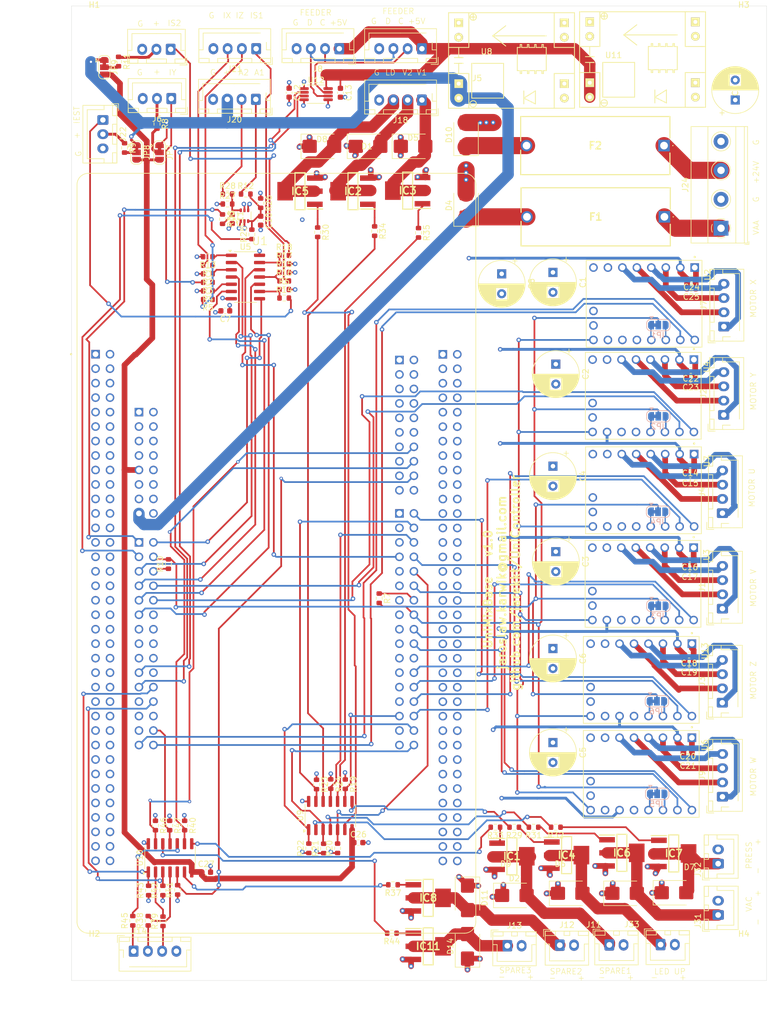
<source format=kicad_pcb>
(kicad_pcb (version 20240108) (generator "pcbnew") (generator_version "8.0")
  (layers (0 "F.Cu" signal) (1 "In1.Cu" signal) (2 "In2.Cu" signal) (31 "B.Cu" signal) (34 "B.Paste" user) (35 "F.Paste" user) (36 "B.SilkS" user "B.Silkscreen") (37 "F.SilkS" user "F.Silkscreen") (38 "B.Mask" user) (39 "F.Mask" user) (44 "Edge.Cuts" user))
  (net 0 "")
  (net 1 "/IN1_X_MIN")
  (net 2 "/IN6_SPARE2")
  (net 3 "/IN4_ESTOP")
  (net 4 "/IN3_Z_MIN")
  (net 5 "/IN2_Y_MIN")
  (net 6 "/IN5_SPARE1")
  (net 8 "/OUT2_VALVE1")
  (net 9 "/FEEDER_5V")
  (net 14 "Net-(J5-Pin_2)")
  (net 19 "Net-(J5-Pin_3)")
  (net 23 "/ANA2")
  (net 26 "/OUT5_PUMP_VACUUM")
  (net 28 "/ANA1")
  (net 29 "/OUT6_PUMP_PRESS")
  (net 30 "+8V")
  (net 31 "/SCL")
  (net 32 "/SDA")
  (net 33 "/OUT4_LED_DN")
  (net 34 "/OUT3_LED_UP")
  (net 35 "/OUT1_VALVE2")
  (net 37 "+3.3V")
  (net 38 "Net-(J1-Pin_4)")
  (net 39 "Net-(J1-Pin_1)")
  (net 40 "Net-(J1-Pin_3)")
  (net 41 "Net-(J1-Pin_2)")
  (net 42 "Net-(J2-Pin_1)")
  (net 43 "Net-(J2-Pin_3)")
  (net 44 "Net-(J2-Pin_4)")
  (net 45 "Net-(J2-Pin_2)")
  (net 46 "Net-(J3-Pin_3)")
  (net 47 "Net-(J3-Pin_1)")
  (net 48 "Net-(J3-Pin_4)")
  (net 50 "Net-(J3-Pin_2)")
  (net 52 "Net-(J4-Pin_3)")
  (net 53 "/OUT_VALVE2")
  (net 54 "Net-(D3B-K1A2)")
  (net 55 "/OUT_VALVE1")
  (net 56 "/PUMP_VACUUM")
  (net 57 "/PUMP_PRESS")
  (net 58 "/OUT_LED_DN")
  (net 59 "/OUT_LED_UP")
  (net 60 "Net-(J4-Pin_4)")
  (net 61 "Net-(J4-Pin_2)")
  (net 62 "Net-(J4-Pin_1)")
  (net 63 "Net-(J7-Pin_1)")
  (net 64 "Net-(J7-Pin_4)")
  (net 65 "Net-(J7-Pin_3)")
  (net 66 "Net-(J7-Pin_2)")
  (net 67 "Net-(J9-Pin_3)")
  (net 68 "Net-(J9-Pin_2)")
  (net 69 "Net-(J9-Pin_1)")
  (net 70 "Net-(J9-Pin_4)")
  (net 71 "Net-(JP1-B)")
  (net 73 "/RX_XYW")
  (net 74 "Net-(JP1-A)")
  (net 76 "Net-(JP2-B)")
  (net 77 "Net-(JP2-A)")
  (net 78 "Net-(JP3-A)")
  (net 80 "Net-(JP3-B)")
  (net 81 "/RX_UVZ")
  (net 82 "Net-(JP4-B)")
  (net 83 "Net-(JP4-A)")
  (net 84 "Net-(JP5-A)")
  (net 85 "Net-(JP5-B)")
  (net 86 "Net-(JP6-B)")
  (net 87 "Net-(JP6-A)")
  (net 88 "Net-(JP7-C)")
  (net 89 "+5V")
  (net 90 "GND")
  (net 91 "Net-(JP8-C)")
  (net 92 "Net-(JP9-C)")
  (net 93 "Net-(J6-Pin_2)")
  (net 94 "Net-(J10-Pin_2)")
  (net 95 "+24V")
  (net 100 "Net-(R14-Pad1)")
  (net 101 "/TX_XYW")
  (net 102 "/TX_UVZ")
  (net 103 "Net-(R15-Pad1)")
  (net 104 "Net-(R17-Pad1)")
  (net 105 "/DIR_X")
  (net 106 "/TMC_ENA")
  (net 107 "/STEP_X")
  (net 108 "VAA")
  (net 109 "/STEP_V")
  (net 113 "/DIR_V")
  (net 114 "/DIR_Y")
  (net 115 "/STEP_Y")
  (net 116 "/STEP_W")
  (net 117 "/DIR_W")
  (net 118 "/STEP_U")
  (net 119 "/DIR_U")
  (net 120 "Net-(R1-Pad1)")
  (net 121 "/IN_X_MIN")
  (net 122 "/IN_Y_MIN")
  (net 123 "Net-(R2-Pad1)")
  (net 124 "/IN_Z_MIN")
  (net 126 "/STEP_Z")
  (net 131 "/DIR_Z")
  (net 133 "Net-(R4-Pad1)")
  (net 134 "/IN_ESTOP")
  (net 135 "/IN_SPARE1")
  (net 136 "/IN_SPARE2")
  (net 313 "Net-(J22-Pin_2)")
  (net 314 "Net-(J20-Pin_1)")
  (net 315 "Net-(J20-Pin_2)")
  (net 316 "Net-(J24-Pin_1)")
  (net 317 "Net-(J24-Pin_3)")
  (net 318 "Net-(D3A-K3A4)")
  (net 319 "Net-(IC2-G)")
  (net 320 "Net-(IC3-G)")
  (net 321 "Net-(IC4-G)")
  (net 322 "Net-(IC5-G)")
  (net 323 "Net-(IC6-G)")
  (net 324 "Net-(IC7-G)")
  (net 325 "Net-(R29-Pad2)")
  (net 326 "Net-(R30-Pad2)")
  (net 327 "Net-(R31-Pad2)")
  (net 328 "Net-(R32-Pad2)")
  (net 329 "Net-(R34-Pad2)")
  (net 330 "Net-(R35-Pad2)")
  (net 331 "/OUT_SPARE1")
  (net 332 "/OUT_SPARE2")
  (net 333 "/OUT_SPARE3")
  (net 334 "Net-(IC1-G)")
  (net 335 "Net-(IC8-G)")
  (net 336 "Net-(IC11-G)")
  (net 337 "/OUT_SPARE6")
  (net 338 "/OUT_SPARE4")
  (net 339 "/OUT_SPARE5")
  (net 340 "Net-(R33-Pad2)")
  (net 341 "Net-(R37-Pad2)")
  (net 342 "Net-(R38-Pad2)")
  (net 343 "Net-(R39-Pad2)")
  (net 344 "/OUT7_SPARE1")
  (net 345 "/OUT8_SPARE2")
  (net 346 "/OUT11_SPARE5")
  (net 347 "/OUT12_SPARE6")
  (net 348 "Net-(R44-Pad2)")
  (net 349 "Net-(R45-Pad2)")
  (net 350 "/OUT9_SPARE3")
  (net 351 "/OUT10_SPARE4")
  (footprint "Connector_JST:JST_XH_B4B-XH-AM_1x04_P2.50mm_Vertical" (layer "F.Cu") (at 78.4 25.5 180)
    (property "Reference" "J21")
    (property "Value" "Conn_01x04_Male" (hide yes))
  )
  (footprint "Package_SO:SOIC-14_3.9x8.7mm_P1.27mm" (layer "F.Cu") (at 63.285 167.475 90)
    (property "Reference" "U10")
    (property "Value" "74AHC04")
  )
  (footprint "Resistor_SMD:R_0603_1608Metric" (layer "F.Cu") (at 69.925 69.5 180)
    (property "Reference" "R5")
    (property "Value" "10k")
  )
  (footprint "Resistor_SMD:R_0603_1608Metric" (layer "F.Cu") (at 61 38.7 -90)
    (property "Reference" "R8")
    (property "Value" "10k")
  )
  (footprint "Connector_JST:JST_XH_B4B-XH-AM_1x04_P2.50mm_Vertical" (layer "F.Cu") (at 56.9 183.85)
    (property "Reference" "J14")
    (property "Value" "Conn_01x04_Male")
  )
  (footprint "Resistor_SMD:R_0603_1608Metric" (layer "F.Cu") (at 106.9 57.8 -90)
    (property "Reference" "R35")
    (property "Value" "220R")
  )
  (footprint "footprints:SOT230P700X180-4N" (layer "F.Cu") (at 123.3 167.2)
    (property "Reference" "IC1")
    (property "Value" "VNN3NV04PTR-E" (hide yes))
  )
  (footprint "Capacitor_SMD:C_0603_1608Metric" (layer "F.Cu") (at 154.525 116.75 180)
    (property "Reference" "C17")
    (property "Value" "2u2")
  )
  (footprint "Capacitor_THT:CP_Radial_D8.0mm_P3.50mm" (layer "F.Cu") (at 162.5 34.5 90)
    (property "Reference" "C9")
    (property "Value" "100uF/50V")
  )
  (footprint "Resistor_SMD:R_0603_1608Metric" (layer "F.Cu") (at 127.1 162.1 180)
    (property "Reference" "R31")
    (property "Value" "220R")
  )
  (footprint "Resistor_SMD:R_0603_1608Metric" (layer "F.Cu") (at 131 162.1 180)
    (property "Reference" "R32")
    (property "Value" "220R")
  )
  (footprint "Resistor_SMD:R_0603_1608Metric" (layer "F.Cu") (at 62.05 178.6125 90)
    (property "Reference" "R39")
    (property "Value" "220R")
  )
  (footprint "Resistor_SMD:R_0603_1608Metric" (layer "F.Cu") (at 92.7 165.8 90)
    (property "Reference" "R20")
    (property "Value" "10k")
  )
  (footprint "MountingHole:MountingHole_3.2mm_M3" (layer "F.Cu") (at 50 22)
    (property "Reference" "H1")
    (property "Value" "MountingHole" (hide yes))
  )
  (footprint "Resistor_SMD:R_0603_1608Metric" (layer "F.Cu") (at 99.2 57.5 -90)
    (property "Reference" "R34")
    (property "Value" "220R")
  )
  (footprint "Resistor_SMD:R_0603_1608Metric" (layer "F.Cu") (at 94.05 154.55 -90)
    (property "Reference" "R19")
    (property "Value" "10k")
  )
  (footprint "footprints:MODULE_TMC2209_SILENTSTEPSTICK" (layer "F.Cu") (at 146 152.750001 -90)
    (property "Reference" "U6")
    (property "Value" "TMC2209_SILENTSTEPSTICK")
  )
  (footprint "Resistor_SMD:R_0603_1608Metric" (layer "F.Cu") (at 83.325 64.75)
    (property "Reference" "R15")
    (property "Value" "10k")
  )
  (footprint "TerminalBlock_Phoenix:TerminalBlock_Phoenix_MKDS-1,5-4-5.08_1x04_P5.08mm_Horizontal" (layer "F.Cu") (at 160 57 90)
    (property "Reference" "J24")
    (property "Value" "Conn_01x04_Male" (hide yes))
  )
  (footprint "Capacitor_SMD:C_0603_1608Metric" (layer "F.Cu") (at 154.2 149.9 180)
    (property "Reference" "C21")
    (property "Value" "2u2")
  )
  (footprint "Diode_SMD:D_SMB" (layer "F.Cu") (at 151.75 173.6)
    (property "Reference" "D7")
    (property "Value" "SK56")
  )
  (footprint "Capacitor_SMD:C_0603_1608Metric" (layer "F.Cu") (at 154.775 67.6 180)
    (property "Reference" "C25")
    (property "Value" "2u2")
  )
  (footprint "MountingHole:MountingHole_3.2mm_M3" (layer "F.Cu") (at 164 185)
    (property "Reference" "H4")
    (property "Value" "MountingHole")
  )
  (footprint "Capacitor_SMD:C_0603_1608Metric" (layer "F.Cu") (at 69.625 170)
    (property "Reference" "C27")
    (property "Value" "100n")
  )
  (footprint "Diode_SMD:D_SMB" (layer "F.Cu") (at 115.5 174.5 -90)
    (property "Reference" "D11")
    (property "Value" "SK56")
  )
  (footprint "footprints:MP1584_mod" (layer "F.Cu") (at 123.229 27.564 180)
    (property "Reference" "U8")
    (property "Value" "MP1584 DC/DC")
  )
  (footprint "Package_SO:SOIC-14_3.9x8.7mm_P1.27mm" (layer "F.Cu") (at 91.4275 160.05 90)
    (property "Reference" "U9")
    (property "Value" "74AHC04")
  )
  (footprint "Resistor_SMD:R_0603_1608Metric" (layer "F.Cu") (at 102.225 180.7 180)
    (property "Reference" "R44")
    (property "Value" "220R")
  )
  (footprint "Capacitor_SMD:C_0603_1608Metric" (layer "F.Cu") (at 154.675 83.5 180)
    (property "Reference" "C23")
    (property "Value" "2u2")
  )
  (footprint "Diode_SMD:D_SMB" (layer "F.Cu") (at 115.25 40.6 90)
    (property "Reference" "D10")
    (property "Value" "SK56")
  )
  (footprint "Connector_JST:JST_XH_B4B-XH-AM_1x04_P2.50mm_Vertical" (layer "F.Cu") (at 78.345 34.379999 180)
    (property "Reference" "J20")
    (property "Value" "Conn_01x04_Male" (hide yes))
  )
  (footprint "Diode_SMD:D_SMB" (layer "F.Cu") (at 115.25 53 90)
    (property "Reference" "D4")
    (property "Value" "SK56")
  )
  (footprint "footprints:SOT230P700X180-4N" (layer "F.Cu") (at 95.4 50.5 180)
    (property "Reference" "IC2")
    (property "Value" "VNN3NV04PTR-E" (hide yes))
  )
  (footprint "footprints:SOT230P700X180-4N" (layer "F.Cu") (at 132.9 167)
    (property "Reference" "IC4")
    (property "Value" "VNN3NV04PTR-E" (hide yes))
  )
  (footprint "Diode_SMD:D_SMB" (layer "F.Cu") (at 105.945 42.63)
    (property "Reference" "D5")
    (property "Value" "SK56")
  )
  (footprint "Resistor_SMD:R_0603_1608Metric" (layer "F.Cu") (at 62.025 173.2 90)
    (property "Reference" "R42")
    (property "Value" "10k")
  )
  (footprint "Resistor_SMD:R_0603_1608Metric" (layer "F.Cu") (at 72.5 55.4 -90)
    (property "Reference" "R36")
    (property "Value" "220R")
  )
  (footprint "Resistor_SMD:R_0603_1608Metric" (layer "F.Cu") (at 83.325 61.75)
    (property "Reference" "R18")
    (property "Value" "10k")
  )
  (footprint "Resistor_SMD:R_0603_1608Metric" (layer "F.Cu") (at 64.625 173.1 90)
    (property "Reference" "R41")
    (property "Value" "10k")
  )
  (footprint "Jumper:SolderJumper-3_P1.3mm_Bridged12_RoundedPad1.0x1.5mm" (layer "F.Cu") (at 51.75 28.75 -90)
    (property "Reference" "JP9")
    (property "Value" "SolderJumper_3_Bridged12")
  )
  (footprint "Resistor_SMD:R_0603_1608Metric" (layer "F.Cu") (at 89.2 57.7 -90)
    (property "Reference" "R30")
    (property "Value" "220R")
  )
  (footprint "Resistor_SMD:R_0603_1608Metric" (layer "F.Cu") (at 69.925 63.5 180)
    (property "Reference" "R1")
    (property "Value" "10k")
  )
  (footprint "Resistor_SMD:R_0603_1608Metric" (layer "F.Cu") (at 69.925 68 180)
    (property "Reference" "R4")
    (property "Value" "10k")
  )
  (footprint "Diode_SMD:D_SMB" (layer "F.Cu") (at 98.045 42.63)
    (property "Reference" "D1")
    (property "Value" "SK56")
  )
  (footprint "Resistor_SMD:R_0603_1608Metric" (layer "F.Cu") (at 56.75 178.5125 90)
    (property "Reference" "R45")
    (property "Value" "220R")
  )
  (footprint "footprints:MP1584_mod" (layer "F.Cu") (at 146.229 27.396 180)
    (property "Reference" "U11")
    (property "Value" "MP1584 DC/DC")
  )
  (footprint "Resistor_SMD:R_0603_1608Metric" (layer "F.Cu") (at 79.2 52.6 -90)
    (property "Reference" "R26")
    (property "Value" "22k")
  )
  (footprint "Resistor_SMD:R_0603_1608Metric" (layer "F.Cu") (at 69.925 62 180)
    (property "Reference" "R13")
    (property "Value" "10k")
  )
  (footprint "Resistor_SMD:R_0603_1608Metric" (layer "F.Cu") (at 102.425 172.2 180)
    (property "Reference" "R37")
    (property "Value" "220R")
  )
  (footprint "footprints:SOT230P700X180-4N" (layer "F.Cu") (at 151.7 166.7)
    (property "Reference" "IC7")
    (property "Value" "VNN3NV04PTR-E" (hide yes))
  )
  (footprint "Connector_JST:JST_XH_B4B-XH-AM_1x04_P2.50mm_Vertical" (layer "F.Cu") (at 160.25 156.75 90)
    (property "Reference" "J9")
    (property "Value" "Conn_01x04_Male" (hide yes))
  )
  (footprint "Jumper:SolderJumper-3_P1.3mm_Bridged12_RoundedPad1.0x1.5mm" (layer "F.Cu") (at 57.4 43.7 -90)
    (property "Reference" "JP8")
    (property "Value" "SolderJumper_3_Bridged12" (hide yes))
  )
  (footprint "footprints:MODULE_TMC2209_SILENTSTEPSTICK" (layer "F.Cu") (at 146.31 119.400001 -90)
    (property "Reference" "U3")
    (property "Value" "TMC2209_SILENTSTEPSTICK")
  )
  (footprint "Capacitor_THT:CP_Radial_D8.0mm_P3.50mm" (layer "F.Cu") (at 131 113.750001 -90)
    (property "Reference" "C3")
    (property "Value" "100uF/50V")
  )
  (footprint "Resistor_SMD:R_0603_1608Metric" (layer "F.Cu") (at 59.45 178.5125 90)
    (property "Reference" "R38")
    (property "Value" "220R")
  )
  (footprint "Resistor_SMD:R_0603_1608Metric" (layer "F.Cu") (at 55.3 42.9 -90)
    (property "Reference" "R9")
    (property "Value" "10k")
  )
  (footprint "Resistor_SMD:R_0603_1608Metric" (layer "F.Cu") (at 73.375 51)
    (property "Reference" "R28")
    (property "Value" "10k")
  )
  (footprint "Capacitor_THT:CP_Radial_D8.0mm_P3.50mm" (layer "F.Cu") (at 130.5 98.750001 -90)
    (property "Reference" "C4")
    (property "Value" "100uF/50V")
  )
  (footprint "Capacitor_SMD:C_0603_1608Metric" (layer "F.Cu") (at 154.6 98.55 180)
    (property "Reference" "C14")
    (property "Value" "100n")
  )
  (footprint "Package_SO:SOIC-14_3.9x8.7mm_P1.27mm" (layer "F.Cu") (at 76.525 65.56)
    (property "Reference" "U5")
    (property "Value" "74AHC04" (hide yes))
  )
  (footprint "Capacitor_SMD:C_0603_1608Metric" (layer "F.Cu") (at 74.2 55.4 -90)
    (property "Reference" "C11")
    (property "Value" "10n")
  )
  (footprint "Capacitor_SMD:C_0603_1608Metric" (layer "F.Cu") (at 72.9875 71.5 180)
    (property "Reference" "C7")
    (property "Value" "100n")
  )
  (footprint "Package_TO_SOT_SMD:SOT-363_SC-70-6" (layer "F.Cu") (at 76.35 54.8 90)
    (property "Reference" "D3")
    (property "Value" "BAV99S")
  )
  (footprint "Capacitor_THT:CP_Radial_D8.0mm_P3.50mm" (layer "F.Cu") (at 130.5 147.250001 -90)
    (property "Reference" "C5")
    (property "Value" "100uF/50V")
  )
  (footprint "footprints:MODULE_TMC2209_SILENTSTEPSTICK" (layer "F.Cu") (at 146.5 70.250001 -90)
    (property "Reference" "U2")
    (property "Value" "TMC2209_SILENTSTEPSTICK")
  )
  (footprint "Capacitor_SMD:C_0603_1608Metric" (layer "F.Cu") (at 154.4 131.9 180)
    (property "Reference" "C18")
    (property "Value" "100n")
  )
  (footprint "Resistor_SMD:R_0603_1608Metric" (layer "F.Cu") (at 69.925 65 180)
    (property "Reference" "R2")
    (property "Value" "10k")
  )
  (footprint "Capacitor_THT:CP_Radial_D8.0mm_P3.50mm" (layer "F.Cu") (at 130.5 64.750001 -90)
    (property "Reference" "C1")
    (property "Value" "100uF/50V")
  )
  (footprint "Connector_JST:JST_XH_B4B-XH-AM_1x04_P2.50mm_Vertical" (layer "F.Cu") (at 107.5 34.5 180)
    (property "Reference" "J18")
    (property "Value" "Conn_01x04_Male" (hide yes))
  )
  (footprint "Capacitor_SMD:C_0603_1608Metric" (layer "F.Cu") (at 84.195 33.215 -90)
    (property "Reference" "C12")
    (property "Value" "100n")
  )
  (footprint "Resistor_SMD:R_0603_1608Metric" (layer "F.Cu") (at 100 121.925 -90)
    (property "Reference" "R7")
    (property "Value" "1k")
  )
  (footprint "footprints:SOT230P700X180-4N" (layer "F.Cu") (at 142.6 166.6)
    (property "Reference" "IC6")
    (property "Value" "VNN3NV04PTR-E" (hide yes))
  )
  (footprint "Diode_SMD:D_SMB" (layer "F.Cu") (at 115.5 183 90)
    (property "Reference" "D14")
    (property "Value" "SK56")
  )
  (footprint "Connector_JST:JST_XH_B4B-XH-AM_1x04_P2.50mm_Vertical" (layer "F.Cu") (at 160.475 89.750001 90)
    (property "Reference" "J2")
    (property "Value" "Conn_01x04_Male" (hide yes))
  )
  (footprint "Resistor_SMD:R_0603_1608Metric" (layer "F.Cu") (at 76.575 51)
    (property "Reference" "R12")
    (property "Value" "10k")
  )
  (footprint "footprints:MODULE_NUCLEO-H753ZI" (layer "F.Cu") (at 81.96 114.030001)
    (property "Reference" "U1")
    (property "Value" "NUCLEO-H755")
  )
  (footprint "Connector_JST:JST_XH_B4B-XH-AM_1x04_P2.50mm_Vertical" (layer "F.Cu") (at 160.25 123.750001 90)
    (property "Reference" "J1")
    (property "Value" "Conn_01x04_Male" (hide yes))
  )
  (footprint "Capacitor_SMD:C_0603_1608Metric" (layer "F.Cu") (at 93.195 33.225 -90)
    (property "Reference" "C13")
    (property "Value" "100n")
  )
  (footprint "Connector_JST:JST_XH_B4B-XH-AM_1x04_P2.50mm_Vertical" (layer "F.Cu") (at 160.5 74.250001 90)
    (property "Reference" "J7")
    (property "Value" "Conn_01x04_Male" (hide yes))
  )
  (footprint "Resistor_SMD:R_0603_1608Metric" (layer "F.Cu") (at 65.85 161.8 -90)
    (property "Reference" "R40")
    (property "Value" "10k")
  )
  (footprint "Resistor_SMD:R_0603_1608Metric" (layer "F.Cu") (at 54.25 27.75 -90)
    (property "Reference" "R11")
    (property "Value" "10k")
  )
  (footprint "Capacitor_THT:CP_Radial_D8.0mm_P3.50mm" (layer "F.Cu") (at 130.5 130.750001 -90)
    (property "Reference" "C6")
    (property "Value" "100uF/50V")
  )
  (footprint "footprints:SOT230P700X180-4N" (layer "F.Cu") (at 105 50.4 180)
    (property "Reference" "IC3")
    (property "Value" "VNN3NV04PTR-E" (hide yes))
  )
  (footprint "Jumper:SolderJumper-3_P1.3mm_Bridged12_RoundedPad1.0x1.5mm" (layer "F.Cu") (at 61.4425 43.7 -90)
    (property "Reference" "JP7")
    (property "Value" "SolderJumper_3_Bridged12")
  )
  (footprint "footprints:SOT230P700X180-4N" (layer "F.Cu") (at 108.6 183)
    (property "Reference" "IC11")
    (property "Value" "VNN3NV04PTR-E" (hide yes))
  )
  (footprint "Resistor_SMD:R_0603_1608Metric" (layer "F.Cu") (at 63.225 161.8 -90)
    (property "Reference" "R47")
    (property "Value" "10k")
  )
  (footprint "footprints:SOT230P700X180-4N" (layer "F.Cu") (at 108.6 174.5)
    (property "Reference" "IC8")
    (property "Value" "VNN3NV04PTR-E" (hide yes))
  )
  (footprint "Capacitor_THT:CP_Radial_D8.0mm_P3.50mm" (layer "F.Cu") (at 121.5 65 -90)
    (property "Reference" "C8")
    (property "Value" "100uF/50V")
  )
  (footprint "Resistor_SMD:R_0603_1608Metric" (layer "F.Cu") (at 83.325 69.25)
    (property "Reference" "R14")
    (property "Value" "10k")
  )
  (footprint "Capacitor_THT:CP_Radial_D8.0mm_P3.50mm" (layer "F.Cu") (at 131 80.84735 -90)
    (property "Reference" "C2")
    (property "Value" "100uF/50V")
  )
  (footprint "Connector_JST:JST_XH_B2B-XH-A_1x02_P2.50mm_Vertical" (layer "F.Cu") (at 131.7 182.8)
    (property "Reference" "J12")
    (property "Value" "Conn_01x02_Male")
  )
  (footprint "footprints:05200101Z" (layer "F.Cu") (at 150 42.5 180)
    (property "Reference" "F2")
    (property "Value" "05200101Z" (hide yes))
  )
  (footprint "Resistor_SMD:R_0603_1608Metric" (layer "F.Cu") (at 83.325 67.75)
    (property "Reference" "R6")
    (property "Value" "10k")
  )
  (footprint "Connector_JST:JST_XH_B3B-XH-A_1x03_P2.50mm_Vertical" (layer "F.Cu") (at 63.5 34.25 180)
    (property "Reference" "J6")
    (property "Value" "Conn_01x03_Pin" (hide yes))
  )
  (footprint "Capacitor_SMD:C_0603_1608Metric" (layer "F.Cu") (at 154.425 133.5 180)
    (property "Reference" "C19")
    (property "Value" "2u2")
  )
  (footprint "Connector_JST:JST_XH_B4B-XH-AM_1x04_P2.50mm_Vertical" (layer "F.Cu") (at 160.25 107.000001 90)
    (property "Reference" "J4")
    (property "Value" "Conn_01x04_Male" (hide yes))
  )
  (footprint "MountingHole:MountingHole_3.2mm_M3" (layer "F.Cu") (at 50 185)
    (property "Reference" "H2")
    (property "Value" "MountingHole")
  )
  (footprint "Resistor_SMD:R_0603_1608Metric" (layer "F.Cu") (at 73.375 52.75)
    (property "Reference" "R27")
    (property "Value" "22k")
  )
  (footprint "Capacitor_SMD:C_0603_1608Metric" (layer "F.Cu") (at 154.6 100.3 180)
    (property "Reference" "C15")
    (property "Value" "2u2")
  )
  (footprint "Connector_JST:JST_XH_B2B-XH-A_1x02_P2.50mm_Vertical" (layer "F.Cu") (at 122.5 182.9)
    (property "Reference" "J13")
    (property "Value" "Conn_01x02_Male")
  )
  (footprint "Resistor_SMD:R_0603_1608Metric" (layer "F.Cu") (at 83.325 63.25)
    (property "Reference" "R17")
    (property "Value" "10k")
  )
  (footprint "Capacitor_SMD:C_0603_1608Metric" (layer "F.Cu") (at 96.35 164.8)
    (property "Reference" "C26")
    (property "Value" "100n")
  )
  (footprint "footprints:SOT230P700X180-4N" (layer "F.Cu") (at 86.1 50.5 180)
    (property "Reference" "IC5")
    (property "Value" "VNN3NV04PTR-E" (hide yes))
  )
  (footprint "Resistor_SMD:R_0603_1608Metric" (layer "F.Cu") (at 69.925 66.5 180)
    (property "Reference" "R3")
    (property "Value" "10k")
  )
  (footprint "footprints:05200101Z" (layer "F.Cu") (at 150.065 55 180)
    (property "Reference" "F1")
    (property "Value" "05200101Z" (hide yes))
  )
  (footprint "Capacitor_SMD:C_0603_1608Metric" (layer "F.Cu") (at 154.825 65.9 180)
    (property "Reference" "C24")
    (property "Value" "100n")
  )
  (footprint "Connector_JST:JST_XH_B3B-XH-A_1x03_P2.50mm_Vertical" (layer "F.Cu") (at 51.5 38 -90)
    (property "Reference" "J22")
    (property "Value" "Conn_01x03_Pin" (hide yes))
  )
  (footprint "Connector_JST:JST_XH_B2B-XH-A_1x02_P2.50mm_Vertical" (layer "F.Cu") (at 159.5 168.5 90)
    (property "Reference" "J32")
    (property "Value" "Conn_01x02_Male" (hide yes))
  )
  (footprint "MountingHole:MountingHole_3.2mm_M3" (layer "F.Cu") (at 164 22)
    (property "Reference" "H3")
    (property "Value" "MountingHole")
  )
  (footprint "Capacitor_SMD:C_0603_1608Metric" (layer "F.Cu") (at 154.525 115.05 180)
    (property "Reference" "C16")
    (property "Value" "100n")
  )
  (footprint "Connector_JST:JST_XH_B2B-XH-A_1x02_P2.50mm_Vertical" (layer "F.Cu") (at 159.5 177.5 90)
    (property "Reference" "J31")
    (property "Value" "Conn_01x02_Male" (hide yes))
  )
  (footprint "Resistor_SMD:R_0603_1608Metric" (layer "F.Cu") (at 77.65 58.075 90)
    (property "Reference" "R25")
    (property "Value" "220R")
  )
  (footprint "footprints:MODULE_TMC2209_SILENTSTEPSTICK" (layer "F.Cu") (at 146 136.250001 -90)
    (property "Reference" "U13")
    (property "Value" "TMC2209_SILENTSTEPSTICK")
  )
  (footprint "Package_SO:VSSOP-8_3x3mm_P0.65mm" (layer "F.Cu") (at 88.92 33.475)
    (property "Reference" "U12")
    (property "Value" "TCA9802")
  )
  (footprint "Connector_JST:JST_XH_B2B-XH-A_1x02_P2.50mm_Vertical" (layer "F.Cu") (at 140.4 182.749999)
    (property "Reference" "J11")
    (property "Value" "Conn_01x02_Male")
  )
  (footprint "Resistor_SMD:R_0603_1608Metric" (layer "F.Cu") (at 63 115.925 90)
    (property "Reference" "R10")
    (property "Value" "1k")
  )
  (footprint "Capacitor_SMD:C_0603_1608Metric" (layer "F.Cu") (at 154.7 81.95 180)
    (property "Reference" "C22")
    (property "Value" "100n")
  )
  (footprint "Connector_JST:JST_XH_B4B-XH-AM_1x04_P2.50mm_Vertical" (layer "F.Cu") (at 107.5 25.5 180)
    (property "Reference" "J5")
    (property "Value" "Conn_01x04_Male" (hide yes))
  )
  (footprint "Capacitor_SMD:C_0603_1608Metric" (layer "F.Cu") (at 154.175 148.25 180)
    (property "Reference" "C20")
    (property "Value" "100n")
  )
  (footprint "Connector_JST:JST_XH_B4B-XH-AM_1x04_P2.50mm_Vertical" (layer "F.Cu") (at 160.225 140.250001 90)
    (property "Reference" "J3")
    (property "Value" "Conn_01x04_Male" (hide yes))
  )
  (footprint "Connector_JST:JST_XH_B2B-XH-A_1x02_P2.50mm_Vertical" (layer "F.Cu") (at 149.4 182.7)
    (property "Reference" "J33")
    (property "Value" "Conn_01x02_Male" (hide yes))
  )
  (footprint "Resistor_SMD:R_0603_1608Metric" (layer "F.Cu") (at 59.525 173.2 90)
    (property "Reference" "R43")
    (property "Value" "10k")
  )
  (footprint "Diode_SMD:D_SMB" (layer "F.Cu") (at 123.724999 174.075001)
    (property "Reference" "D2")
    (property "Value" "SK56")
  )
  (footprint "Resistor_SMD:R_0603_1608Metric" (layer "F.Cu") (at 89 154.6 -90)
    (property "Reference" "R23")
    (property "Value" "10k")
  )
  (footprint "Connector_JST:JST_XH_B3B-XH-A_1x03_P2.50mm_Vertical" (layer "F.Cu") (at 63.4 25.6 180)
    (property "Reference" "J10" (hide yes))
    (property "Value" "Conn_01x03_Pin")
  )
  (footprint "footprints:MODULE_TMC2209_SILENTSTEPSTICK" (layer "F.Cu") (at 146.39 102.980001 -90)
    (property "Reference" "U7")
    (property "Value" "TMC2209_SILENTSTEPSTICK" (hide yes))
  )
  (footprint "Resistor_SMD:R_0603_1608Metric" (layer "F.Cu") (at 91.5 154.525 -90)
    (property "Reference" "R24")
    (property "Value" "10k")
  )
  (footprint "Resistor_SMD:R_0603_1608Metric" (layer "F.Cu") (at 120.4 162.1 180)
    (property "Reference" "R33")
    (property "Value" "220R")
  )
  (footprint "Diode_SMD:D_SMB" (layer "F.Cu") (at 143.074999 173.7)
    (property "Reference" "D6")
    (property "Value" "SK56")
  )
  (footprint "Resistor_SMD:R_0603_1608Metric" (layer "F.Cu") (at 83.325 66.25)
    (property "Reference" "R16")
    (property "Value" "10k")
  )
  (footprint "Resistor_SMD:R_0603_1608Metric" (layer "F.Cu") (at 87.65 165.8 90)
    (property "Reference" "R22")
    (property "Value" "10k")
  )
  (footprint "Diode_SMD:D_SMB" (layer "F.Cu") (at 133.524999 173.7)
    (property "Reference" "D9")
    (property "Value" "SK56")
  )
  (footprint "Connector_JST:JST_XH_B4B-XH-AM_1x04_P2.50mm_Vertical" (layer "F.Cu") (at 93 25.5 180)
    (property "Reference" "J8")
    (property "Value" "Conn_01x04_Male" (hide yes))
  )
  (footprint "Capacitor_SMD:C_0603_1608Metric" (layer "F.Cu") (at 79.2 55.675 -90)
    (property "Reference" "C10")
    (property "Value" "10n")
  )
  (footprint "Diode_SMD:D_SMB" (layer "F.Cu") (at 89.945 42.63)
    (property "Reference" "D8")
    (property "Value" "SK56")
  )
  (footprint "Resistor_SMD:R_0603_1608Metric" (layer "F.Cu") (at 60.725 161.8 -90)
    (property "Reference" "R46")
    (property "Value" "10k")
  )
  (footprint "Resistor_SMD:R_0603_1608Metric" (layer "F.Cu") (at 123.7 162.1 180)
    (property "Reference" "R29")
    (property "Value" "220R")
  )
  (footprint "Resistor_SMD:R_0603_1608Metric" (layer "F.Cu") (at 90.25 165.825 90)
    (property "Reference" "R21")
    (property "Value" "10k")
  )
  (footprint "footprints:MODULE_TMC2209_SILENTSTEPSTICK" (layer "F.Cu") (at 146.35 86.400001 -90)
    (property "Reference" "U4")
    (property "Value" "TMC2209_SILENTSTEPSTICK")
  )
  (footprint "Jumper:SolderJumper-3_P1.3mm_Bridged12_RoundedPad1.0x1.5mm" (layer "B.Cu") (at 148.8 156.250001)
    (property "Reference" "JP5")
    (property "Value" "SolderJumper_3_Bridged12" (hide yes))
  )
  (footprint "Jumper:SolderJumper-3_P1.3mm_Bridged12_RoundedPad1.0x1.5mm" (layer "B.Cu") (at 148.95 106.750001)
    (property "Reference" "JP4")
    (property "Value" "SolderJumper_3_Bridged12" (hide yes))
  )
  (footprint "Jumper:SolderJumper-3_P1.3mm_Bridged12_RoundedPad1.0x1.5mm" (layer "B.Cu") (at 149 74.000001)
    (property "Reference" "JP1")
    (property "Value" "SolderJumper_3_Bridged12" (hide yes))
  )
  (footprint "Jumper:SolderJumper-3_P1.3mm_Bridged12_RoundedPad1.0x1.5mm" (layer "B.Cu") (at 148.75 140.000001)
    (property "Reference" "JP6")
    (property "Value" "SolderJumper_3_Bridged12" (hide yes))
  )
  (footprint "Jumper:SolderJumper-3_P1.3mm_Bridged12_RoundedPad1.0x1.5mm" (layer "B.Cu") (at 149 90.000001)
    (property "Reference" "JP2")
    (property "Value" "SolderJumper_3_Bridged12" (hide yes))
  )
  (footprint "Jumper:SolderJumper-3_P1.3mm_Bridged12_RoundedPad1.0x1.5mm" (layer "B.Cu") (at 149 123.250001)
    (property "Reference" "JP3")
    (property "Value" "SolderJumper_3_Bridged12" (hide yes))
  )
  (gr_line (start 168 189) (end 46 189) (stroke (width 0.05)) (layer "Edge.Cuts"))
  (gr_line (start 46 189) (end 46 18) (stroke (width 0.05)) (layer "Edge.Cuts"))
  (gr_line (start 168 18) (end 168 189) (stroke (width 0.05)) (layer "Edge.Cuts"))
  (gr_line (start 46 18) (end 168 18) (stroke (width 0.05)) (layer "Edge.Cuts"))
  (gr_text "SPARE1" (at 138.55 187.899999 0) (layer "F.SilkS") (effects (font (size 1 1) (thickness 0.1)) (justify left bottom)))
  (gr_text "+5V" (at 91.25 21.5 0) (layer "F.SilkS") (effects (font (size 1 1) (thickness 0.1)) (justify left bottom)))
  (gr_text "G" (at 70 20.25 0) (layer "F.SilkS") (effects (font (size 1 1) (thickness 0.1)) (justify left bottom)))
  (gr_text "IZ" (at 74.75 20.25 0) (layer "F.SilkS") (effects (font (size 1 1) (thickness 0.1)) (justify left bottom)))
  (gr_text "G" (at 98.5 21.25 0) (layer "F.SilkS") (effects (font (size 1 1) (thickness 0.1)) (justify left bottom)))
  (gr_text "IY" (at 63 30.25 0) (layer "F.SilkS") (effects (font (size 1 1) (thickness 0.1)) (justify left bottom)))
  (gr_text "LED UP" (at 148.2 188 0) (layer "F.SilkS") (effects (font (size 1 1) (thickness 0.1)) (justify left bottom)))
  (gr_text "G" (at 57.5 21.7 0) (layer "F.SilkS") (effects (font (size 1 1) (thickness 0.1)) (justify left bottom)))
  (gr_text "+     -" (at 127.25 187.900001 180) (layer "F.SilkS") (effects (font (size 1 1) (thickness 0.1)) (justify left bottom)))
  (gr_text "UniMixBase   v1.0  \njaroslaw.karwik@gmail.com\ngithub.com/jarekkt/UniController" (at 124.8 119.2 90) (layer "F.SilkS") (effects (font (size 1.5 1.5) (thickness 0.3) (bold yes)) (justify bottom)))
  (gr_text "G" (at 57.4 30.25 0) (layer "F.SilkS") (effects (font (size 1 1) (thickness 0.1)) (justify left bottom)))
  (gr_text "+" (at 47.5 41.4 90) (layer "F.SilkS") (effects (font (size 1 1) (thickness 0.1)) (justify left bottom)))
  (gr_text "+     -" (at 136.15 188.100001 180) (layer "F.SilkS") (effects (font (size 1 1) (thickness 0.1)) (justify left bottom)))
  (gr_text "MOTOR Y" (at 166.25 89 90) (layer "F.SilkS") (effects (font (size 1 1) (thickness 0.1)) (justify left bottom)))
  (gr_text "+     -" (at 154 188 180) (layer "F.SilkS") (effects (font (size 1 1) (thickness 0.1)) (justify left bottom)))
  (gr_text "+     -" (at 166 164 -90) (layer "F.SilkS") (effects (font (size 1 1) (thickness 0.1)) (justify left bottom)))
  (gr_text "A2" (at 75.25 30.25 0) (layer "F.SilkS") (effects (font (size 1 1) (thickness 0.1)) (justify left bottom)))
  (gr_text "+" (at 60.2 21.6 0) (layer "F.SilkS") (effects (font (size 1 1) (thickness 0.1)) (justify left bottom)))
  (gr_text "G" (at 166.75 52.5 90) (layer "F.SilkS") (effects (font (size 1 1) (thickness 0.1)) (justify left bottom)))
  (gr_text "+24V" (at 166.75 49.25 90) (layer "F.SilkS") (effects (font (size 1 1) (thickness 0.1)) (justify left bottom)))
  (gr_text "MOTOR W" (at 166.25 156.75 90) (layer "F.SilkS") (effects (font (size 1 1) (thickness 0.1)) (justify left bottom)))
  (gr_text "+     -" (at 166 173 -90) (layer "F.SilkS") (effects (font (size 1 1) (thickness 0.1)) (justify left bottom)))
  (gr_text "FEEDER" (at 100.5 19.5 0) (layer "F.SilkS") (effects (font (size 1 1) (thickness 0.1)) (justify left bottom)))
  (gr_text "+     -" (at 144.8 188 180) (layer "F.SilkS") (effects (font (size 1 1) (thickness 0.1)) (justify left bottom)))
  (gr_text "G" (at 70.25 30.25 0) (layer "F.SilkS") (effects (font (size 1 1) (thickness 0.1)) (justify left bottom)))
  (gr_text "LD" (at 101 30.25 0) (layer "F.SilkS") (effects (font (size 1 1) (thickness 0.1)) (justify left bottom)))
  (gr_text "VAA" (at 166.75 58.25 90) (layer "F.SilkS") (effects (font (size 1 1) (thickness 0.1)) (justify left bottom)))
  (gr_text "SPARE3" (at 121 187.8 0) (layer "F.SilkS") (effects (font (size 1 1) (thickness 0.1)) (justify left bottom)))
  (gr_text "G" (at 99 30.25 0) (layer "F.SilkS") (effects (font (size 1 1) (thickness 0.1)) (justify left bottom)))
  (gr_text "D" (at 87.25 21.5 0) (layer "F.SilkS") (effects (font (size 1 1) (thickness 0.1)) (justify left bottom)))
  (gr_text "+" (at 60.3 30.1 0) (layer "F.SilkS") (effects (font (size 1 1) (thickness 0.1)) (justify left bottom)))
  (gr_text "G" (at 47.8 44.5 90) (layer "F.SilkS") (effects (font (size 1 1) (thickness 0.1)) (justify left bottom)))
  (gr_text "MOTOR U" (at 166 106 90) (layer "F.SilkS") (effects (font (size 1 1) (thickness 0.1)) (justify left bottom)))
  (gr_text "V2" (at 104 30.25 0) (layer "F.SilkS") (effects (font (size 1 1) (thickness 0.1)) (justify left bottom)))
  (gr_text "IEST" (at 47.5 38.75 90) (layer "F.SilkS") (effects (font (size 1 1) (thickness 0.1)) (justify left bottom)))
  (gr_text "D" (at 101 21.25 0) (layer "F.SilkS") (effects (font (size 1 1) (thickness 0.1)) (justify left bottom)))
  (gr_text "MOTOR X" (at 166.25 72.75 90) (layer "F.SilkS") (effects (font (size 1 1) (thickness 0.1)) (justify left bottom)))
  (gr_text "+5V" (at 105 21.25 0) (layer "F.SilkS") (effects (font (size 1 1) (thickness 0.1)) (justify left bottom)))
  (gr_text "+" (at 72.5 30.25 0) (layer "F.SilkS") (effects (font (size 1 1) (thickness 0.1)) (justify left bottom)))
  (gr_text "PRESS" (at 165.5 169.5 90) (layer "F.SilkS") (effects (font (size 1 1) (thickness 0.1)) (justify left bottom)))
  (gr_text "G" (at 84.75 21.5 0) (layer "F.SilkS") (effects (font (size 1 1) (thickness 0.1)) (justify left bottom)))
  (gr_text "G" (at 166.75 42.5 90) (layer "F.SilkS") (effects (font (size 1 1) (thickness 0.1)) (justify left bottom)))
  (gr_text "A1" (at 78 30.25 0) (layer "F.SilkS") (effects (font (size 1 1) (thickness 0.1)) (justify left bottom)))
  (gr_text "SPARE2" (at 129.9 188 0) (layer "F.SilkS") (effects (font (size 1 1) (thickness 0.1)) (justify left bottom)))
  (gr_text "C" (at 103.25 21.25 0) (layer "F.SilkS") (effects (font (size 1 1) (thickness 0.1)) (justify left bottom)))
  (gr_text "FEEDER" (at 86 19.75 0) (layer "F.SilkS") (effects (font (size 1 1) (thickness 0.1)) (justify left bottom)))
  (gr_text "MOTOR V" (at 166.25 123.5 90) (layer "F.SilkS") (effects (font (size 1 1) (thickness 0.1)) (justify left bottom)))
  (gr_text "C" (at 89.5 21.5 0) (layer "F.SilkS") (effects (font (size 1 1) (thickness 0.1)) (justify left bottom)))
  (gr_text "IS2" (at 62.8 21.6 0) (layer "F.SilkS") (effects (font (size 1 1) (thickness 0.1)) (justify left bottom)))
  (gr_text "IS1" (at 77.25 20.25 0) (layer "F.SilkS") (effects (font (size 1 1) (thickness 0.1)) (justify left bottom)))
  (gr_text "IX" (at 72.5 20.25 0) (layer "F.SilkS") (effects (font (size 1 1) (thickness 0.1)) (justify left bottom)))
  (gr_text "MOTOR Z" (at 166.25 139.75 90) (layer "F.SilkS") (effects (font (size 1 1) (thickness 0.1)) (justify left bottom)))
  (gr_text "V1" (at 106.5 30.25 0) (layer "F.SilkS") (effects (font (size 1 1) (thickness 0.1)) (justify left bottom)))
  (gr_text "VAC" (at 165.5 177 90) (layer "F.SilkS") (effects (font (size 1 1) (thickness 0.1)) (justify left bottom)))
  (segment (start 76 63.995001) (end 76 75.67829) (width 0.3) (layer "F.Cu") (net 1))
  (segment (start 77.409314 79.227943) (end 77.6 79.418629) (width 0.3) (layer "F.Cu") (net 1))
  (segment (start 77.6 107.5) (end 69.2 115.9) (width 0.3) (layer "F.Cu") (net 1))
  (segment (start 74.05 63.02) (end 75.024999 63.02) (width 0.3) (layer "F.Cu") (net 1))
  (segment (start 77.409314 75.790686) (end 77.409314 79.227943) (width 0.3) (layer "F.Cu") (net 1))
  (segment (start 77.6 79.418629) (end 77.6 107.5) (width 0.3) (layer "F.Cu") (net 1))
  (segment (start 76 75.67829) (end 75.7 75.97829) (width 0.3) (layer "F.Cu") (net 1))
  (segment (start 75.024999 63.02) (end 76 63.995001) (width 0.3) (layer "F.Cu") (net 1))
  (via (at 77.409314 75.790686) (size 0.8) (drill 0.4) (layers "F.Cu" "B.Cu") (net 1))
  (via (at 75.7 75.97829) (size 0.8) (drill 0.4) (layers "F.Cu" "B.Cu") (net 1))
  (via (at 69.2 115.9) (size 0.8) (drill 0.4) (layers "F.Cu" "B.Cu") (net 1))
  (segment (start 75.72171 76) (end 75.7 75.97829) (width 0.3) (layer "B.Cu") (net 1))
  (segment (start 69.2 115.9) (end 59.130001 115.9) (width 0.3) (layer "B.Cu") (net 1))
  (segment (start 77.5 76) (end 75.72171 76) (width 0.3) (layer "B.Cu") (net 1))
  (segment (start 59.130001 115.9) (end 57.83 117.200001) (width 0.3) (layer "B.Cu") (net 1))
  (segment (start 76.5 78.75) (end 76 79.25) (width 0.3) (layer "F.Cu") (net 2))
  (segment (start 78.025001 64.29) (end 76.5 65.815001) (width 0.3) (layer "F.Cu") (net 2))
  (segment (start 76 79.25) (end 76 81) (width 0.3) (layer "F.Cu") (net 2))
  (segment (start 76.5 65.815001) (end 76.5 78.75) (width 0.3) (layer "F.Cu") (net 2))
  (segment (start 79 64.29) (end 78.025001 64.29) (width 0.3) (layer "F.Cu") (net 2))
  (segment (start 81.5 114.25) (end 81.5 81) (width 0.3) (layer "F.Cu") (net 2))
  (via (at 81.5 114.25) (size 0.8) (drill 0.4) (layers "F.Cu" "B.Cu") (net 2))
  (via (at 81.5 81) (size 0.8) (drill 0.4) (layers "F.Cu" "B.Cu") (net 2))
  (via (at 76 81) (size 0.8) (drill 0.4) (layers "F.Cu" "B.Cu") (net 2))
  (segment (start 103.55 114.660001) (end 81.910001 114.660001) (width 0.3) (layer "B.Cu") (net 2))
  (segment (start 76 81) (end 81.5 81) (width 0.3) (layer "B.Cu") (net 2))
  (segment (start 81.5 114.25) (end 81.910001 114.660001) (width 0.3) (layer "B.Cu") (net 2))
  (segment (start 79.3 69.67) (end 79.3 76.081371) (width 0.3) (layer "F.Cu") (net 3))
  (segment (start 76.8 105.1) (end 76.8 95.5) (width 0.3) (layer "F.Cu") (net 3))
  (segment (start 69.9 112) (end 76.8 105.1) (width 0.3) (layer "F.Cu") (net 3))
  (segment (start 79 76.381371) (end 79 79.75) (width 0.3) (layer "F.Cu") (net 3))
  (segment (start 76.8 95.5) (end 76.8 79.75) (width 0.3) (layer "F.Cu") (net 3))
  (segment (start 79 69.37) (end 79.3 69.67) (width 0.3) (layer "F.Cu") (net 3))
  (segment (start 79.3 76.081371) (end 79 76.381371) (width 0.3) (layer "F.Cu") (net 3))
  (via (at 69.9 112) (size 0.8) (drill 0.4) (layers "F.Cu" "B.Cu") (net 3))
  (via (at 76.8 79.75) (size 0.8) (drill 0.4) (layers "F.Cu" "B.Cu") (net 3))
  (via (at 79 79.75) (size 0.8) (drill 0.4) (layers "F.Cu" "B.Cu") (net 3))
  (segment (start 60.37 112.120001) (end 69.779999 112.120001) (width 0.3) (layer "B.Cu") (net 3))
  (segment (start 69.779999 112.120001) (end 69.9 112) (width 0.3) (layer "B.Cu") (net 3))
  (segment (start 79 79.75) (end 76.8 79.75) (width 0.3) (layer "B.Cu") (net 3))
  (segment (start 79.83448 109.91552) (end 68.825998 120.924002) (width 0.3) (layer "F.Cu") (net 4))
  (segment (start 79.83448 76.678262) (end 79.83448 109.91552) (width 0.3) (layer "F.Cu") (net 4))
  (segment (start 71.5 68.991642) (end 71.5 70.25) (width 0.3) (layer "F.Cu") (net 4))
  (segment (start 70.25 71.5) (end 70.25 76.5) (width 0.3) (layer "F.Cu") (net 4))
  (segment (start 68.825998 120.924002) (end 68.825998 120.988222) (width 0.3) (layer "F.Cu") (net 4))
  (segment (start 71.5 70.25) (end 70.25 71.5) (width 0.3) (layer "F.Cu") (net 4))
  (segment (start 72.391642 68.1) (end 71.5 68.991642) (width 0.3) (layer "F.Cu") (net 4))
  (segment (start 74.05 68.1) (end 72.391642 68.1) (width 0.3) (layer "F.Cu") (net 4))
  (via (at 68.825998 120.988222) (size 0.8) (drill 0.4) (layers "F.Cu" "B.Cu") (net 4))
  (via (at 79.83448 76.678262) (size 0.8) (drill 0.4) (layers "F.Cu" "B.Cu") (net 4))
  (via (at 70.25 76.5) (size 0.8) (drill 0.4) (layers "F.Cu" "B.Cu") (net 4))
  (segment (start 75.540339 76.8) (end 79.712742 76.8) (width 0.3) (layer "B.Cu") (net 4))
  (segment (start 59.121779 120.988222) (end 68.825998 120.988222) (width 0.3) (layer "B.Cu") (net 4))
  (segment (start 75.090339 76.5) (end 75.368629 76.77829) (width 0.3) (layer "B.Cu") (net 4))
  (segment (start 70.25 76.5) (end 75.090339 76.5) (width 0.3) (layer "B.Cu") (net 4))
  (segment (start 57.83 122.280001) (end 59.121779 120.988222) (width 0.3) (layer "B.Cu") (net 4))
  (segment (start 79.712742 76.8) (end 79.83448 76.678262) (width 0.3) (layer "B.Cu") (net 4))
  (segment (start 75.368629 76.77829) (end 75.518629 76.77829) (width 0.3) (layer "B.Cu") (net 4))
  (segment (start 75.518629 76.77829) (end 75.540339 76.8) (width 0.3) (layer "B.Cu") (net 4))
  (segment (start 75.375 75.171919) (end 74.9 75.646919) (width 0.3) (layer "F.Cu") (net 5))
  (segment (start 74.05 65.56) (end 75.024999 65.56) (width 0.3) (layer "F.Cu") (net 5))
  (segment (start 68.613999 118.636001) (end 78.25 109) (width 0.3) (layer "F.Cu") (net 5))
  (segment (start 74.9 77.228826) (end 75.238872 77.567698) (width 0.3) (layer "F.Cu") (net 5))
  (segment (start 74.9 75.646919) (end 74.9 77.228826) (width 0.3) (layer "F.Cu") (net 5))
  (segment (start 78.25 109) (end 78.25 78.25) (width 0.3) (layer "F.Cu") (net 5))
  (segment (start 75.024999 65.56) (end 75.375 65.910001) (width 0.3) (layer "F.Cu") (net 5))
  (segment (start 75.375 65.910001) (end 75.375 75.171919) (width 0.3) (layer "F.Cu") (net 5))
  (via (at 75.238872 77.567698) (size 0.8) (drill 0.4) (layers "F.Cu" "B.Cu") (net 5))
  (via (at 78.25 78.25) (size 0.8) (drill 0.4) (layers "F.Cu" "B.Cu") (net 5))
  (via (at 68.613999 118.636001) (size 0.8) (drill 0.4) (layers "F.Cu" "B.Cu") (net 5))
  (segment (start 58.934 118.636001) (end 57.83 119.740001) (width 0.3) (layer "B.Cu") (net 5))
  (segment (start 78.25 78.25) (end 77.567698 77.567698) (width 0.3) (layer "B.Cu") (net 5))
  (segment (start 77.567698 77.567698) (end 75.238872 77.567698) (width 0.3) (layer "B.Cu") (net 5))
  (segment (start 68.613999 118.636001) (end 58.934 118.636001) (width 0.3) (layer "B.Cu") (net 5))
  (segment (start 77.5 67.355001) (end 77.5 74.75) (width 0.3) (layer "F.Cu") (net 6))
  (segment (start 69.330245 124.306151) (end 69.330245 124.793438) (width 0.3) (layer "F.Cu") (net 6))
  (segment (start 80.6 75.75) (end 80.6 113.036396) (width 0.3) (layer "F.Cu") (net 6))
  (segment (start 79 66.83) (end 78.025001 66.83) (width 0.3) (layer "F.Cu") (net 6))
  (segment (start 78.025001 66.83) (end 77.5 67.355001) (width 0.3) (layer "F.Cu") (net 6))
  (segment (start 80.6 113.036396) (end 69.330245 124.306151) (width 0.3) (layer "F.Cu") (net 6))
  (segment (start 77.5 74.75) (end 78.5 75.75) (width 0.3) (layer "F.Cu") (net 6))
  (via (at 78.5 75.75) (size 0.8) (drill 0.4) (layers "F.Cu" "B.Cu") (net 6))
  (via (at 69.330245 124.793438) (size 0.8) (drill 0.4) (layers "F.Cu" "B.Cu") (net 6))
  (via (at 80.6 75.75) (size 0.8) (drill 0.4) (layers "F.Cu" "B.Cu") (net 6))
  (segment (start 78.5 75.75) (end 80.6 75.75) (width 0.3) (layer "B.Cu") (net 6))
  (segment (start 64.368629 124.7) (end 69.236807 124.7) (width 0.3) (layer "B.Cu") (net 6))
  (segment (start 63.38463 123.716001) (end 64.368629 124.7) (width 0.3) (layer "B.Cu") (net 6))
  (segment (start 58.934 123.716001) (end 63.38463 123.716001) (width 0.3) (layer "B.Cu") (net 6))
  (segment (start 69.236807 124.7) (end 69.330245 124.793438) (width 0.3) (layer "B.Cu") (net 6))
  (segment (start 57.83 124.820001) (end 58.934 123.716001) (width 0.3) (layer "B.Cu") (net 6))
  (segment (start 89 155.425) (end 89 157.4625) (width 0.3) (layer "F.Cu") (net 8))
  (segment (start 86.1 152.525) (end 86.1 108.5) (width 0.3) (layer "F.Cu") (net 8))
  (segment (start 89 155.425) (end 86.1 152.525) (width 0.3) (layer "F.Cu") (net 8))
  (segment (start 89 157.4625) (end 88.8875 157.575) (width 0.3) (layer "F.Cu") (net 8))
  (via (at 86.1 108.5) (size 0.8) (drill 0.4) (layers "F.Cu" "B.Cu") (net 8))
  (segment (start 86.123999 108.476001) (end 104.986 108.476001) (width 0.3) (layer "B.Cu") (net 8))
  (segment (start 104.986 108.476001) (end 106.09 109.580001) (width 0.3) (layer "B.Cu") (net 8))
  (segment (start 86.1 108.5) (end 86.123999 108.476001) (width 0.3) (layer "B.Cu") (net 8))
  (segment (start 107.5 24.525) (end 107.5 25.5) (width 2) (layer "F.Cu") (net 9))
  (segment (start 98.058147 22.658147) (end 98.153794 22.5625) (width 2) (layer "F.Cu") (net 9))
  (segment (start 112.1 25.5) (end 134.25 25.5) (width 2) (layer "F.Cu") (net 9))
  (segment (start 91.0325 32.5) (end 90.7 32.1675) (width 0.3) (layer "F.Cu") (net 9))
  (segment (start 93.195 32.45) (end 93.195 30.205) (width 0.3) (layer "F.Cu") (net 9))
  (segment (start 107.5 25.5) (end 112.1 25.5) (width 2) (layer "F.Cu") (net 9))
  (segment (start 112.1 25.5) (end 107.5 30.1) (width 2) (layer "F.Cu") (net 9))
  (segment (start 93.195 30.205) (end 93.3 30.1) (width 0.3) (layer "F.Cu") (net 9))
  (segment (start 134.25 25.5) (end 136.958 28.208) (width 2) (layer "F.Cu") (net 9))
  (segment (start 90.7 32.1675) (end 90.7 30.1) (width 0.3) (layer "F.Cu") (net 9))
  (segment (start 95.216295 25.5) (end 98.058147 22.658147) (width 2) (layer "F.Cu") (net 9))
  (segment (start 93 25.5) (end 95.216295 25.5) (width 2) (layer "F.Cu") (net 9))
  (segment (start 93.3 30.1) (end 90.7 30.1) (width 2) (layer "F.Cu") (net 9))
  (segment (start 105.5375 22.5625) (end 107.5 24.525) (width 2) (layer "F.Cu") (net 9))
  (segment (start 98.153794 22.5625) (end 105.5375 22.5625) (width 2) (layer "F.Cu") (net 9))
  (segment (start 136.958 28.208) (end 136.958 34) (width 2) (layer "F.Cu") (net 9))
  (segment (start 107.5 30.1) (end 93.3 30.1) (width 2) (layer "F.Cu") (net 9))
  (segment (start 88.8 28.4) (end 89.25 27.95) (width 0.3) (layer "F.Cu") (net 14))
  (segment (start 88.8 31.729999) (end 88.8 28.4) (width 0.3) (layer "F.Cu") (net 14))
  (segment (start 90.4 27.95) (end 89.25 27.95) (width 0.3) (layer "F.Cu") (net 14))
  (segment (start 90.5 27.85) (end 90.4 27.95) (width 0.3) (layer "F.Cu") (net 14))
  (segment (start 90.5 26.7) (end 90.5 27.85) (width 0.3) (layer "F.Cu") (net 14))
  (segment (start 102.55 27.95) (end 90.4 27.95) (width 0.3) (layer "F.Cu") (net 14))
  (segment (start 90.220001 33.15) (end 88.8 31.729999) (width 0.3) (layer "F.Cu") (net 14))
  (segment (start 91.0325 33.15) (end 90.220001 33.15) (width 0.3) (layer "F.Cu") (net 14))
  (segment (start 105 25.5) (end 102.55 27.95) (width 0.3) (layer "F.Cu") (net 14))
  (segment (start 90.5 26.7) (end 90.5 25.5) (width 0.3) (layer "F.Cu") (net 14))
  (segment (start 88.5 32.7) (end 88 32.2) (width 0.3) (layer "F.Cu") (net 19))
  (segment (start 88.5 33.2) (end 88.5 32.7) (width 0.3) (layer "F.Cu") (net 19))
  (segment (start 88 32.2) (end 88 25.5) (width 0.3) (layer "F.Cu") (net 19))
  (segment (start 91.0325 33.8) (end 89.1 33.8) (width 0.3) (layer "F.Cu") (net 19))
  (segment (start 89.1 33.8) (end 88.5 33.2) (width 0.3) (layer "F.Cu") (net 19))
  (segment (start 102.6 27) (end 102.5 26.9) (width 0.3) (layer "B.Cu") (net 19))
  (segment (start 88.7 27.5) (end 102.1 27.5) (width 0.3) (layer "B.Cu") (net 19))
  (segment (start 88 25.5) (end 88 26.8) (width 0.3) (layer "B.Cu") (net 19))
  (segment (start 102.5 26.9) (end 102.5 25.5) (width 0.3) (layer "B.Cu") (net 19))
  (segment (start 102.1 27.5) (end 102.6 27) (width 0.3) (layer "B.Cu") (net 19))
  (segment (start 88 26.8) (end 88.7 27.5) (width 0.3) (layer "B.Cu") (net 19))
  (segment (start 72.25 58.9) (end 70.6 57.25) (width 0.3) (layer "F.Cu") (net 23))
  (segment (start 47.9 113.6) (end 47.9 76.1) (width 0.3) (layer "F.Cu") (net 23))
  (segment (start 70.6 57.25) (end 70.6 55.5) (width 0.3) (layer "F.Cu") (net 23))
  (segment (start 54.5 69.5) (end 54.5 54.75) (width 0.3) (layer "F.Cu") (net 23))
  (segment (start 47.9 76.1) (end 54.5 69.5) (width 0.3) (layer "F.Cu") (net 23))
  (segment (start 70.6 55.5) (end 70.55 55.45) (width 0.3) (layer "F.Cu") (net 23))
  (segment (start 77.65 58.9) (end 72.25 58.9) (width 0.3) (layer "F.Cu") (net 23))
  (via (at 47.9 113.6) (size 0.8) (drill 0.4) (layers "F.Cu" "B.Cu") (net 23))
  (via (at 54.5 54.75) (size 0.8) (drill 0.4) (layers "F.Cu" "B.Cu") (net 23))
  (via (at 70.55 55.45) (size 0.8) (drill 0.4) (layers "F.Cu" "B.Cu") (net 23))
  (segment (start 69.874999 54.774999) (end 69.8 54.774999) (width 0.3) (layer "B.Cu") (net 23))
  (segment (start 54.524999 54.774999) (end 54.5 54.75) (width 0.3) (layer "B.Cu") (net 23))
  (segment (start 47.943999 113.556001) (end 56.726 113.556001) (width 0.3) (layer "B.Cu") (net 23))
  (segment (start 47.9 113.6) (end 47.943999 113.556001) (width 0.3) (layer "B.Cu") (net 23))
  (segment (start 56.726 113.556001) (end 57.83 114.660001) (width 0.3) (layer "B.Cu") (net 23))
  (segment (start 69.8 54.774999) (end 54.524999 54.774999) (width 0.3) (layer "B.Cu") (net 23))
  (segment (start 70.55 55.45) (end 69.874999 54.774999) (width 0.3) (layer "B.Cu") (net 23))
  (segment (start 87.807499 159.2) (end 86.4 159.2) (width 0.3) (layer "F.Cu") (net 26))
  (segment (start 90.1575 161.550001) (end 87.807499 159.2) (width 0.3) (layer "F.Cu") (net 26))
  (segment (start 90.1575 162.525) (end 90.1575 164.9075) (width 0.3) (layer "F.Cu") (net 26))
  (segment (start 86.4 159.2) (end 84.7 157.5) (width 0.3) (layer "F.Cu") (net 26))
  (segment (start 90.1575 162.525) (end 90.1575 161.550001) (width 0.3) (layer "F.Cu") (net 26))
  (segment (start 90.1575 164.9075) (end 90.25 165) (width 0.3) (layer "F.Cu") (net 26))
  (segment (start 84.7 157.5) (end 84.7 148.6) (width 0.3) (layer "F.Cu") (net 26))
  (via (at 84.7 148.6) (size 0.8) (drill 0.4) (layers "F.Cu" "B.Cu") (net 26))
  (segment (start 84.7 148.6) (end 85.1 148.6) (width 0.3) (layer "B.Cu") (net 26))
  (segment (start 85.1 148.6) (end 85.284001 148.784001) (width 0.3) (layer "B.Cu") (net 26))
  (segment (start 85.284001 148.784001) (end 104.986 148.784001) (width 0.3) (layer "B.Cu") (net 26))
  (segment (start 104.986 148.784001) (end 106.09 147.680001) (width 0.3) (layer "B.Cu") (net 26))
  (segment (start 71.675 53.75) (end 72.5 54.575) (width 0.3) (layer "F.Cu") (net 28))
  (segment (start 55.25 69.8) (end 55.25 69.85) (width 0.3) (layer "F.Cu") (net 28))
  (segment (start 55.25 69.85) (end 48.6 76.5) (width 0.3) (layer "F.Cu") (net 28))
  (segment (start 49.106 111.094) (end 49 111.2) (width 0.3) (layer "F.Cu") (net 28))
  (segment (start 49.106 77.006) (end 49.106 111.094) (width 0.3) (layer "F.Cu") (net 28))
  (segment (start 55.25 53.75) (end 55.25 69.8) (width 0.3) (layer "F.Cu") (net 28))
  (segment (start 48.6 76.5) (end 49.106 77.006) (width 0.3) (layer "F.Cu") (net 28))
  (segment (start 70.7 53.75) (end 71.675 53.75) (width 0.3) (layer "F.Cu") (net 28))
  (via (at 55.25 53.75) (size 0.8) (drill 0.4) (layers "F.Cu" "B.Cu") (net 28))
  (via (at 49 111.2) (size 0.8) (drill 0.4) (layers "F.Cu" "B.Cu") (net 28))
  (via (at 70.7 53.75) (size 0.8) (drill 0.4) (layers "F.Cu" "B.Cu") (net 28))
  (segment (start 49 111.2) (end 49.183999 111.016001) (width 0.3) (layer "B.Cu") (net 28))
  (segment (start 70.693868 53.756132) (end 70.7 53.75) (width 0.3) (layer "B.Cu") (net 28))
  (segment (start 56.726 111.016001) (end 57.83 112.120001) (width 0.3) (layer "B.Cu") (net 28))
  (segment (start 57.2 53.756132) (end 70.693868 53.756132) (width 0.3) (layer "B.Cu") (net 28))
  (segment (start 49.183999 111.016001) (end 56.726 111.016001) (width 0.3) (layer "B.Cu") (net 28))
  (segment (start 57.2 53.756132) (end 55.25 53.75) (width 0.3) (layer "B.Cu") (net 28))
  (segment (start 87.6175 162.525) (end 83.4 158.3075) (width 0.3) (layer "F.Cu") (net 29))
  (segment (start 87.6175 162.525) (end 87.6175 164.9425) (width 0.3) (layer "F.Cu") (net 29))
  (segment (start 87.6175 164.9425) (end 87.65 164.975) (width 0.3) (layer "F.Cu") (net 29))
  (segment (start 83.4 158.3075) (end 83.4 144.9) (width 0.3) (layer "F.Cu") (net 29))
  (via (at 83.4 144.9) (size 0.8) (drill 0.4) (layers "F.Cu" "B.Cu") (net 29))
  (segment (start 104.986 144.036001) (end 106.09 145.140001) (width 0.3) (layer "B.Cu") (net 29))
  (segment (start 83.9 144.9) (end 84.763999 144.036001) (width 0.3) (layer "B.Cu") (net 29))
  (segment (start 83.4 144.9) (end 83.9 144.9) (width 0.3) (layer "B.Cu") (net 29))
  (segment (start 84.763999 144.036001) (end 104.986 144.036001) (width 0.3) (layer "B.Cu") (net 29))
  (segment (start 61.4425 42.4) (end 62.7 41.1425) (width 0.3) (layer "F.Cu") (net 30))
  (segment (start 62.7 41.1425) (end 62.7 38.5) (width 0.3) (layer "F.Cu") (net 30))
  (segment (start 49.75 27.45) (end 49.4 27.8) (width 0.5) (layer "F.Cu") (net 30))
  (segment (start 56.5 41.5) (end 57.4 42.4) (width 0.5) (layer "F.Cu") (net 30))
  (segment (start 51.75 27.45) (end 49.75 27.45) (width 0.5) (layer "F.Cu") (net 30))
  (segment (start 56.5 40.9) (end 56.5 41.5) (width 0.3) (layer "F.Cu") (net 30))
  (via (at 62.7 38.5) (size 0.8) (drill 0.4) (layers "F.Cu" "B.Cu") (net 30))
  (via (at 49.4 27.8) (size 0.8) (drill 0.4) (layers "F.Cu" "B.Cu") (net 30))
  (via (at 56.5 40.9) (size 0.8) (drill 0.4) (layers "F.Cu" "B.Cu") (net 30))
  (segment (start 99.55 30.65) (end 97.3 32.9) (width 2) (layer "B.Cu") (net 30))
  (segment (start 122.631 47.542375) (end 122.631 35.881) (width 2) (layer "B.Cu") (net 30))
  (segment (start 61.179374 108.994001) (end 63.586688 106.586688) (width 2) (layer "B.Cu") (net 30))
  (segment (start 97.3 32.9) (end 97.2 33) (width 2) (layer "B.Cu") (net 30))
  (segment (start 66.636688 103.536688) (end 63.586688 106.586688) (width 2) (layer "B.Cu") (net 30))
  (segment (start 58.2 38.6) (end 49.4 29.8) (width 2) (layer "B.Cu") (net 30))
  (segment (start 112.98 30.65) (end 99.55 30.65) (width 2) (layer "B.Cu") (net 30))
  (segment (start 73.345 38.455) (end 73.3 38.5) (width 2) (layer "B.Cu") (net 30))
  (segment (start 49.4 29.8) (end 49.4 27.8) (width 2) (layer "B.Cu") (net 30))
  (segment (start 57.83 108.106318) (end 58.717683 108.994001) (width 2) (layer "B.Cu") (net 30))
  (segment (start 95.4 38.5) (end 95.1 38.5) (width 2) (layer "B.Cu") (net 30))
  (segment (start 58.717683 108.994001) (end 61.179374 108.994001) (width 2) (layer "B.Cu") (net 30))
  (segment (start 122.631 35.881) (end 120.918 34.168) (width 2) (layer "B.Cu") (net 30))
  (segment (start 58.3 38.5) (end 58.2 38.6) (width 2) (layer "B.Cu") (net 30))
  (segment (start 95.1 38.5) (end 73.3 38.5) (width 2) (layer "B.Cu") (net 30))
  (segment (start 58.2 39.2) (end 56.5 40.9) (width 0.5) (layer "B.Cu") (net 30))
  (segment (start 58.2 38.6) (end 58.2 39.2) (width 0.5) (layer "B.Cu") (net 30))
  (segment (start 97.2 33) (end 97.2 36.7) (width 2) (layer "B.Cu") (net 30))
  (segment (start 113.958 31.628) (end 113.958 34.168) (width 3) (layer "B.Cu") (net 30))
  (segment (start 73.3 38.5) (end 62.7 38.5) (width 2) (layer "B.Cu") (net 30))
  (segment (start 62.7 38.5) (end 58.3 38.5) (width 2) (layer "B.Cu") (net 30))
  (segment (start 113.958 31.628) (end 112.98 30.65) (width 2) (layer "B.Cu") (net 30))
  (segment (start 97.2 36.7) (end 95.4 38.5) (width 2) (layer "B.Cu") (net 30))
  (segment (start 57.83 107.040001) (end 57.83 108.106318) (width 2) (layer "B.Cu") (net 30))
  (segment (start 120.918 34.168) (end 113.958 34.168) (width 2) (layer "B.Cu") (net 30))
  (segment (start 66.636688 103.536688) (end 122.631 47.542375) (width 2) (layer "B.Cu") (net 30))
  (segment (start 73.345 34.379999) (end 73.345 38.455) (width 2) (layer "B.Cu") (net 30))
  (segment (start 66.8 132.514213) (end 66.65 132.664212) (width 0.3) (layer "F.Cu") (net 31))
  (segment (start 82.5 38.7) (end 82.5 39.997265) (width 0.3) (layer "F.Cu") (net 31))
  (segment (start 65 43.7) (end 65 112.8) (width 0.3) (layer "F.Cu") (net 31))
  (segment (start 66.8 114.6) (end 66.8 132.514213) (width 0.3) (layer "F.Cu") (net 31))
  (segment (start 85.145 36.055) (end 82.5 38.7) (width 0.3) (layer "F.Cu") (net 31))
  (segment (start 82.5 39.997265) (end 80.945872 41.551393) (width 0.3) (layer "F.Cu") (net 31))
  (segment (start 85.145 33.700001) (end 85.145 36.055) (width 0.3) (layer "F.Cu") (net 31))
  (segment (start 85.695001 33.15) (end 85.145 33.700001) (width 0.3) (layer "F.Cu") (net 31))
  (segment (start 66.65 132.664212) (end 66.65 133.911987) (width 0.3) (layer "F.Cu") (net 31))
  (segment (start 86.8075 33.15) (end 85.695001 33.15) (width 0.3) (layer "F.Cu") (net 31))
  (segment (start 65 112.8) (end 66.8 114.6) (width 0.3) (layer "F.Cu") (net 31))
  (via (at 65 43.7) (size 0.8) (drill 0.4) (layers "F.Cu" "B.Cu") (net 31))
  (via (at 80.945872 41.551393) (size 0.8) (drill 0.4) (layers "F.Cu" "B.Cu") (net 31))
  (via (at 66.65 133.911987) (size 0.8) (drill 0.4) (layers "F.Cu" "B.Cu") (net 31))
  (segment (start 65 43.7) (end 65.3 43.4) (width 0.3) (layer "B.Cu") (net 31))
  (segment (start 57.83 134.980001) (end 58.941935 133.868066) (width 0.3) (layer "B.Cu") (net 31))
  (segment (start 80.848607 41.551393) (end 80.945872 41.551393) (width 0.3) (layer "B.Cu") (net 31))
  (segment (start 80.945872 41.551393) (end 81.012054 41.551393) (width 0.3) (layer "B.Cu") (net 31))
  (segment (start 66.606079 133.868066) (end 66.65 133.911987) (width 0.3) (layer "B.Cu") (net 31))
  (segment (start 58.941935 133.868066) (end 66.606079 133.868066) (width 0.3) (layer "B.Cu") (net 31))
  (segment (start 81.75 42.910661) (end 81.75 42.289339) (width 0.3) (layer "B.Cu") (net 31))
  (segment (start 65.3 43.4) (end 81.260661 43.4) (width 0.3) (layer "B.Cu") (net 31))
  (segment (start 81.012054 41.551393) (end 81.75 42.289339) (width 0.3) (layer "B.Cu") (net 31))
  (segment (start 81.260661 43.4) (end 81.75 42.910661) (width 0.3) (layer "B.Cu") (net 31))
  (segment (start 85.645 34.124784) (end 85.969784 33.8) (width 0.3) (layer "F.Cu") (net 32))
  (segment (start 64.2 112.892893) (end 66.3 114.992893) (width 0.3) (layer "F.Cu") (net 32))
  (segment (start 66.3 114.992893) (end 66.3 132.307106) (width 0.3) (layer "F.Cu") (net 32))
  (segment (start 64.2 42.9) (end 64.2 112.892893) (width 0.3) (layer "F.Cu") (net 32))
  (segment (start 65.7 132.907106) (end 65.7 136.5) (width 0.3) (layer "F.Cu") (net 32))
  (segment (start 85.969784 33.8) (end 86.8075 33.8) (width 0.3) (layer "F.Cu") (net 32))
  (segment (start 85.645 37.955) (end 81 42.6) (width 0.3) (layer "F.Cu") (net 32))
  (segment (start 66.3 132.307106) (end 65.7 132.907106) (width 0.3) (layer "F.Cu") (net 32))
  (segment (start 85.645 34.124784) (end 85.645 37.955) (width 0.3) (layer "F.Cu") (net 32))
  (via (at 65.7 136.5) (size 0.8) (drill 0.4) (layers "F.Cu" "B.Cu") (net 32))
  (via (at 64.2 42.9) (size 0.8) (drill 0.4) (layers "F.Cu" "B.Cu") (net 32))
  (via (at 81 42.6) (size 0.8) (drill 0.4) (layers "F.Cu" "B.Cu") (net 32))
  (segment (start 81 42.6) (end 80.7 42.9) (width 0.3) (layer "B.Cu") (net 32))
  (segment (start 65.2 136.5) (end 65.116001 136.416001) (width 0.3) (layer "B.Cu") (net 32))
  (segment (start 65.116001 136.416001) (end 58.934 136.416001) (width 0.3) (layer "B.Cu") (net 32))
  (segment (start 65.7 136.5) (end 65.2 136.5) (width 0.3) (layer "B.Cu") (net 32))
  (segment (start 80.4 42.9) (end 64.2 42.9) (width 0.3) (layer "B.Cu") (net 32))
  (segment (start 80.7 42.9) (end 80.4 42.9) (width 0.3) (layer "B.Cu") (net 32))
  (segment (start 58.934 136.416001) (end 57.83 137.520001) (width 0.3) (layer "B.Cu") (net 32))
  (segment (start 108.5 151.3) (end 108.5 119.610001) (width 0.3) (layer "F.Cu") (net 33))
  (segment (start 92.6975 162.525) (end 92.6975 159.6025) (width 0.3) (layer "F.Cu") (net 33))
  (segment (start 92.6975 164.9725) (end 92.7 164.975) (width 0.3) (layer "F.Cu") (net 33))
  (segment (start 108.5 119.610001) (end 106.09 117.200001) (width 0.3) (layer "F.Cu") (net 33))
  (segment (start 100.6 159.2) (end 108.5 151.3) (width 0.3) (layer "F.Cu") (net 33))
  (segment (start 92.6975 159.6025) (end 92.9 159.4) (width 0.3) (layer "F.Cu") (net 33))
  (segment (start 92.6975 162.525) (end 92.6975 164.9725) (width 0.3) (layer "F.Cu") (net 33))
  (via (at 92.9 159.4) (size 0.8) (drill 0.4) (layers "F.Cu" "B.Cu") (net 33))
  (via (at 100.6 159.2) (size 0.8) (drill 0.4) (layers "F.Cu" "B.Cu") (net 33))
  (segment (start 99.857291 159.942709) (end 100.6 159.2) (width 0.3) (layer "B.Cu") (net 33))
  (segment (start 92.9 159.4) (end 93.442709 159.942709) (width 0.3) (layer "B.Cu") (net 33))
  (segment (start 93.442709 159.942709) (end 99.857291 159.942709) (width 0.3) (layer "B.Cu") (net 33))
  (segment (start 94.05 157.4925) (end 93.9675 157.575) (width 0.3) (layer "F.Cu") (net 34))
  (segment (start 94.05 155.375) (end 94.05 157.4925) (width 0.3) (layer "F.Cu") (net 34))
  (segment (start 94.05 155.375) (end 95 154.425) (width 0.3) (layer "F.Cu") (net 34))
  (segment (start 95 154.425) (end 95 142.4) (width 0.3) (layer "F.Cu") (net 34))
  (via (at 95 142.4) (size 0.8) (drill 0.4) (layers "F.Cu" "B.Cu") (net 34))
  (segment (start 95 142.4) (end 95.200001 142.600001) (width 0.3) (layer "B.Cu") (net 34))
  (segment (start 95.200001 142.600001) (end 103.55 142.600001) (width 0.3) (layer "B.Cu") (net 34))
  (segment (start 91.5 155.35) (end 91.5 155.016642) (width 0.3) (layer "F.Cu") (net 35))
  (segment (start 92.458321 151.141679) (end 93.2 150.4) (width 0.3) (layer "F.Cu") (net 35))
  (segment (start 93.2 150.4) (end 93.2 110.8) (width 0.3) (layer "F.Cu") (net 35))
  (segment (start 92.458321 154.058321) (end 92.458321 151.141679) (width 0.3) (layer "F.Cu") (net 35))
  (segment (start 91.5 157.5025) (end 91.4275 157.575) (width 0.3) (layer "F.Cu") (net 35))
  (segment (start 91.5 155.016642) (end 92.458321 154.058321) (width 0.3) (layer "F.Cu") (net 35))
  (segment (start 91.5 155.35) (end 91.5 157.5025) (width 0.3) (layer "F.Cu") (net 35))
  (via (at 93.2 110.8) (size 0.8) (drill 0.4) (layers "F.Cu" "B.Cu") (net 35))
  (segment (start 93.2 110.8) (end 104.769999 110.8) (width 0.3) (layer "B.Cu") (net 35))
  (segment (start 104.769999 110.8) (end 106.09 112.120001) (width 0.3) (layer "B.Cu") (net 35))
  (segment (start 76.35 53.85) (end 76.35 52.85) (width 0.3) (layer "F.Cu") (net 37))
  (segment (start 153.75 115.05) (end 153.75 116.75) (width 1) (layer "F.Cu") (net 37))
  (segment (start 65.85 160.05) (end 65.8 160) (width 0.3) (layer "F.Cu") (net 37))
  (segment (start 152.74 97.465) (end 153.825 98.55) (width 1) (layer "F.Cu") (net 37))
  (segment (start 91.0325 35.5675) (end 91 35.6) (width 0.3) (layer "F.Cu") (net 37))
  (segment (start 152.35 147.2) (end 153.4 148.25) (width 1) (layer "F.Cu") (net 37))
  (segment (start 74.05 69.37) (end 72.62 69.37) (width 0.3) (layer "F.Cu") (net 37))
  (segment (start 152.66 113.96) (end 153.75 115.05) (width 1) (layer "F.Cu") (net 37))
  (segment (start 86.8075 32.5) (end 86.8075 31.3075) (width 0.3) (layer "F.Cu") (net 37))
  (segment (start 152.35 129.900001) (end 152.35 130.625) (width 1) (layer "F.Cu") (net 37))
  (segment (start 62.025 174.025) (end 62.025 174.975) (width 0.3) (layer "F.Cu") (net 37))
  (segment (start 60.725 160.975) (end 60.725 160.025) (width 0.3) (layer "F.Cu") (net 37))
  (segment (start 94.05 152.55) (end 94 152.5) (width 0.3) (layer "F.Cu") (net 37))
  (segment (start 153.625 131.9) (end 153.625 133.475) (width 1) (layer "F.Cu") (net 37))
  (segment (start 152.66 113.050001) (end 152.66 113.96) (width 1) (layer "F.Cu") (net 37))
  (segment (start 87.65 166.625) (end 86.725 166.625) (width 0.3) (layer "F.Cu") (net 37))
  (segment (start 60.725 160.025) (end 60.7 160) (width 0.3) (layer "F.Cu") (net 37))
  (segment (start 152.85 63.900001) (end 152.85 64.7) (width 1) (layer "F.Cu") (net 37))
  (segment (start 84.195 31.405) (end 84.2 31.4) (width 0.3) (layer "F.Cu") (net 37))
  (segment (start 92.7 166.625) (end 91.725 166.625) (width 0.3) (layer "F.Cu") (net 37))
  (segment (start 64.625 174.975) (end 64.6 175) (width 0.3) (layer "F.Cu") (net 37))
  (segment (start 62.025 174.975) (end 62 175) (width 0.3) (layer "F.Cu") (net 37))
  (segment (start 89.35 166.65) (end 89 166.3) (width 0.3) (layer "F.Cu") (net 37))
  (segment (start 76.35 52.85) (end 76.25 52.75) (width 0.3) (layer "F.Cu") (net 37))
  (segment (start 152.85 64.7) (end 154.05 65.9) (width 1) (layer "F.Cu") (net 37))
  (segment (start 91.5 153.7) (end 91.5 152.7) (width 0.3) (layer "F.Cu") (net 37))
  (segment (start 63.225 160.125) (end 63.2 160.1) (width 0.3) (layer "F.Cu") (net 37))
  (segment (start 153.625 133.475) (end 153.65 133.5) (width 1) (layer "F.Cu") (net 37))
  (segment (start 72.62 69.37) (end 72.5 69.25) (width 0.3) (layer "F.Cu") (net 37))
  (segment (start 152.35 146.400001) (end 152.35 147.2) (width 1) (layer "F.Cu") (net 37))
  (segment (start 152.35 130.625) (end 153.625 131.9) (width 1) (layer "F.Cu") (net 37))
  (segment (start 76.35 56.4) (end 76.35 55.75) (width 0.3) (layer "F.Cu") (net 37))
  (segment (start 86.8075 31.3075) (end 86.8 31.3) (width 0.3) (layer "F.Cu") (net 37))
  (segment (start 76.4 57) (end 76.35 56.4) (width 0.3) (layer "F.Cu") (net 37))
  (segment (start 90.25 166.65) (end 89.35 166.65) (width 0.3) (layer "F.Cu") (net 37))
  (segment (start 91.0325 34.45) (end 91.0325 35.5675) (width 0.3) (layer "F.Cu") (net 37))
  (segment (start 154.05 67.55) (end 154 67.6) (width 1) (layer "F.Cu") (net 37))
  (segment (start 153.925 83.475) (end 153.9 83.5) (width 1) (layer "F.Cu") (net 37))
  (segment (start 64.625 173.925) (end 64.625 174.975) (width 0.3) (layer "F.Cu") (net 37))
  (segment (start 89 153.775) (end 89 152.7) (width 0.3) (layer "F.Cu") (net 37))
  (segment (start 152.7 80.725) (end 153.925 81.95) (width 1) (layer "F.Cu") (net 37))
  (segment (start 84.195 32.44) (end 84.195 31.405) (width 0.3) (layer "F.Cu") (net 37))
  (segment (start 91.725 166.625) (end 91.5 166.4) (width 0.3) (layer "F.Cu") (net 37))
  (segment (start 65.85 160.975) (end 65.85 160.05) (width 0.3) (layer "F.Cu") (net 37))
  (segment (start 153.4 149.875) (end 153.425 149.9) (width 1) (layer "F.Cu") (net 37))
  (segment (start 153.4 148.25) (end 153.4 149.875) (width 1) (layer "F.Cu") (net 37))
  (segment (start 59.525 174.975) (end 59.5 175) (width 0.3) (layer "F.Cu") (net 37))
  (segment (start 154.05 65.9) (end 154.05 67.55) (width 1) (layer "F.Cu") (net 37))
  (segment (start 94.05 153.725) (end 94.05 152.55) (width 0.3) (layer "F.Cu") (net 37))
  (segment (start 59.525 174.025) (end 59.525 174.975) (width 0.3) (layer "F.Cu") (net 37))
  (segment (start 152.7 80.050001) (end 152.7 80.725) (width 1) (layer "F.Cu") (net 37))
  (segment (start 73.7625 71.5) (end 73.75 70.5) (width 0.3) (layer "F.Cu") (net 37))
  (segment (start 152.74 96.630001) (end 152.74 97.465) (width 1) (layer "F.Cu") (net 37))
  (segment (start 153.925 81.95) (end 153.925 83.475) (width 1) (layer "F.Cu") (net 37))
  (segment (start 63.225 160.975) (end 63.225 160.125) (width 0.3) (layer "F.Cu") (net 37))
  (segment (start 153.825 98.55) (end 153.825 100.3) (width 1) (layer "F.Cu") (net 37))
  (segment (start 86.725 166.625) (end 86.5 166.4) (width 0.3) (layer "F.Cu") (net 37))
  (via (at 86.5 166.4) (size 0.8) (drill 0.4) (layers "F.Cu" "B.Cu") (net 37))
  (via (at 91.5 166.4) (size 0.8) (drill 0.4) (layers "F.Cu" "B.Cu") (net 37))
  (via (at 86.8 31.3) (size 0.8) (drill 0.4) (layers "F.Cu" "B.Cu") (net 37))
  (via (at 60.7 160) (size 0.8) (drill 0.4) (layers "F.Cu" "B.Cu") (net 37))
  (via (at 72.5 69.25) (size 0.8) (drill 0.4) (layers "F.Cu" "B.Cu") (net 37))
  (via (at 59.5 175) (size 0.8) (drill 0.4) (layers "F.Cu" "B.Cu") (net 37))
  (via (at 121.5 157) (size 0.8) (drill 0.4) (layers "F.Cu" "B.Cu") (net 37))
  (via (at 76.25 52.75) (size 0.8) (drill 0.4) (layers "F.Cu" "B.Cu") (net 37))
  (via (at 64.6 175) (size 0.8) (drill 0.4) (layers "F.Cu" "B.Cu") (net 37))
  (via (at 65.8 160) (size 0.8) (drill 0.4) (layers "F.Cu" "B.Cu") (net 37))
  (via (at 76.4 57) (size 0.8) (drill 0.4) (layers "F.Cu" "B.Cu") (net 37))
  (via (at 91.5 152.7) (size 0.8) (drill 0.4) (layers "F.Cu" "B.Cu") (net 37))
  (via (at 121.25 78.25) (size 0.8) (drill 0.4) (layers "F.Cu" "B.Cu") (net 37))
  (via (at 91 35.6) (size 0.8) (drill 0.4) (layers "F.Cu" "B.Cu") (net 37))
  (via (at 89 152.7) (size 0.8) (drill 0.4) (layers "F.Cu" "B.Cu") (net 37))
  (via (at 73.75 70.5) (size 0.8) (drill 0.4) (layers "F.Cu" "B.Cu") (net 37))
  (via (at 89 166.3) (size 0.8) (drill 0.4) (layers "F.Cu" "B.Cu") (net 37))
  (via (at 63.2 160.1) (size 0.8) (drill 0.4) (layers "F.Cu" "B.Cu") (net 37))
  (via (at 121.25 94.75) (size 0.8) (drill 0.4) (layers "F.Cu" "B.Cu") (net 37))
  (via (at 94 152.5) (size 0.8) (drill 0.4) (layers "F.Cu" "B.Cu") (net 37))
  (via (at 115.75 62.25) (size 0.8) (drill 0.4) (layers "F.Cu" "B.Cu") (net 37))
  (via (at 62 175) (size 0.8) (drill 0.4) (layers "F.Cu" "B.Cu") (net 37))
  (via (at 120 145) (size 0.8) (drill 0.4) (layers "F.Cu" "B.Cu") (net 37))
  (via (at 84.2 31.4) (size 0.8) (drill 0.4) (layers "F.Cu" "B.Cu") (net 37))
  (via (at 121.25 111.5) (size 0.8) (drill 0.4) (layers "F.Cu" "B.Cu") (net 37))
  (via (at 121 127.25) (size 0.8) (drill 0.4) (layers "F.Cu" "B.Cu") (net 37))
  (segment (start 152.35 146.400001) (end 152.35 145.25) (width 0.5) (layer "B.Cu") (net 37))
  (segment (start 121.5 111.25) (end 152.5 111.25) (width 0.5) (layer "B.Cu") (net 37))
  (segment (start 152.74 95.49) (end 152 94.75) (width 0.5) (layer "B.Cu") (net 37))
  (segment (start 152.85 63.900001) (end 152.85 62.6) (width 0.5) (layer "B.Cu") (net 37))
  (segment (start 142.19 144.44) (end 142.19 142.600001) (width 0.5) (layer "B.Cu") (net 37))
  (segment (start 134 158.25) (end 132.75 157) (width 0.5) (layer "B.Cu") (net 37))
  (segment (start 152.7 78.95) (end 152 78.25) (width 0.5) (layer "B.Cu") (net 37))
  (segment (start 142.25 144.5) (end 123.75 144.5) (width 0.5) (layer "B.Cu") (net 37))
  (segment (start 152.35 128.1) (end 152.35 129.900001) (width 0.5) (layer "B.Cu") (net 37))
  (segment (start 152.66 111.41) (end 152.66 113.050001) (width 0.5) (layer "B.Cu") (net 37))
  (segment (start 132.75 157) (end 127.75 157) (width 0.5) (layer "B.Cu") (net 37))
  (segment (start 121.25 111.5) (end 121.5 111.25) (width 0.5) (layer "B.Cu") (net 37))
  (segment (start 151.96 127.71) (end 152.35 128.1) (width 0.5) (layer "B.Cu") (net 37))
  (segment (start 152 78.25) (end 123.5 78.25) (width 0.5) (layer "B.Cu") (net 37))
  (segment (start 152.5 111.25) (end 152.66 111.41) (width 0.5) (layer "B.Cu") (net 37))
  (segment (start 140.986 160.304001) (end 136.054001 160.304001) (width 0.5) (layer "B.Cu") (net 37))
  (segment (start 126.75 127.75) (end 121.5 127.75) (width 0.5) (layer "B.Cu") (net 37))
  (segment (start 151.5 144.5) (end 142.25 144.5) (width 0.5) (layer "B.Cu") (net 37))
  (segment (start 139.96 125.750001) (end 139.96 127.71) (width 0.5) (layer "B.Cu") (net 37))
  (segment (start 120.5 144.5) (end 120 145) (width 0.5) (layer "B.Cu") (net 37))
  (segment (start 123.75 144.5) (end 120.5 144.5) (width 0.5) (layer "B.Cu") (net 37))
  (segment (start 152 94.75) (end 140 94.75) (width 0.5) (layer "B.Cu") (net 37))
  (segment (start 152.5 62.25) (end 115.75 62.25) (width 0.5) (layer "B.Cu") (net 37))
  (segment (start 121.5 127.75) (end 121 127.25) (width 0.5) (layer "B.Cu") (net 37))
  (segment (start 152.74 96.630001) (end 152.74 95.49) (width 0.5) (layer "B.Cu") (net 37))
  (segment (start 152.35 145.25) (end 152.25 145.25) (width 0.5) (layer "B.Cu") (net 37))
  (segment (start 139.96 127.71) (end 151.96 127.71) (width 0.5) (layer "B.Cu") (net 37))
  (segment (start 152.7 80.050001) (end 152.7 78.95) (width 0.5) (layer "B.Cu") (net 37))
  (segment (start 142.19 159.100001) (end 140.986 160.304001) (width 0.5) (layer "B.Cu") (net 37))
  (segment (start 152.25 145.25) (end 151.5 144.5) (width 0.5) (layer "B.Cu") (net 37))
  (segment (start 127.75 157) (end 121.5 157) (width 0.5) (layer "B.Cu") (net 37))
  (segment (start 140 127.75) (end 139.96 127.71) (width 0.5) (layer "B.Cu") (net 37))
  (segment (start 152.85 62.6) (end 152.5 62.25) (width 0.5) (layer "B.Cu") (net 37))
  (segment (start 136.054001 160.304001) (end 134 158.25) (width 0.5) (layer "B.Cu") (net 37))
  (segment (start 126.75 127.75) (end 140 127.75) (width 0.5) (layer "B.Cu") (net 37))
  (segment (start 142.25 144.5) (end 142.19 144.44) (width 0.5) (layer "B.Cu") (net 37))
  (segment (start 123.5 78.25) (end 121.25 78.25) (width 0.5) (layer "B.Cu") (net 37))
  (segment (start 140 94.75) (end 140 92.750001) (width 0.5) (layer "B.Cu") (net 37))
  (segment (start 140 94.75) (end 121.25 94.75) (width 0.5) (layer "B.Cu") (net 37))
  (segment (start 149.5 117.000001) (end 159.5 117.000001) (width 1) (layer "B.Cu") (net 38))
  (segment (start 144.95 115.500001) (end 148 115.500001) (width 1) (layer "B.Cu") (net 38))
  (segment (start 148 115.500001) (end 149.5 117.000001) (width 1) (layer "B.Cu") (net 38))
  (segment (start 142.5 113.050001) (end 144.95 115.500001) (width 1) (layer "B.Cu") (net 38))
  (segment (start 159.5 117.000001) (end 160.25 116.250001) (width 1) (layer "B.Cu") (net 38))
  (segment (start 159.75 113.250001) (end 161.5 113.250001) (width 1) (layer "B.Cu") (net 39))
  (segment (start 161.5 113.250001) (end 162.5 114.250001) (width 1) (layer "B.Cu") (net 39))
  (segment (start 162.5 114.250001) (end 162.5 121.500001) (width 1) (layer "B.Cu") (net 39))
  (segment (start 162.5 121.500001) (end 160.25 123.750001) (width 1) (layer "B.Cu") (net 39))
  (segment (start 157.75 115.250001) (end 159.75 113.250001) (width 1) (layer "B.Cu") (net 39))
  (segment (start 147.58 113.050001) (end 149.78 115.250001) (width 1) (layer "B.Cu") (net 39))
  (segment (start 149.78 115.250001) (end 157.75 115.250001) (width 1) (layer "B.Cu") (net 39))
  (segment (start 150.12 116.22) (end 152.650001 118.750001) (width 1) (layer "F.Cu") (net 40))
  (segment (start 152.650001 118.750001) (end 160.25 118.750001) (width 1) (layer "F.Cu") (net 40))
  (segment (start 150.12 113.050001) (end 150.12 116.22) (width 1) (layer "F.Cu") (net 40))
  (segment (start 145.04 113.050001) (end 153.24 121.250001) (width 1) (layer "F.Cu") (net 41))
  (segment (start 153.24 121.250001) (end 160.25 121.250001) (width 1) (layer "F.Cu") (net 41))
  (segment (start 161 79.750001) (end 162.75 81.500001) (width 1) (layer "B.Cu") (net 42))
  (segment (start 162.75 87.475001) (end 160.475 89.750001) (width 1) (layer "B.Cu") (net 42))
  (segment (start 162.75 81.500001) (end 162.75 87.475001) (width 1) (layer "B.Cu") (net 42))
  (segment (start 156.5 82.250001) (end 159 79.750001) (width 1) (layer "B.Cu") (net 42))
  (segment (start 149.82 82.250001) (end 156.5 82.250001) (width 1) (layer "B.Cu") (net 42))
  (segment (start 147.62 80.050001) (end 149.82 82.250001) (width 1) (layer "B.Cu") (net 42))
  (segment (start 159 79.750001) (end 161 79.750001) (width 1) (layer "B.Cu") (net 42))
  (segment (start 150.16 82.81) (end 152.1 84.75) (width 1) (layer "F.Cu") (net 43))
  (segment (start 150.16 80.050001) (end 150.16 82.81) (width 1) (layer "F.Cu") (net 43))
  (segment (start 160.475 84.750001) (end 157 84.750001) (width 1) (layer "F.Cu") (net 43))
  (segment (start 152.1 84.75) (end 156.999999 84.75) (width 1) (layer "F.Cu") (net 43))
  (segment (start 156.999999 84.75) (end 157 84.750001) (width 1) (layer "F.Cu") (net 43))
  (segment (start 159.25 82.250001) (end 160.475 82.250001) (width 1) (layer "B.Cu") (net 44))
  (segment (start 142.54 80.050001) (end 144.74 82.250001) (width 1) (layer "B.Cu") (net 44))
  (segment (start 149.5 83.750001) (end 157.75 83.750001) (width 1) (layer "B.Cu") (net 44))
  (segment (start 144.74 82.250001) (end 148 82.250001) (width 1) (layer "B.Cu") (net 44))
  (segment (start 148 82.250001) (end 149.5 83.750001) (width 1) (layer "B.Cu") (net 44))
  (segment (start 157.75 83.750001) (end 159.25 82.250001) (width 1) (layer "B.Cu") (net 44))
  (segment (start 152.250001 87.250001) (end 148.39 83.39) (width 1) (layer "F.Cu") (net 45))
  (segment (start 148.39 83.36) (end 145.08 80.050001) (width 1) (layer "F.Cu") (net 45))
  (segment (start 148.39 83.39) (end 148.39 83.36) (width 1) (layer "F.Cu") (net 45))
  (segment (start 160.475 87.250001) (end 152.250001 87.250001) (width 1) (layer "F.Cu") (net 45))
  (segment (start 160.225 135.250001) (end 152.150001 135.250001) (width 1) (layer "F.Cu") (net 46))
  (segment (start 152.150001 135.250001) (end 149.81 132.91) (width 1) (layer "F.Cu") (net 46))
  (segment (start 149.81 132.91) (end 149.81 129.900001) (width 1) (layer "F.Cu") (net 46))
  (segment (start 158.75 130.250001) (end 161.75 130.250001) (width 1) (layer "B.Cu") (net 47))
  (segment (start 149.62 132.250001) (end 156.75 132.250001) (width 1) (layer "B.Cu") (net 47))
  (segment (start 147.27 129.900001) (end 149.62 132.250001) (width 1) (layer "B.Cu") (net 47))
  (segment (start 161.75 130.250001) (end 162.5 131.000001) (width 1) (layer "B.Cu") (net 47))
  (segment (start 162.5 137.975001) (end 160.225 140.250001) (width 1) (layer "B.Cu") (net 47))
  (segment (start 156.75 132.250001) (end 158.75 130.250001) (width 1) (layer "B.Cu") (net 47))
  (segment (start 162.5 131.000001) (end 162.5 137.975001) (width 1) (layer "B.Cu") (net 47))
  (segment (start 159.225 133.750001) (end 160.225 132.750001) (width 1) (layer "B.Cu") (net 48))
  (segment (start 147.48 131.980001) (end 149.25 133.750001) (width 1) (layer "B.Cu") (net 48))
  (segment (start 144.27 131.980001) (end 147.48 131.980001) (width 1) (layer "B.Cu") (net 48))
  (segment (start 142.19 129.900001) (end 144.27 131.980001) (width 1) (layer "B.Cu") (net 48))
  (segment (start 149.25 133.750001) (end 159.225 133.750001) (width 1) (layer "B.Cu") (net 48))
  (segment (start 160.225 137.750001) (end 152.849999 137.750001) (width 1) (layer "F.Cu") (net 50))
  (segment (start 147.914999 133.085001) (end 144.73 129.900001) (width 1) (layer "F.Cu") (net 50))
  (segment (start 148.289999 133.689999) (end 148.289999 133.460001) (width 1) (layer "F.Cu") (net 50))
  (segment (start 148.289999 133.460001) (end 147.914999 133.085001) (width 1) (layer "F.Cu") (net 50))
  (segment (start 152.849999 137.750001) (end 152.6 138) (width 1) (layer "F.Cu") (net 50))
  (segment (start 152.6 138) (end 148.289999 133.689999) (width 1) (layer "F.Cu") (net 50))
  (segment (start 150.2 99.95) (end 152.250001 102.000001) (width 1) (layer "F.Cu") (net 52))
  (segment (start 150.2 96.630001) (end 150.2 99.95) (width 1) (layer "F.Cu") (net 52))
  (segment (start 152.250001 102.000001) (end 160.25 102.000001) (width 1) (layer "F.Cu") (net 52))
  (segment (start 98.52 50.38) (end 92.22 50.38) (width 2) (layer "F.Cu") (net 53))
  (segment (start 100.195 42.63) (end 96.875 45.95) (width 2) (layer "F.Cu") (net 53))
  (segment (start 92.8 49.2) (end 92.8 50.5) (width 2) (layer "F.Cu") (net 53))
  (segment (start 96.05 45.95) (end 92.8 49.2) (width 2) (layer "F.Cu") (net 53))
  (segment (start 100.195 42.63) (end 99.944999 42.63) (width 2) (layer "F.Cu") (net 53))
  (segment (start 104.925 36.75) (end 100.195 41.48) (width 2) (layer "F.Cu") (net 53))
  (segment (start 96.875 45.95) (end 96.05 45.95) (width 2) (layer "F.Cu") (net 53))
  (segment (start 100.195 41.48) (end 100.195 42.63) (width 2) (layer "F.Cu") (net 53))
  (segment (start 105 34.5) (end 105 36.75) (width 2) (layer "F.Cu") (net 53))
  (segment (start 96.445 50.379999) (end 96.445001 50.38) (width 2) (layer "F.Cu") (net 53))
  (segment (start 105 36.75) (end 104.925 36.75) (width 2) (layer "F.Cu") (net 53))
  (segment (start 77.4 51) (end 77.4 51.625) (width 0.3) (layer "F.Cu") (net 54))
  (segment (start 77.7 55.75) (end 77 55.75) (width 0.3) (layer "F.Cu") (net 54))
  (segment (start 78.75 54.9) (end 77.9 55.75) (width 0.3) (layer "F.Cu") (net 54))
  (segment (start 77.65 55.8) (end 77.7 55.75) (width 0.3) (layer "F.Cu") (net 54))
  (segment (start 77.9 55.75) (end 77.7 55.75) (width 0.3) (layer "F.Cu") (net 54))
  (segment (start 79.2 54.9) (end 78.75 54.9) (width 0.3) (layer "F.Cu") (net 54))
  (segment (start 79.2 54.9) (end 79.2 53.425) (width 0.3) (layer "F.Cu") (net 54))
  (segment (start 77.65 57.25) (end 77.65 55.8) (width 0.3) (layer "F.Cu") (net 54))
  (segment (start 77.4 51.625) (end 79.2 53.425) (width 0.3) (layer "F.Cu") (net 54))
  (segment (start 103.695 50.38) (end 105 50.38) (width 2) (layer "F.Cu") (net 55))
  (segment (start 106.945 45.379999) (end 108.095 44.229999) (width 2) (layer "F.Cu") (net 55))
  (segment (start 102.4 49.05) (end 102.4 50.4) (width 2) (layer "F.Cu") (net 55))
  (segment (start 108.095 44.229999) (end 108.095 42.63) (width 2) (layer "F.Cu") (net 55))
  (segment (start 105 50.38) (end 108.095 50.38) (width 2) (layer "F.Cu") (net 55))
  (segment (start 106.070001 45.379999) (end 102.4 49.05) (width 2) (layer "F.Cu") (net 55))
  (segment (start 108.095 35.095) (end 107.5 34.5) (width 2) (layer "F.Cu") (net 55))
  (segment (start 106.945 45.379999) (end 106.070001 45.379999) (width 2) (layer "F.Cu") (net 55))
  (segment (start 108.095 42.63) (end 108.095 35.095) (width 2) (layer "F.Cu") (net 55))
  (segment (start 145.2 173.675001) (end 145.224999 173.7) (width 2) (layer "F.Cu") (net 56))
  (segment (start 145.2 166.6) (end 140 166.6) (width 2) (layer "F.Cu") (net 56))
  (segment (start 145.224999 173.7) (end 145.224999 166.624999) (width 2) (layer "F.Cu") (net 56))
  (segment (start 149.024999 177.5) (end 145.224999 173.7) (width 2) (layer "F.Cu") (net 56))
  (segment (start 145.224999 166.624999) (end 145.2 166.6) (width 2) (layer "F.Cu") (net 56))
  (segment (start 159.5 177.5) (end 149.024999 177.5) (width 2) (layer "F.Cu") (net 56))
  (segment (start 150.7 166.775001) (end 150.775001 166.7) (width 2) (layer "F.Cu") (net 57))
  (segment (start 150.775001 166.7) (end 152.9 166.7) (width 2) (layer "F.Cu") (net 57))
  (segment (start 152.7 166.9) (end 152.9 166.7) (width 2) (layer "F.Cu") (net 57))
  (segment (start 151.8 166.775001) (end 150.7 166.775001) (width 2) (layer "F.Cu") (net 57))
  (segment (start 152.9 166.7) (end 154.3 166.7) (width 2) (layer "F.Cu") (net 57))
  (segment (start 154.3 166.7) (end 154.3 173.2) (width 2) (layer "F.Cu") (net 57))
  (segment (start 154.3 173.2) (end 153.9 173.6) (width 2) (layer "F.Cu") (net 57))
  (segment (start 150.7 166.775001) (end 148.2 166.775001) (width 2) (layer "F.Cu") (net 57))
  (segment (start 148.2 166.775001) (end 148.2 166.8) (width 2) (layer "F.Cu") (net 57))
  (segment (start 159.5 168.5) (end 156.1 168.5) (width 2) (layer "F.Cu") (net 57))
  (segment (start 156.1 168.5) (end 154.3 166.7) (width 2) (layer "F.Cu") (net 57))
  (segment (start 149.5 166.775001) (end 151.8 166.775001) (width 2) (layer "F.Cu") (net 57))
  (segment (start 94.325 39.25) (end 92.095 41.48) (width 2) (layer "F.Cu") (net 58))
  (segment (start 83.7 50.3) (end 83.5 50.5) (width 2) (layer "F.Cu") (net 58))
  (segment (start 92.095 42.63) (end 89.345001 45.379999) (width 2) (layer "F.Cu") (net 58))
  (segment (start 89.345001 45.379999) (end 87.695 45.379999) (width 2) (layer "F.Cu") (net 58))
  (segment (start 98.75 39.25) (end 94.325 39.25) (width 2) (layer "F.Cu") (net 58))
  (segment (start 83.5 49.574999) (end 83.5 50.5) (width 2) (layer "F.Cu") (net 58))
  (segment (start 98.75 39.25) (end 102.5 35.5) (width 2) (layer "F.Cu") (net 58))
  (segment (start 87.695 45.379999) (end 83.5 49.574999) (width 2) (layer "F.Cu") (net 58))
  (segment (start 92.095 41.48) (end 92.095 42.63) (width 2) (layer "F.Cu") (net 58))
  (segment (start 88.7 50.5) (end 83.5 50.5) (width 2) (layer "F.Cu") (net 58))
  (segment (start 102.5 35.5) (end 102.5 34.5) (width 2) (layer "F.Cu") (net 58))
  (segment (start 135.5 167) (end 135.5 173.525001) (width 2) (layer "F.Cu") (net 59))
  (segment (start 143.1 176.4) (end 138.374999 176.4) (width 2) (layer "F.Cu") (net 59))
  (segment (start 132.8 167.075001) (end 133.8 167.075001) (width 2) (layer "F.Cu") (net 59))
  (segment (start 138.374999 176.4) (end 135.674999 173.7) (width 2) (layer "F.Cu") (net 59))
  (segment (start 149.4 182.7) (end 143.1 176.4) (width 2) (layer "F.Cu") (net 59))
  (segment (start 135.5 173.525001) (end 135.674999 173.7) (width 2) (layer "F.Cu") (net 59))
  (segment (start 129.9 167.075001) (end 132.8 167.075001) (width 2) (layer "F.Cu") (net 59))
  (segment (start 149.500001 100.500001) (end 147.5 98.5) (width 1) (layer "B.Cu") (net 60))
  (segment (start 160.25 99.500001) (end 159.25 100.500001) (width 1) (layer "B.Cu") (net 60))
  (segment (start 143.974999 98.025001) (end 142.58 96.630001) (width 1) (layer "B.Cu") (net 60))
  (segment (start 147.5 98.5) (end 144.449998 98.5) (width 1) (layer "B.Cu") (net 60))
  (segment (start 144.449998 98.5) (end 143.974999 98.025001) (width 1) (layer "B.Cu") (net 60))
  (segment (start 159.25 100.500001) (end 149.500001 100.500001) (width 1) (layer "B.Cu") (net 60))
  (segment (start 160.25 104.500001) (end 153.050001 104.500001) (width 1) (layer "F.Cu") (net 61))
  (segment (start 149.119999 100.630001) (end 145.12 96.630001) (width 1) (layer "F.Cu") (net 61))
  (segment (start 149.180001 100.630001) (end 149.119999 100.630001) (width 1) (layer "F.Cu") (net 61))
  (segment (start 153.050001 104.500001) (end 149.180001 100.630001) (width 1) (layer "F.Cu") (net 61))
  (segment (start 161.25 107.000001) (end 160.25 107.000001) (width 1) (layer "B.Cu") (net 62))
  (segment (start 162.5 105.750001) (end 161.25 107.000001) (width 1) (layer "B.Cu") (net 62))
  (segment (start 147.66 96.630001) (end 149.78 98.750001) (width 1) (layer "B.Cu") (net 62))
  (segment (start 162.25 105.500001) (end 162.5 105.750001) (width 1) (layer "B.Cu") (net 62))
  (segment (start 149.78 98.750001) (end 157 98.750001) (width 1) (layer "B.Cu") (net 62))
  (segment (start 162.25 97.750001) (end 162.25 105.500001) (width 1) (layer "B.Cu") (net 62))
  (segment (start 157 98.750001) (end 159 96.750001) (width 1) (layer "B.Cu") (net 62))
  (segment (start 161.25 96.750001) (end 162.25 97.750001) (width 1) (layer "B.Cu") (net 62))
  (segment (start 159 96.750001) (end 161.25 96.750001) (width 1) (layer "B.Cu") (net 62))
  (segment (start 163 72.750001) (end 161.5 74.250001) (width 1) (layer "B.Cu") (net 63))
  (segment (start 163 65.000001) (end 163 72.750001) (width 1) (layer "B.Cu") (net 63))
  (segment (start 150 66.000001) (end 157.5 66.000001) (width 1) (layer "B.Cu") (net 63))
  (segment (start 149.354 65.354001) (end 150 66.000001) (width 1) (layer "B.Cu") (net 63))
  (segment (start 157.5 66.000001) (end 159 64.500001) (width 1) (layer "B.Cu") (net 63))
  (segment (start 161.5 74.250001) (end 160.5 74.250001) (width 1) (layer "B.Cu") (net 63))
  (segment (start 149.224 65.354001) (end 149.354 65.354001) (width 1) (layer "B.Cu") (net 63))
  (segment (start 159 64.500001) (end 162.5 64.500001) (width 1) (layer "B.Cu") (net 63))
  (segment (start 162.5 64.500001) (end 163 65.000001) (width 1) (layer "B.Cu") (net 63))
  (segment (start 147.77 63.900001) (end 149.224 65.354001) (width 1) (layer "B.Cu") (net 63))
  (segment (start 149.25 67.500001) (end 159.75 67.500001) (width 1) (layer "B.Cu") (net 64))
  (segment (start 147.75 66.000001) (end 149.25 67.500001) (width 1) (layer "B.Cu") (net 64))
  (segment (start 142.69 63.900001) (end 144.79 66.000001) (width 1) (layer "B.Cu") (net 64))
  (segment (start 144.79 66.000001) (end 147.75 66.000001) (width 1) (layer "B.Cu") (net 64))
  (segment (start 159.75 67.500001) (end 160.5 66.750001) (width 1) (layer "B.Cu") (net 64))
  (segment (start 160.5 69.250001) (end 152.300001 69.250001) (width 1) (layer "F.Cu") (net 65))
  (segment (start 150.31 67.26) (end 150.31 63.900001) (width 1) (layer "F.Cu") (net 65))
  (segment (start 152.300001 69.250001) (end 150.31 67.26) (width 1) (layer "F.Cu") (net 65))
  (segment (start 153.079999 71.750001) (end 148.789999 67.460001) (width 1) (layer "F.Cu") (net 66))
  (segment (start 160.5 71.750001) (end 153.079999 71.750001) (width 1) (layer "F.Cu") (net 66))
  (segment (start 148.789999 67.460001) (end 145.23 63.900001) (width 1) (layer "F.Cu") (net 66))
  (segment (start 160.25 151.75) (end 152.95 151.75) (width 1) (layer "F.Cu") (net 67))
  (segment (start 152.95 151.75) (end 149.81 148.61) (width 1) (layer "F.Cu") (net 67))
  (segment (start 149.81 148.61) (end 149.81 146.400001) (width 1) (layer "F.Cu") (net 67))
  (segment (start 146.264999 147.935001) (end 152.579998 154.25) (width 1) (layer "F.Cu") (net 68))
  (segment (start 152.579998 154.25) (end 160.25 154.25) (width 1) (layer "F.Cu") (net 68))
  (segment (start 144.73 146.400001) (end 146.264999 147.935001) (width 1) (layer "F.Cu") (net 68))
  (segment (start 156.999999 148.250001) (end 158.5 146.75) (width 1) (layer "B.Cu") (net 69))
  (segment (start 148.724 147.854001) (end 148.854 147.854001) (width 1) (layer "B.Cu") (net 69))
  (segment (start 147.27 146.400001) (end 148.724 147.854001) (width 1) (layer "B.Cu") (net 69))
  (segment (start 162.75 155.75) (end 161.75 156.75) (width 1) (layer "B.Cu") (net 69))
  (segment (start 162.75 147.5) (end 162.75 155.75) (width 1) (layer "B.Cu") (net 69))
  (segment (start 149.25 148.250001) (end 156.999999 148.250001) (width 1) (layer "B.Cu") (net 69))
  (segment (start 158.5 146.75) (end 162 146.75) (width 1) (layer "B.Cu") (net 69))
  (segment (start 161.75 156.75) (end 160.25 156.75) (width 1) (layer "B.Cu") (net 69))
  (segment (start 148.854 147.854001) (end 149.25 148.250001) (width 1) (layer "B.Cu") (net 69))
  (segment (start 162 146.75) (end 162.75 147.5) (width 1) (layer "B.Cu") (net 69))
  (segment (start 157.25 150.000001) (end 158.000001 149.25) (width 1) (layer "B.Cu") (net 70))
  (segment (start 144.79 149.000001) (end 147.5 149.000001) (width 1) (layer "B.Cu") (net 70))
  (segment (start 158.000001 149.25) (end 160.25 149.25) (width 1) (layer "B.Cu") (net 70))
  (segment (start 148.5 150.000001) (end 157.25 150.000001) (width 1) (layer "B.Cu") (net 70))
  (segment (start 147.5 149.000001) (end 148.5 150.000001) (width 1) (layer "B.Cu") (net 70))
  (segment (start 142.19 146.400001) (end 144.79 149.000001) (width 1) (layer "B.Cu") (net 70))
  (segment (start 150.3 74.000001) (end 150.3 76.590001) (width 0.2) (layer "B.Cu") (net 71))
  (segment (start 150.3 76.590001) (end 150.31 76.600001) (width 0.2) (layer "B.Cu") (net 71))
  (segment (start 127.25 104) (end 128.5 105.25) (width 0.3) (layer "F.Cu") (net 73))
  (segment (start 128.5 125.984315) (end 127.934314 126.550001) (width 0.3) (layer "F.Cu") (net 73))
  (segment (start 104.654 123.384001) (end 106.09 124.820001) (width 0.3) (layer "F.Cu") (net 73))
  (segment (start 128 126.615687) (end 127.934314 126.550001) (width 0.3) (layer "F.Cu") (net 73))
  (segment (start 128.5 105.25) (end 128.5 125.984315) (width 0.3) (layer "F.Cu") (net 73))
  (segment (start 100.634001 123.384001) (end 104.654 123.384001) (width 0.3) (layer "F.Cu") (net 73))
  (segment (start 128 155) (end 128 126.615687) (width 0.3) (layer "F.Cu") (net 73))
  (segment (start 100 122.75) (end 100.634001 123.384001) (width 0.3) (layer "F.Cu") (net 73))
  (segment (start 127.25 72.750001) (end 127.25 104) (width 0.3) (layer "F.Cu") (net 73))
  (via (at 127.934314 126.550001) (size 0.8) (drill 0.4) (layers "F.Cu" "B.Cu") (net 73))
  (via (at 128 155) (size 0.8) (drill 0.4) (layers "F.Cu" "B.Cu") (net 73))
  (via (at 127.25 88.774001) (size 0.8) (drill 0.4) (layers "F.Cu" "B.Cu") (net 73))
  (via (at 127.25 72.750001) (size 0.8) (drill 0.4) (layers "F.Cu" "B.Cu") (net 73))
  (segment (start 149 72.950001) (end 148.8 72.750001) (width 0.3) (layer "B.Cu") (net 73))
  (segment (start 149 88.950001) (end 148.824 88.774001) (width 0.3) (layer "B.Cu") (net 73))
  (segment (start 146.5 155.124001) (end 148.724 155.124001) (width 0.3) (layer "B.Cu") (net 73))
  (segment (start 107.519999 126.25) (end 127.634313 126.25) (width 0.3) (layer "B.Cu") (net 73))
  (segment (start 129.124 155.124001) (end 129 155.000001) (width 0.3) (layer "B.Cu") (net 73))
  (segment (start 129.125999 155) (end 129.25 155.124001) (width 0.3) (layer "B.Cu") (net 73))
  (segment (start 148.8 156.250001) (end 148.8 155.200001) (width 0.3) (layer "B.Cu") (net 73))
  (segment (start 148.8 72.750001) (end 127.25 72.750001) (width 0.3) (layer "B.Cu") (net 73))
  (segment (start 148.724 155.124001) (end 148.8 155.200001) (width 0.3) (layer "B.Cu") (net 73))
  (segment (start 146.5 155.124001) (end 128.124001 155.124001) (width 0.3) (layer "B.Cu") (net 73))
  (segment (start 148.824 88.774001) (end 127.25 88.774001) (width 0.3) (layer "B.Cu") (net 73))
  (segment (start 149 90.000001) (end 149 88.950001) (width 0.3) (layer "B.Cu") (net 73))
  (segment (start 127.634313 126.25) (end 127.934314 126.550001) (width 0.3) (layer "B.Cu") (net 73))
  (segment (start 129.25 155.124001) (end 129.124 155.124001) (width 0.3) (layer "B.Cu") (net 73))
  (segment (start 128.124001 155.124001) (end 128 155) (width 0.3) (layer "B.Cu") (net 73))
  (segment (start 149 74.000001) (end 149 72.950001) (width 0.3) (layer "B.Cu") (net 73))
  (segment (start 106.09 124.820001) (end 107.519999 126.25) (width 0.3) (layer "B.Cu") (net 73))
  (segment (start 147.7 76.530001) (end 147.77 76.600001) (width 0.2) (layer "B.Cu") (net 74))
  (segment (start 147.7 74.000001) (end 147.7 76.530001) (width 0.2) (layer "B.Cu") (net 74))
  (segment (start 150.3 92.610001) (end 150.16 92.750001) (width 0.3) (layer "B.Cu") (net 76))
  (segment (start 150.3 90.000001) (end 150.3 92.610001) (width 0.3) (layer "B.Cu") (net 76))
  (segment (start 147.7 90.000001) (end 147.7 92.670001) (width 0.3) (layer "B.Cu") (net 77))
  (segment (start 147.7 92.670001) (end 147.62 92.750001) (width 0.3) (layer "B.Cu") (net 77))
  (segment (start 147.7 123.250001) (end 147.7 125.630001) (width 0.3) (layer "B.Cu") (net 78))
  (segment (start 147.7 125.630001) (end 147.58 125.750001) (width 0.3) (layer "B.Cu") (net 78))
  (segment (start 150.3 123.250001) (end 150.3 125.570001) (width 0.3) (layer "B.Cu") (net 80))
  (segment (start 150.3 125.570001) (end 150.12 125.750001) (width 0.3) (layer "B.Cu") (net 80))
  (segment (start 127.5 105.5) (end 127.5 122.000001) (width 0.3) (layer "F.Cu") (net 81))
  (segment (start 63 115.1) (end 60.809999 115.1) (width 0.3) (layer "F.Cu") (net 81))
  (segment (start 127.5 122.000001) (end 127 122.500001) (width 0.3) (layer "F.Cu") (net 81))
  (segment (start 63.475 115.1) (end 64.4 116.025) (width 0.3) (layer "F.Cu") (net 81))
  (segment (start 127 122.500001) (end 127 138.750001) (width 0.3) (layer "F.Cu") (net 81))
  (segment (start 64.4 123.4) (end 64.3 123.5) (width 0.3) (layer "F.Cu") (net 81))
  (segment (start 60.809999 115.1) (end 60.37 114.660001) (width 0.3) (layer "F.Cu") (net 81))
  (segment (start 64.4 116.025) (end 64.4 123.4) (width 0.3) (layer "F.Cu") (net 81))
  (segment (start 63 115.1) (end 63.475 115.1) (width 0.3) (layer "F.Cu") (net 81))
  (via (at 127.5 122.000001) (size 0.8) (drill 0.4) (layers "F.Cu" "B.Cu") (net 81))
  (via (at 127.5 105.5) (size 0.8) (drill 0.4) (layers "F.Cu" "B.Cu") (net 81))
  (via (at 64.3 123.5) (size 0.8) (drill 0.4) (layers "F.Cu" "B.Cu") (net 81))
  (via (at 127 138.750001) (size 0.8) (drill 0.4) (layers "F.Cu" "B.Cu") (net 81))
  (segment (start 127.5 122.000001) (end 126.096 123.404001) (width 0.3) (layer "B.Cu") (net 81))
  (segment (start 148.75 140.000001) (end 148.75 138.950001) (width 0.3) (layer "B.Cu") (net 81))
  (segment (start 149 122.200001) (end 148.8 122.000001) (width 0.3) (layer "B.Cu") (net 81))
  (segment (start 148.55 138.750001) (end 127 138.750001) (width 0.3) (layer "B.Cu") (net 81))
  (segment (start 126.096 123.404001) (end 64.395999 123.404001) (width 0.3) (layer "B.Cu") (net 81))
  (segment (start 148.749999 105.5) (end 145.25 105.5) (width 0.3) (layer "B.Cu") (net 81))
  (segment (start 129.75 105.5) (end 127.5 105.5) (width 0.3) (layer "B.Cu") (net 81))
  (segment (start 148.95 106.750001) (end 148.95 105.700001) (width 0.3) (layer "B.Cu") (net 81))
  (segment (start 148.75 138.950001) (end 148.55 138.750001) (width 0.3) (layer "B.Cu") (net 81))
  (segment (start 149 123.250001) (end 149 122.200001) (width 0.3) (layer "B.Cu") (net 81))
  (segment (start 145.25 105.5) (end 129.75 105.5) (width 0.3) (layer "B.Cu") (net 81))
  (segment (start 64.395999 123.404001) (end 64.3 123.5) (width 0.3) (layer "B.Cu") (net 81))
  (segment (start 148.8 122.000001) (end 127.5 122.000001) (width 0.3) (layer "B.Cu") (net 81))
  (segment (start 148.95 105.700001) (end 148.749999 105.5) (width 0.3) (layer "B.Cu") (net 81))
  (segment (start 150.2 107.050001) (end 150.2 109.330001) (width 0.2) (layer "B.Cu") (net 82))
  (segment (start 150.25 107.000001) (end 150.2 107.050001) (width 0.2) (layer "B.Cu") (net 82))
  (segment (start 150.25 106.750001) (end 150.25 107.000001) (width 0.2) (layer "B.Cu") (net 82))
  (segment (start 147.65 109.320001) (end 147.66 109.330001) (width 0.2) (layer "B.Cu") (net 83))
  (segment (start 147.65 106.750001) (end 147.65 109.320001) (width 0.2) (layer "B.Cu") (net 83))
  (segment (start 147.5 158.870001) (end 147.27 159.100001) (width 0.3) (layer "B.Cu") (net 84))
  (segment (start 147.5 156.250001) (end 147.5 158.870001) (width 0.3) (layer "B.Cu") (net 84))
  (segment (start 150.1 158.810001) (end 149.81 159.100001) (width 0.3) (layer "B.Cu") (net 85))
  (segment (start 150.1 156.250001) (end 150.1 158.810001) (width 0.3) (layer "B.Cu") (net 85))
  (segment (start 150.05 140.000001) (end 150.05 142.360001) (width 0.3) (layer "B.Cu") (net 86))
  (segment (start 150.05 142.360001) (end 149.81 142.600001) (width 0.3) (layer "B.Cu") (net 86))
  (segment (start 147.45 140.000001) (end 147.45 142.420001) (width 0.3) (layer "B.Cu") (net 87))
  (segment (start 147.45 142.420001) (end 147.27 142.600001) (width 0.3) (layer "B.Cu") (net 87))
  (segment (start 60.2375 40.2875) (end 60.2375 43.138468) (width 0.5) (layer "F.Cu") (net 88))
  (segment (start 61 39.525) (end 60.2375 40.2875) (width 0.5) (layer "F.Cu") (net 88))
  (segment (start 60.799032 43.7) (end 61.4425 43.7) (width 0.5) (layer "F.Cu") (net 88))
  (segment (start 60.2375 43.138468) (end 60.799032 43.7) (width 0.5) (layer "F.Cu") (net 88))
  (segment (start 61.4425 45) (end 59.3 45) (width 0.5) (layer "F.Cu") (net 89))
  (segment (start 54.5 31.6) (end 52.95 30.05) (width 1) (layer "F.Cu") (net 89))
  (segment (start 55.3 99.4) (end 56 99.4) (width 1) (layer "F.Cu") (net 89))
  (segment (start 69.575 171.2) (end 71.273654 171.2) (width 1) (layer "F.Cu") (net 89))
  (segment (start 57.4 45) (end 59.1 45) (width 0.5) (layer "F.Cu") (net 89))
  (segment (start 67.095 169.95) (end 67.095 168.595) (width 1) (layer "F.Cu") (net 89))
  (segment (start 95.2375 169.0625) (end 95.2375 162.525) (width 1) (layer "F.Cu") (net 89))
  (segment (start 59.2 45.5) (end 59.2 65.95) (width 1) (layer "F.Cu") (net 89))
  (segment (start 68.85 170.475) (end 69.575 171.2) (width 1) (layer "F.Cu") (net 89))
  (segment (start 59.2 45.5) (end 59.2 45.1) (width 1) (layer "F.Cu") (net 89))
  (segment (start 56.020001 99.420001) (end 57.83 99.420001) (width 1) (layer "F.Cu") (net 89))
  (segment (start 59.2 41.7) (end 54.5 37) (width 1) (layer "F.Cu") (net 89))
  (segment (start 55.3 99.4) (end 55.3 163.006238) (width 1) (layer "F.Cu") (net 89))
  (segment (start 60.18 66.93) (end 60.18 76.263403) (width 1) (layer "F.Cu") (net 89))
  (segment (start 68.8 169.95) (end 68.85 170) (width 1) (layer "F.Cu") (net 89))
  (segment (start 66.7 168.2) (end 60.643762 168.2) (width 1) (layer "F.Cu") (net 89))
  (segment (start 54.5 37) (end 54.5 31.6) (width 1) (layer "F.Cu") (net 89))
  (segment (start 60.643762 168.2) (end 60.568762 168.275) (width 1) (layer "F.Cu") (net 89))
  (segment (start 55.3 81) (end 55.3 99.4) (width 1) (layer "F.Cu") (net 89))
  (segment (start 59.1 45) (end 59.2 45.1) (width 0.3) (layer "F.Cu") (net 89))
  (segment (start 71.373654 171.1) (end 93.2 171.1) (width 1) (layer "F.Cu") (net 89))
  (segment (start 60.18 76.263403) (end 57.271702 79.171702) (width 1) (layer "F.Cu") (net 89))
  (segment (start 68.85 170) (end 68.85 170.475) (width 1) (layer "F.Cu") (net 89))
  (segment (start 52.95 30.05) (end 51.75 30.05) (width 1) (layer "F.Cu") (net 89))
  (segment (start 57.271702 79.171702) (end 57.128298 79.171702) (width 1) (layer "F.Cu") (net 89))
  (segment (start 67.095 169.95) (end 68.8 169.95) (width 1) (layer "F.Cu") (net 89))
  (segment (start 55.3 163.006238) (end 60.568762 168.275) (width 1) (layer "F.Cu") (net 89))
  (segment (start 59.2 65.95) (end 60.18 66.93) (width 1) (layer "F.Cu") (net 89))
  (segment (start 56 99.4) (end 56.020001 99.420001) (width 1) (layer "F.Cu") (net 89))
  (segment (start 59.3 45) (end 59.2 45.1) (width 0.3) (layer "F.Cu") (net 89))
  (segment (start 67.095 168.595) (end 66.7 168.2) (width 1) (layer "F.Cu") (net 89))
  (segment (start 93.2 171.1) (end 95.2375 169.0625) (width 1) (layer "F.Cu") (net 89))
  (segment (start 71.273654 171.2) (end 71.373654 171.1) (width 1) (layer "F.Cu") (net 89))
  (segment (start 59.2 45.5) (end 59.2 41.7) (width 1) (layer "F.Cu") (net 89))
  (segment (start 57.128298 79.171702) (end 55.3 81) (width 1) (layer "F.Cu") (net 89))
  (segment (start 154.89 129.900001) (end 154.89 130.69) (width 1) (layer "F.Cu") (net 90))
  (segment (start 155.2 115.95) (end 155.3 116.05) (width 1) (layer "F.Cu") (net 90))
  (segment (start 105.6 176.825001) (end 105.6 178) (width 1) (layer "F.Cu") (net 90))
  (segment (start 72.2125 71.5) (end 72.2125 71.260325) (width 0.3) (layer "F.Cu") (net 90))
  (segment (start 154.89 149.815) (end 154.975 149.9) (width 1) (layer "F.Cu") (net 90))
  (segment (start 155.475 81.95) (end 155.475 80.285001) (width 1) (layer "F.Cu") (net 90))
  (segment (start 86.8075 34.45) (end 86.8075 35.3625) (width 0.3) (layer "F.Cu") (net 90))
  (segment (start 59.475 165) (end 58.920108 165) (width 0.3) (layer "F.Cu") (net 90))
  (segment (start 71.9625 71.75) (end 72.2125 71.5) (width 0.3) (layer "F.Cu") (net 90))
  (segment (start 108.015 48) (end 108.095 48.08) (width 1) (layer "F.Cu") (net 90))
  (segment (start 77 53.85) (end 77 53) (width 0.3) (layer "F.Cu") (net 90))
  (segment (start 86.575 157.575) (end 86.5 157.5) (width 0.3) (layer "F.Cu") (net 90))
  (segment (start 149.1 169) (end 147.1 169) (width 1) (layer "F.Cu") (net 90))
  (segment (start 90.42 48.08) (end 90.5 48) (width 1) (layer "F.Cu") (net 90))
  (segment (start 120.25 169.575001) (end 118.825001 169.575001) (width 1) (layer "F.Cu") (net 90))
  (segment (start 154.89 146.400001) (end 154.89 149.815) (width 1) (layer "F.Cu") (net 90))
  (segment (start 148.5 170.2) (end 149.1 169) (width 1) (layer "F.Cu") (net 90))
  (segment (start 99.92 48.08) (end 100 48) (width 1) (layer "F.Cu") (net 90))
  (segment (start 58.920108 165) (end 58.710054 164.789946) (width 0.3) (layer "F.Cu") (net 90))
  (segment (start 155.28 100.205) (end 155.375 100.3) (width 1) (layer "F.Cu") (net 90))
  (segment (start 155.45 83.5) (end 155.45 81.975) (width 1) (layer "F.Cu") (net 90))
  (segment (start 79.2 50.85) (end 79.15 50.8) (width 0.3) (layer "F.Cu") (net 90))
  (segment (start 69.1 65) (end 68 65) (width 0.3) (layer "F.Cu") (net 90))
  (segment (start 155.28 96.630001) (end 155.28 100.205) (width 1) (layer "F.Cu") (net 90))
  (segment (start 104.175001 176.825001) (end 104.1 176.75) (width 1) (layer "F.Cu") (net 90))
  (segment (start 79.2 56.45) (end 79.2 57.3) (width 0.3) (layer "F.Cu") (net 90))
  (segment (start 98.52 46.77) (end 98.5 46.75) (width 1) (layer "F.Cu") (net 90))
  (segment (start 118.825001 169.575001) (end 118.75 169.5) (width 1) (layer "F.Cu") (net 90))
  (segment (start 84.195 33.99) (end 84.195 35.225) (width 0.3) (layer "F.Cu") (net 90))
  (segment (start 79.2 51.775) (end 79.2 50.85) (width 0.3) (layer "F.Cu") (net 90))
  (segment (start 84.15 64.75) (end 85.25 64.75) (width 0.3) (layer "F.Cu") (net 90))
  (segment (start 69.1 62) (end 68.745 61.645) (width 0.3) (layer "F.Cu") (net 90))
  (segment (start 154.89 130.69) (end 155.2 131) (width 1) (layer "F.Cu") (net 90))
  (segment (start 75.4 57) (end 75.7 55.75) (width 0.3) (layer "F.Cu") (net 90))
  (segment (start 155.2 113.050001) (end 155.2 115.95) (width 1) (layer "F.Cu") (net 90))
  (segment (start 69.1 68) (end 68 68) (width 0.3) (layer "F.Cu") (net 90))
  (segment (start 89.02 48.08) (end 90.42 48.08) (width 1) (layer "F.Cu") (net 90))
  (segment (start 155.475 80.285001) (end 155.24 80.050001) (width 1) (layer "F.Cu") (net 90))
  (segment (start 115.25 50.85) (end 115.25 46.75) (width 3) (layer "F.Cu") (net 90))
  (segment (start 84.15 67.75) (end 85.25 67.75) (width 0.3) (layer "F.Cu") (net 90))
  (segment (start 79 61.75) (end 79 61) (width 0.3) (layer "F.Cu") (net 90))
  (segment (start 140 168.9) (end 137.9 168.9) (width 1) (layer "F.Cu") (net 90))
  (segment (start 155.2 131) (end 155.2 133.5) (width 1) (layer "F.Cu") (net 90))
  (segment (start 155.55 65.95) (end 155.6 65.9) (width 1) (layer "F.Cu") (net 90))
  (segment (start 104.175001 185.325001) (end 104.1 185.25) (width 1) (layer "F.Cu") (net 90))
  (segment (start 64.8 183.85) (end 64.75 183.9) (width 0.3) (layer "F.Cu") (net 90))
  (segment (start 74.2 56.45) (end 73.6 57.05) (width 0.3) (layer "F.Cu") (net 90))
  (segment (start 89.02 47.309999) (end 89.02 48.08) (width 1) (layer "F.Cu") (net 90))
  (segment (start 86.62 55.38) (end 86.5 55.5) (width 0.3) (layer "F.Cu") (net 90))
  (segment (start 105.6 185.325001) (end 105.6 186.5) (width 1) (layer "F.Cu") (net 90))
  (segment (start 130.3 169.3) (end 128.4 169.3) (width 1) (layer "F.Cu") (net 90))
  (segment (start 84.15 63.25) (end 85.25 63.25) (width 0.3) (layer "F.Cu") (net 90))
  (segment (start 77 53) (end 77.25 52.75) (width 0.3) (layer "F.Cu") (net 90))
  (segment (start 74.2 56.175) (end 74.2 56.45) (width 0.3) (layer "F.Cu") (net 90))
  (segment (start 72.55 52.75) (end 71.8 52.75) (width 0.3) (layer "F.Cu") (net 90))
  (segment (start 115.25 38.45) (end 120 38.45) (width 3) (layer "F.Cu") (net 90))
  (segment (start 108.095 48.08) (end 108.095 46.905) (width 1) (layer "F.Cu") (net 90))
  (segment (start 105.6 176.825001) (end 104.175001 176.825001) (width 1) (layer "F.Cu") (net 90))
  (segment (start 70.4 170) (end 70.4 168.9) (width 0.3) (layer "F.Cu") (net 90))
  (segment (start 108.095 46.905) (end 108.25 46.75) (width 1) (layer "F.Cu") (net 90))
  (segment (start 155.6 64.110001) (end 155.39 63.900001) (width 1) (layer "F.Cu") (net 90))
  (segment (start 120.25 169.575001) (end 120.25 170.75) (width 1) (layer "F.Cu") (net 90))
  (segment (start 155.3 116.05) (end 155.3 116.75) (width 1) (layer "F.Cu") (net 90))
  (segment (start 87.6175 157.575) (end 86.575 157.575) (width 0.3) (layer "F.Cu") (net 90))
  (segment (start 86.8075 35.3625) (end 86.695 35.475) (width 0.3) (layer "F.Cu") (net 90))
  (segment (start 106.75 48) (end 108.015 48) (width 1) (layer "F.Cu") (net 90))
  (segment (start 105.6 185.325001) (end 104.175001 185.325001) (width 1) (layer "F.Cu") (net 90))
  (segment (start 139.7 168.875001) (end 139.7 170.2) (width 1) (layer "F.Cu") (net 90))
  (segment (start 98.52 48.08) (end 98.52 46.77) (width 1) (layer "F.Cu") (net 90))
  (segment (start 149.1 169) (end 148.075001 169.075001) (width 1) (layer "F.Cu") (net 90))
  (segment (start 98.52 48.08) (end 99.92 48.08) (width 1) (layer "F.Cu") (net 90))
  (segment (start 129.9 170.4) (end 130 170.5) (width 1) (layer "F.Cu") (net 90))
  (segment (start 71.25 71.75) (end 71.9625 71.75) (width 0.3) (layer "F.Cu") (net 90))
  (segment (start 97.125 164.8) (end 98.1 164.8) (width 0.3) (layer "F.Cu") (net 90))
  (segment (start 69.1 62) (end 68 62) (width 0.3) (layer "F.Cu") (net 90))
  (segment (start 155.6 65.9) (end 155.6 64.110001) (width 1) (layer "F.Cu") (net 90))
  (segment (start 129.9 169.375001) (end 129.9 170.4) (width 1) (layer "F.Cu") (net 90))
  (segment (start 155.45 81.975) (end 155.475 81.95) (width 1) (layer "F.Cu") (net 90))
  (segment (start 155.55 67.6) (end 155.55 65.95) (width 1) (layer "F.Cu") (net 90))
  (segment (start 84.15 64.991642) (end 84.15 64.75) (width 0.3) (layer "F.Cu") (net 90))
  (via (at 117.75 38.5) (size 0.8) (drill 0.4) (layers "F.Cu" "B.Cu") (net 90))
  (via (at 70.4 168.9) (size 0.8) (drill 0.4) (layers "F.Cu" "B.Cu") (net 90))
  (via (at 128.4 169.3) (size 0.8) (drill 0.4) (layers "F.Cu" "B.Cu") (net 90))
  (via (at 104.1 185.25) (size 0.8) (drill 0.4) (layers "F.Cu" "B.Cu") (net 90))
  (via (at 105.6 186.5) (size 0.8) (drill 0.4) (layers "F.Cu" "B.Cu") (net 90))
  (via (at 118.75 169.5) (size 0.8) (drill 0.4) (layers "F.Cu" "B.Cu") (net 90))
  (via (at 68 68) (size 0.8) (drill 0.4) (layers "F.Cu" "B.Cu") (net 90))
  (via (at 85.25 64.75) (size 0.8) (drill 0.4) (layers "F.Cu" "B.Cu") (net 90))
  (via (at 68 62) (size 0.8) (drill 0.4) (layers "F.Cu" "B.Cu") (net 90))
  (via (at 86.5 157.5) (size 0.8) (drill 0.4) (layers "F.Cu" "B.Cu") (net 90))
  (via (at 105.6 178) (size 0.8) (drill 0.4) (layers "F.Cu" "B.Cu") (net 90))
  (via (at 98.1 164.8) (size 0.8) (drill 0.4) (layers "F.Cu" "B.Cu") (net 90))
  (via (at 104.1 176.75) (size 0.8) (drill 0.4) (layers "F.Cu" "B.Cu") (net 90))
  (via (at 100 48) (size 0.8) (drill 0.4) (layers "F.Cu" "B.Cu") (net 90))
  (via (at 79.2 57.3) (size 0.8) (drill 0.4) (layers "F.Cu" "B.Cu") (net 90))
  (via (at 90.5 48) (size 0.8) (drill 0.4) (layers "F.Cu" "B.Cu") (net 90))
  (via (at 68 65) (size 0.8) (drill 0.4) (layers "F.Cu" "B.Cu") (net 90))
  (via (at 130 170.5) (size 0.8) (drill 0.4) (layers "F.Cu" "B.Cu") (net 90))
  (via (at 71.5 52.75) (size 0.8) (drill 0.4) (layers "F.Cu" "B.Cu") (net 90))
  (via (at 89.02 47.309999) (size 0.8) (drill 0.4) (layers "F.Cu" "B.Cu") (net 90))
  (via (at 106.75 48) (size 0.8) (drill 0.4) (layers "F.Cu" "B.Cu") (net 90))
  (via (at 115.25 46) (size 0.8) (drill 0.4) (layers "F.Cu" "B.Cu") (net 90))
  (via (at 120.25 170.75) (size 0.8) (drill 0.4) (layers "F.Cu" "B.Cu") (net 90))
  (via (at 108.25 46.75) (size 0.8) (drill 0.4) (layers "F.Cu" "B.Cu") (net 90))
  (via (at 139.7 170.2) (size 0.8) (drill 0.4) (layers "F.Cu" "B.Cu") (net 90))
  (via (at 98.5 46.75) (size 0.8) (drill 0.4) (layers "F.Cu" "B.Cu") (net 90))
  (via (at 148.5 170.2) (size 0.8) (drill 0.4) (layers "F.Cu" "B.Cu") (net 90))
  (via (at 86.5 55.5) (size 0.8) (drill 0.4) (layers "F.Cu" "B.Cu") (net 90))
  (via (at 71.25 71.75) (size 0.8) (drill 0.4) (layers "F.Cu" "B.Cu") (net 90))
  (via (at 77.25 52.75) (size 0.8) (drill 0.4) (layers "F.Cu" "B.Cu") (net 90))
  (via (at 137.9 168.9) (size 0.8) (drill 0.4) (layers "F.Cu" "B.Cu") (net 90))
  (via (at 79.15 50.8) (size 0.8) (drill 0.4) (layers "F.Cu" "B.Cu") (net 90))
  (via (at 118.8 38.45) (size 0.8) (drill 0.4) (layers "F.Cu" "B.Cu") (net 90))
  (via (at 58.710054 164.789946) (size 0.8) (drill 0.4) (layers "F.Cu" "B.Cu") (net 90))
  (via (at 84.195 35.225) (size 0.8) (drill 0.4) (layers "F.Cu" "B.Cu") (net 90))
  (via (at 115.25 48.5) (size 0.8) (drill 0.4) (layers "F.Cu" "B.Cu") (net 90))
  (via (at 79 61) (size 0.8) (drill 0.4) (layers "F.Cu" "B.Cu") (net 90))
  (via (at 73.6 57.05) (size 0.8) (drill 0.4) (layers "F.Cu" "B.Cu") (net 90))
  (via (at 85.25 63.25) (size 0.8) (drill 0.4) (layers "F.Cu" "B.Cu") (net 90))
  (via (at 115.25 47.25) (size 0.8) (drill 0.4) (layers "F.Cu" "B.Cu") (net 90))
  (via (at 120 38.45) (size 0.8) (drill 0.4) (layers "F.Cu" "B.Cu") (net 90))
  (via (at 85.25 67.75) (size 0.8) (drill 0.4) (layers "F.Cu" "B.Cu") (net 90))
  (via (at 86.695 35.475) (size 0.8) (drill 0.4) (layers "F.Cu" "B.Cu") (net 90))
  (via (at 147.1 169) (size 0.8) (drill 0.4) (layers "F.Cu" "B.Cu") (net 90))
  (via (at 75.4 57) (size 0.8) (drill 0.4) (layers "F.Cu" "B.Cu") (net 90))
  (via (at 94 34) (size 0.8) (drill 0.4) (layers "F.Cu" "B.Cu") (net 90))
  (segment (start 55.3 43.725) (end 57.375 43.725) (width 0.5) (layer "F.Cu") (net 91))
  (segment (start 57.375 43.725) (end 57.4 43.7) (width 0.3) (layer "F.Cu") (net 91))
  (segment (start 54.075 28.75) (end 54.25 28.575) (width 0.3) (layer "F.Cu") (net 92))
  (segment (start 51.75 28.75) (end 54.075 28.75) (width 0.5) (layer "F.Cu") (net 92))
  (segment (start 61 34.25) (end 61 37.875) (width 0.5) (layer "F.Cu") (net 93))
  (segment (start 59.375 27.025) (end 54.35 27.025) (width 0.5) (layer "F.Cu") (net 94))
  (segment (start 59.65 26.85) (end 60.9 25.6) (width 0.5) (layer "F.Cu") (net 94))
  (segment (start 59.475 27.025) (end 60.9 25.6) (width 0.5) (layer "F.Cu") (net 94))
  (segment (start 59.65 26.85) (end 59.55 26.85) (width 0.5) (layer "F.Cu") (net 94))
  (segment (start 59.55 26.85) (end 59.375 27.025) (width 0.5) (layer "F.Cu") (net 94))
  (segment (start 54.35 27.025) (end 59.475 27.025) (width 0.5) (layer "F.Cu") (net 94))
  (segment (start 54.25 26.925) (end 54.35 27.025) (width 0.5) (layer "F.Cu") (net 94))
  (segment (start 59.575 26.925) (end 59.65 26.85) (width 0.5) (layer "F.Cu") (net 94))
  (segment (start 94.38 42.63) (end 94.25 42.5) (width 1) (layer "F.Cu") (net 95))
  (segment (start 115.5 172.35) (end 115.5 172.3) (width 1) (layer "F.Cu") (net 95))
  (segment (start 117.35 172.35) (end 117.4 172.4) (width 1) (layer "F.Cu") (net 95))
  (segment (start 131.374999 173.7) (end 129.4 173.7) (width 1) (layer "F.Cu") (net 95))
  (segment (start 95.895 44.105) (end 95.75 44.25) (width 1) (layer "F.Cu") (net 95))
  (segment (start 141 171.9) (end 140.924999 173.7) (width 1) (layer "F.Cu") (net 95))
  (segment (start 95.895 42.63) (end 94.38 42.63) (width 1) (layer "F.Cu") (net 95))
  (segment (start 131.374999 173.7) (end 131.374999 171.975001) (width 1) (layer "F.Cu") (net 95))
  (segment (start 119.9 174.3) (end 119.874999 174.325001) (width 1) (layer "F.Cu") (net 95))
  (segment (start 115.5 172.35) (end 117.35 172.35) (width 1) (layer "F.Cu") (net 95))
  (segment (start 87.795 42.63) (end 86.12 42.63) (width 1) (layer "F.Cu") (net 95))
  (segment (start 117.65 185.15) (end 117.7 185.2) (width 1) (layer "F.Cu") (net 95))
  (segment (start 121.8 172.2) (end 121.724999 174.3) (width 1) (layer "F.Cu") (net 95))
  (segment (start 103.795 41.045) (end 103.75 41) (width 1) (layer "F.Cu") (net 95))
  (segment (start 95.895 42.63) (end 95.895 44.105) (width 1) (layer "F.Cu") (net 95))
  (segment (start 103.795 42.63) (end 103.795 44.205) (width 1) (layer "F.Cu") (net 95))
  (segment (start 103.795 42.63) (end 103.795 41.045) (width 1) (layer "F.Cu") (net 95))
  (segment (start 86.12 42.63) (end 86 42.75) (width 1) (layer "F.Cu") (net 95))
  (segment (start 87.795 42.63) (end 87.795 41.045) (width 1) (layer "F.Cu") (net 95))
  (segment (start 129.4 173.7) (end 129.374999 173.725001) (width 1) (layer "F.Cu") (net 95))
  (segment (start 139.1 173.7) (end 139.074999 173.725001) (width 1) (layer "F.Cu") (net 95))
  (segment (start 147.925001 173.6) (end 147.9 173.625001) (width 1) (layer "F.Cu") (net 95))
  (segment (start 125.87 42.5) (end 115.5 42.5) (width 3) (layer "F.Cu") (net 95))
  (segment (start 149.6 171.8) (end 149.6 173.6) (width 1) (layer "F.Cu") (net 95))
  (segment (start 115.5 172.3) (end 114 170.8) (width 1) (layer "F.Cu") (net 95))
  (segment (start 115.5 185.15) (end 117.65 185.15) (width 1) (layer "F.Cu") (net 95))
  (segment (start 121.724999 174.3) (end 119.9 174.3) (width 1) (layer "F.Cu") (net 95))
  (segment (start 115.5 185.15) (end 115.5 187.1) (width 1) (layer "F.Cu") (net 95))
  (segment (start 103.795 44.205) (end 103.75 44.25) (width 1) (layer "F.Cu") (net 95))
  (segment (start 115.5 42.5) (end 115.25 42.75) (width 3) (layer "F.Cu") (net 95))
  (segment (start 149.6 173.6) (end 147.925001 173.6) (width 1) (layer "F.Cu") (net 95))
  (segment (start 87.795 41.045) (end 87.75 41) (width 1) (layer "F.Cu") (net 95))
  (segment (start 140.924999 173.7) (end 139.1 173.7) (width 1) (layer "F.Cu") (net 95))
  (via (at 95.75 44.25) (size 0.8) (drill 0.4) (layers "F.Cu" "B.Cu") (net 95))
  (via (at 115.5 187.1) (size 0.8) (drill 0.4) (layers "F.Cu" "B.Cu") (net 95))
  (via (at 139.074999 173.725001) (size 0.8) (drill 0.4) (layers "F.Cu" "B.Cu") (net 95))
  (via (at 147.9 173.625001) (size 0.8) (drill 0.4) (layers "F.Cu" "B.Cu") (net 95))
  (via (at 103.75 41) (size 0.8) (drill 0.4) (layers "F.Cu" "B.Cu") (net 95))
  (via (at 119.874999 174.325001) (size 0.8) (drill 0.4) (layers "F.Cu" "B.Cu") (net 95))
  (via (at 86 42.75) (size 0.8) (drill 0.4) (layers "F.Cu" "B.Cu") (net 95))
  (via (at 141 171.9) (size 0.8) (drill 0.4) (layers "F.Cu" "B.Cu") (net 95))
  (via (at 149.6 171.8) (size 0.8) (drill 0.4) (layers "F.Cu" "B.Cu") (net 95))
  (via (at 114 170.8) (size 0.8) (drill 0.4) (layers "F.Cu" "B.Cu") (net 95))
  (via (at 94.25 42.5) (size 0.8) (drill 0.4) (layers "F.Cu" "B.Cu") (net 95))
  (via (at 103.75 44.25) (size 0.8) (drill 0.4) (layers "F.Cu" "B.Cu") (net 95))
  (via (at 129.374999 173.725001) (size 0.8) (drill 0.4) (layers "F.Cu" "B.Cu") (net 95))
  (via (at 117.4 172.4) (size 0.8) (drill 0.4) (layers "F.Cu" "B.Cu") (net 95))
  (via (at 117.7 185.2) (size 0.8) (drill 0.4) (layers "F.Cu" "B.Cu") (net 95))
  (via (at 121.8 172.2) (size 0.8) (drill 0.4) (layers "F.Cu" "B.Cu") (net 95))
  (via (at 131.374999 171.975001) (size 0.8) (drill 0.4) (layers "F.Cu" "B.Cu") (net 95))
  (via (at 87.75 41) (size 0.8) (drill 0.4) (layers "F.Cu" "B.Cu") (net 95))
  (segment (start 82.5 67.75) (end 82.5 69.25) (width 0.3) (layer "F.Cu") (net 100))
  (segment (start 79.75 68.1) (end 82.15 68.1) (width 0.3) (layer "F.Cu") (net 100))
  (segment (start 82.15 68.1) (end 82.5 67.75) (width 0.3) (layer "F.Cu") (net 100))
  (segment (start 106.09 122.280001) (end 104.909999 121.1) (width 0.3) (layer "F.Cu") (net 101))
  (segment (start 104.909999 121.1) (end 100 121.1) (width 0.3) (layer "F.Cu") (net 101))
  (segment (start 60.820001 116.75) (end 60.37 117.200001) (width 0.3) (layer "F.Cu") (net 102))
  (segment (start 63 116.75) (end 60.820001 116.75) (width 0.3) (layer "F.Cu") (net 102))
  (segment (start 81.69 65.56) (end 81.75 65.5) (width 0.3) (layer "F.Cu") (net 103))
  (segment (start 81.75 65.5) (end 82.5 66.25) (width 0.3) (layer "F.Cu") (net 103))
  (segment (start 80.75 65.56) (end 81.69 65.56) (width 0.3) (layer "F.Cu") (net 103))
  (segment (start 81.75 65.5) (end 82.5 64.75) (width 0.3) (layer "F.Cu") (net 103))
  (segment (start 79 65.56) (end 80.75 65.56) (width 0.3) (layer "F.Cu") (net 103))
  (segment (start 79.75 63.02) (end 82.27 63.02) (width 0.3) (layer "F.Cu") (net 104))
  (segment (start 82.27 63.02) (end 82.5 63.25) (width 0.3) (layer "F.Cu") (net 104))
  (segment (start 82.5 63.25) (end 82.5 61.75) (width 0.3) (layer "F.Cu") (net 104))
  (segment (start 97.4 146.1) (end 97.4 125.45) (width 0.3) (layer "F.Cu") (net 105))
  (segment (start 99.5 73.5) (end 99.5 117) (width 0.3) (layer "F.Cu") (net 105))
  (segment (start 97.25 119.25) (end 97.25 125.3) (width 0.3) (layer "F.Cu") (net 105))
  (segment (start 99.5 117) (end 97.25 119.25) (width 0.3) (layer "F.Cu") (net 105))
  (segment (start 97.4 125.45) (end 97.25 125.3) (width 0.3) (layer "F.Cu") (net 105))
  (via (at 97.4 146.1) (size 0.8) (drill 0.4) (layers "F.Cu" "B.Cu") (net 105))
  (via (at 99.5 73.5) (size 0.8) (drill 0.4) (layers "F.Cu" "B.Cu") (net 105))
  (segment (start 134 71.25) (end 135.849999 69.400001) (width 0.3) (layer "B.Cu") (net 105))
  (segment (start 135.849999 69.400001) (end 148.19 69.400001) (width 0.3) (layer "B.Cu") (net 105))
  (segment (start 101.75 71.25) (end 134 71.25) (width 0.3) (layer "B.Cu") (net 105))
  (segment (start 57.83 147.680001) (end 59.266 146.244001) (width 0.3) (layer "B.Cu") (net 105))
  (segment (start 99.5 73.5) (end 101.75 71.25) (width 0.3) (layer "B.Cu") (net 105))
  (segment (start 59.266 146.244001) (end 97.255999 146.244001) (width 0.3) (layer "B.Cu") (net 105))
  (segment (start 148.19 69.400001) (end 155.39 76.600001) (width 0.3) (layer "B.Cu") (net 105))
  (segment (start 97.255999 146.244001) (end 97.4 146.1) (width 0.3) (layer "B.Cu") (net 105))
  (segment (start 125.25 137) (end 125.25 136.5) (width 0.3) (layer "F.Cu") (net 106))
  (segment (start 124.25 138) (end 125.25 137) (width 0.3) (layer "F.Cu") (net 106))
  (segment (start 124.25 142.600001) (end 124.25 138) (width 0.3) (layer "F.Cu") (net 106))
  (segment (start 124.5 120.5) (end 124.5 109.25) (width 0.3) (layer "F.Cu") (net 106))
  (segment (start 124.75 121) (end 124.75 120.75) (width 0.3) (layer "F.Cu") (net 106))
  (segment (start 124.75 136) (end 124.75 121) (width 0.3) (layer "F.Cu") (net 106))
  (segment (start 125.25 136.5) (end 124.75 136) (width 0.3) (layer "F.Cu") (net 106))
  (segment (start 124.5 109.25) (end 124.5 92.75) (width 0.3) (layer "F.Cu") (net 106))
  (segment (start 124.25 156) (end 124.25 142.600001) (width 0.3) (layer "F.Cu") (net 106))
  (segment (start 124.5 92.75) (end 124.5 76.600001) (width 0.3) (layer "F.Cu") (net 106))
  (segment (start 124.75 120.75) (end 124.5 120.5) (width 0.3) (layer "F.Cu") (net 106))
  (via (at 124.5 92.75) (size 0.8) (drill 0.4) (layers "F.Cu" "B.Cu") (net 106))
  (via (at 124.75 124.75) (size 0.8) (drill 0.4) (layers "F.Cu" "B.Cu") (net 106))
  (via (at 124.5 76.600001) (size 0.8) (drill 0.4) (layers "F.Cu" "B.Cu") (net 106))
  (via (at 124.25 142.600001) (size 0.8) (drill 0.4) (layers "F.Cu" "B.Cu") (net 106))
  (via (at 124.5 109.25) (size 0.8) (drill 0.4) (layers "F.Cu" "B.Cu") (net 106))
  (via (at 124.75 121) (size 0.8) (drill 0.4) (layers "F.Cu" "B.Cu") (net 106))
  (via (at 124.25 156) (size 0.8) (drill 0.4) (layers "F.Cu" "B.Cu") (net 106))
  (segment (start 137.42 125.750001) (end 125.750001 125.750001) (width 0.3) (layer "B.Cu") (net 106))
  (segment (start 134 156) (end 128.5 156) (width 0.3) (layer "B.Cu") (net 106))
  (segment (start 128.5 156) (end 124.25 156) (width 0.3) (layer "B.Cu") (net 106))
  (segment (start 137.46 92.750001) (end 124.500001 92.750001) (width 0.3) (layer "B.Cu") (net 106))
  (segment (start 137.11 159.100001) (end 134.009999 156) (width 0.3) (layer "B.Cu") (net 106))
  (segment (start 137.5 109.330001) (end 124.580001 109.330001) (width 0.3) (layer "B.Cu") (net 106))
  (segment (start 124.580001 109.330001) (end 124.5 109.25) (width 0.3) (layer "B.Cu") (net 106))
  (segment (start 125.750001 125.750001) (end 124.75 124.75) (width 0.3) (layer "B.Cu") (net 106))
  (segment (start 137.11 142.600001) (end 124.25 142.600001) (width 0.3) (layer "B.Cu") (net 106))
  (segment (start 106.09 119.740001) (end 107.214 120.864001) (width 0.3) (layer "B.Cu") (net 106))
  (segment (start 137.61 76.600001) (end 124.5 76.600001) (width 0.3) (layer "B.Cu") (net 106))
  (segment (start 114.114001 120.864001) (end 114.25 121) (width 0.3) (layer "B.Cu") (net 106))
  (segment (start 107.214 120.864001) (end 114.114001 120.864001) (width 0.3) (layer "B.Cu") (net 106))
  (segment (start 124.500001 92.750001) (end 124.5 92.75) (width 0.3) (layer "B.Cu") (net 106))
  (segment (start 114.25 121) (end 124.75 121) (width 0.3) (layer "B.Cu") (net 106))
  (segment (start 134.009999 156) (end 134 156) (width 0.3) (layer "B.Cu") (net 106))
  (segment (start 98.6 147.5) (end 98.6 125.5) (width 0.3) (layer "F.Cu") (net 107))
  (segment (start 100.5 117.5) (end 98.5 119.5) (width 0.3) (layer "F.Cu") (net 107))
  (segment (start 98.6 125.5) (end 98.5 125.4) (width 0.3) (layer "F.Cu") (net 107))
  (segment (start 100.5 74.75) (end 100.5 117.5) (width 0.3) (layer "F.Cu") (net 107))
  (segment (start 98.5 119.5) (end 98.5 125.4) (width 0.3) (layer "F.Cu") (net 107))
  (via (at 98.6 147.5) (size 0.8) (drill 0.4) (layers "F.Cu" "B.Cu") (net 107))
  (via (at 100.5 74.75) (size 0.8) (drill 0.4) (layers "F.Cu" "B.Cu") (net 107))
  (segment (start 135.999999 70.250001) (end 134.5 71.75) (width 0.3) (layer "B.Cu") (net 107))
  (segment (start 98.419999 147.680001) (end 98.6 147.5) (width 0.3) (layer "B.Cu") (net 107))
  (segment (start 134.5 71.75) (end 103 71.75) (width 0.3) (layer "B.Cu") (net 107))
  (segment (start 100.5 74.25) (end 100.5 74.75) (width 0.3) (layer "B.Cu") (net 107))
  (segment (start 136.25 70.250001) (end 135.999999 70.250001) (width 0.3) (layer "B.Cu") (net 107))
  (segment (start 60.37 147.680001) (end 98.419999 147.680001) (width 0.3) (layer "B.Cu") (net 107))
  (segment (start 149.632294 71.867706) (end 148.014589 70.250001) (width 0.3) (layer "B.Cu") (net 107))
  (segment (start 152.85 76.600001) (end 152.85 75.085412) (width 0.3) (layer "B.Cu") (net 107))
  (segment (start 152.85 75.085412) (end 149.632294 71.867706) (width 0.3) (layer "B.Cu") (net 107))
  (segment (start 103 71.75) (end 100.5 74.25) (width 0.3) (layer "B.Cu") (net 107))
  (segment (start 148.014589 70.250001) (end 136.25 70.250001) (width 0.3) (layer "B.Cu") (net 107))
  (segment (start 115.65 55) (end 115.25 55.4) (width 3) (layer "F.Cu") (net 108))
  (segment (start 125.935 55) (end 115.65 55) (width 3) (layer "F.Cu") (net 108))
  (segment (start 120.25 136) (end 120.25 119.5) (width 0.3) (layer "F.Cu") (net 109))
  (via (at 120.25 136) (size 0.8) (drill 0.4) (layers "F.Cu" "B.Cu") (net 109))
  (via (at 120.25 119.5) (size 0.8) (drill 0.4) (layers "F.Cu" "B.Cu") (net 109))
  (segment (start 106.09 137.520001) (end 107.174 136.436001) (width 0.3) (layer "B.Cu") (net 109))
  (segment (start 119.813999 136.436001) (end 120.25 136) (width 0.3) (layer "B.Cu") (net 109))
  (segment (start 152.66 124.145412) (end 148.014589 119.500001) (width 0.3) (layer "B.Cu") (net 109))
  (segment (start 107.174 136.436001) (end 119.813999 136.436001) (width 0.3) (layer "B.Cu") (net 109))
  (segment (start 126.999999 119.5) (end 127 119.500001) (width 0.3) (layer "B.Cu") (net 109))
  (segment (start 120.25 119.5) (end 126.999999 119.5) (width 0.3) (layer "B.Cu") (net 109))
  (segment (start 148.014589 119.500001) (end 127 119.500001) (width 0.3) (layer "B.Cu") (net 109))
  (segment (start 152.66 125.750001) (end 152.66 124.145412) (width 0.3) (layer "B.Cu") (net 109))
  (segment (start 126.25 133.75) (end 126.25 117.75) (width 0.3) (layer "F.Cu") (net 113))
  (via (at 126.25 133.75) (size 0.8) (drill 0.4) (layers "F.Cu" "B.Cu") (net 113))
  (via (at 126.25 117.75) (size 0.8) (drill 0.4) (layers "F.Cu" "B.Cu") (net 113))
  (segment (start 107.174 133.896001) (end 126.103999 133.896001) (width 0.3) (layer "B.Cu") (net 113))
  (segment (start 127.500001 119.000001) (end 128 119.000001) (width 0.3) (layer "B.Cu") (net 113))
  (segment (start 126.103999 133.896001) (end 126.25 133.75) (width 0.3) (layer "B.Cu") (net 113))
  (segment (start 148.45 119.000001) (end 128 119.000001) (width 0.3) (layer "B.Cu") (net 113))
  (segment (start 128 119.000001) (end 127.25 119.000001) (width 0.3) (layer "B.Cu") (net 113))
  (segment (start 155.2 125.750001) (end 148.45 119.000001) (width 0.3) (layer "B.Cu") (net 113))
  (segment (start 126.25 117.75) (end 127.500001 119.000001) (width 0.3) (layer "B.Cu") (net 113))
  (segment (start 106.09 134.980001) (end 107.174 133.896001) (width 0.3) (layer "B.Cu") (net 113))
  (segment (start 98.3 116) (end 95.300196 118.999804) (width 0.3) (layer "F.Cu") (net 114))
  (segment (start 98.3 91) (end 98.3 116) (width 0.3) (layer "F.Cu") (net 114))
  (segment (start 95.300196 121.91325) (end 95.4 122.013054) (width 0.3) (layer "F.Cu") (net 114))
  (segment (start 97 89.7) (end 98.3 91) (width 0.3) (layer "F.Cu") (net 114))
  (segment (start 97 86.5) (end 97 89.7) (width 0.3) (layer "F.Cu") (net 114))
  (segment (start 95.300196 118.999804) (end 95.300196 121.91325) (width 0.3) (layer "F.Cu") (net 114))
  (via (at 95.4 122.013054) (size 0.8) (drill 0.4) (layers "F.Cu" "B.Cu") (net 114))
  (via (at 97 86.5) (size 0.8) (drill 0.4) (layers "F.Cu" "B.Cu") (net 114))
  (segment (start 106.423646 86.423646) (end 106.347293 86.5) (width 0.3) (layer "B.Cu") (net 114))
  (segment (start 95.133053 122.280001) (end 95.4 122.013054) (width 0.3) (layer "B.Cu") (net 114))
  (segment (start 125.25 85.750001) (end 125.136 85.636001) (width 0.3) (layer "B.Cu") (net 114))
  (segment (start 107.211292 85.636001) (end 106.423646 86.423646) (width 0.3) (layer "B.Cu") (net 114))
  (segment (start 60.37 122.280001) (end 95.133053 122.280001) (width 0.3) (layer "B.Cu") (net 114))
  (segment (start 148.24 85.750001) (end 125.25 85.750001) (width 0.3) (layer "B.Cu") (net 114))
  (segment (start 97 86.5) (end 106.347292 86.5) (width 0.3) (layer "B.Cu") (net 114))
  (segment (start 155.24 92.750001) (end 148.24 85.750001) (width 0.3) (layer "B.Cu") (net 114))
  (segment (start 106.347292 86.5) (end 106.423646 86.423646) (width 0.3) (layer "B.Cu") (net 114))
  (segment (start 125.136 85.636001) (end 107.211292 85.636001) (width 0.3) (layer "B.Cu") (net 114))
  (segment (start 99 116.5) (end 99 90.172001) (width 0.3) (layer "F.Cu") (net 115))
  (segment (start 96.45 119.61015) (end 96.45 119.05) (width 0.3) (layer "F.Cu") (net 115))
  (segment (start 96.45 119.05) (end 99 116.5) (width 0.3) (layer "F.Cu") (net 115))
  (segment (start 99 90.172001) (end 98 89.172001) (width 0.3) (layer "F.Cu") (net 115))
  (via (at 96.45 119.61015) (size 0.8) (drill 0.4) (layers "F.Cu" "B.Cu") (net 115))
  (via (at 98 89.172001) (size 0.8) (drill 0.4) (layers "F.Cu" "B.Cu") (net 115))
  (segment (start 96.320149 119.740001) (end 96.45 119.61015) (width 0.3) (layer "B.Cu") (net 115))
  (segment (start 124.156 87.844001) (end 107.543292 87.844001) (width 0.3) (layer "B.Cu") (net 115))
  (segment (start 106.215292 89.172001) (end 98 89.172001) (width 0.3) (layer "B.Cu") (net 115))
  (segment (start 148.264589 86.500001) (end 125.5 86.500001) (width 0.3) (layer "B.Cu") (net 115))
  (segment (start 60.37 119.740001) (end 96.320149 119.740001) (width 0.3) (layer "B.Cu") (net 115))
  (segment (start 107.543292 87.844001) (end 106.215292 89.172001) (width 0.3) (layer "B.Cu") (net 115))
  (segment (start 125.5 86.500001) (end 124.156 87.844001) (width 0.3) (layer "B.Cu") (net 115))
  (segment (start 152.7 90.935412) (end 148.264589 86.500001) (width 0.3) (layer "B.Cu") (net 115))
  (segment (start 152.7 92.750001) (end 152.7 90.935412) (width 0.3) (layer "B.Cu") (net 115))
  (segment (start 121.25 131) (end 121.5 131.25) (width 0.3) (layer "F.Cu") (net 116))
  (segment (start 121.75 152.5) (end 122 152.5) (width 0.3) (layer "F.Cu") (net 116))
  (segment (start 121.5 131.25) (end 121.5 152.25) (width 0.3) (layer "F.Cu") (net 116))
  (segment (start 121.5 152.25) (end 121.75 152.5) (width 0.3) (layer "F.Cu") (net 116))
  (via (at 121.25 131) (size 0.8) (drill 0.4) (layers "F.Cu" "B.Cu") (net 116))
  (via (at 122 152.5) (size 0.8) (drill 0.4) (layers "F.Cu" "B.Cu") (net 116))
  (segment (start 122.250001 152.750001) (end 122 152.5) (width 0.3) (layer "B.Cu") (net 116))
  (segment (start 149.907294 154.592707) (end 148.064588 152.750001) (width 0.3) (layer "B.Cu") (net 116))
  (segment (start 152.35 159.100001) (end 152.35 157.035412) (width 0.3) (layer "B.Cu") (net 116))
  (segment (start 152.35 157.035412) (end 149.907294 154.592707) (width 0.3) (layer "B.Cu") (net 116))
  (segment (start 106.09 129.900001) (end 107.214 131.024001) (width 0.3) (layer "B.Cu") (net 116))
  (segment (start 121.225999 131.024001) (end 121.25 131) (width 0.3) (layer "B.Cu") (net 116))
  (segment (start 107.214 131.024001) (end 121.225999 131.024001) (width 0.3) (layer "B.Cu") (net 116))
  (segment (start 148.064588 152.750001) (end 122.250001 152.750001) (width 0.3) (layer "B.Cu") (net 116))
  (segment (start 123.25 152) (end 122 150.75) (width 0.3) (layer "F.Cu") (net 117))
  (segment (start 122 129) (end 122.25 128.75) (width 0.3) (layer "F.Cu") (net 117))
  (segment (start 122 150.75) (end 122 129) (width 0.3) (layer "F.Cu") (net 117))
  (via (at 123.25 152) (size 0.8) (drill 0.4) (layers "F.Cu" "B.Cu") (net 117))
  (via (at 122.25 128.75) (size 0.8) (drill 0.4) (layers "F.Cu" "B.Cu") (net 117))
  (segment (start 125.5 152.250001) (end 148.271694 152.250001) (width 0.3) (layer "B.Cu") (net 117))
  (segment (start 123.500001 152.250001) (end 123.25 152) (width 0.3) (layer "B.Cu") (net 117))
  (segment (start 107.479999 128.75) (end 122.25 128.75) (width 0.3) (layer "B.Cu") (net 117))
  (segment (start 125.5 152.250001) (end 123.500001 152.250001) (width 0.3) (layer "B.Cu") (net 117))
  (segment (start 148.271694 152.250001) (end 154.89 158.868307) (width 0.3) (layer "B.Cu") (net 117))
  (segment (start 154.89 158.868307) (end 154.89 159.100001) (width 0.3) (layer "B.Cu") (net 117))
  (segment (start 106.09 127.360001) (end 107.479999 128.75) (width 0.3) (layer "B.Cu") (net 117))
  (segment (start 119 141.5) (end 119 101.25) (width 0.3) (layer "F.Cu") (net 118))
  (via (at 119 141.5) (size 0.8) (drill 0.4) (layers "F.Cu" "B.Cu") (net 118))
  (via (at 119 101.25) (size 0.8) (drill 0.4) (layers "F.Cu" "B.Cu") (net 118))
  (segment (start 126.75 101.100001) (end 119.149999 101.100001) (width 0.3) (layer "B.Cu") (net 118))
  (segment (start 107.190001 141.5) (end 119 141.5) (width 0.3) (layer "B.Cu") (net 118))
  (segment (start 119.149999 101.100001) (end 119 101.25) (width 0.3) (layer "B.Cu") (net 118))
  (segment (start 152.74 109.330001) (end 152.74 107.775412) (width 0.3) (layer "B.Cu") (net 118))
  (segment (start 152.74 107.775412) (end 146.064589 101.100001) (width 0.3) (layer "B.Cu") (net 118))
  (segment (start 106.09 142.600001) (end 107.190001 141.5) (width 0.3) (layer "B.Cu") (net 118))
  (segment (start 146.064589 101.100001) (end 126.75 101.100001) (width 0.3) (layer "B.Cu") (net 118))
  (segment (start 123 138.75) (end 123 100) (width 0.3) (layer "F.Cu") (net 119))
  (via (at 123 100) (size 0.8) (drill 0.4) (layers "F.Cu" "B.Cu") (net 119))
  (via (at 123 138.75) (size 0.8) (drill 0.4) (layers "F.Cu" "B.Cu") (net 119))
  (segment (start 146.449999 100.5) (end 123.5 100.5) (width 0.3) (layer "B.Cu") (net 119))
  (segment (start 155.28 109.330001) (end 146.449999 100.5) (width 0.3) (layer "B.Cu") (net 119))
  (segment (start 123.5 100.5) (end 123 100) (width 0.3) (layer "B.Cu") (net 119))
  (segment (start 106.09 140.060001) (end 107.400001 138.75) (width 0.3) (layer "B.Cu") (net 119))
  (segment (start 107.400001 138.75) (end 123 138.75) (width 0.3) (layer "B.Cu") (net 119))
  (segment (start 71.25 62) (end 71.5 61.75) (width 0.3) (layer "F.Cu") (net 120))
  (segment (start 71 61.75) (end 70.75 62) (width 0.3) (layer "F.Cu") (net 120))
  (segment (start 74.05 61.75) (end 71.5 61.75) (width 0.3) (layer "F.Cu") (net 120))
  (segment (start 70.75 62) (end 71.25 62) (width 0.3) (layer "F.Cu") (net 120))
  (segment (start 70.75 62) (end 70.75 63.5) (width 0.3) (layer "F.Cu") (net 120))
  (segment (start 69.1 63.5) (end 69.85 62.75) (width 0.3) (layer "F.Cu") (net 121))
  (segment (start 69.85 61.491642) (end 68.25 59.891642) (width 0.3) (layer "F.Cu") (net 121))
  (segment (start 69.85 62.75) (end 69.85 61.491642) (width 0.3) (layer "F.Cu") (net 121))
  (segment (start 73.5 27.75) (end 73.5 27.25) (width 0.3) (layer "F.Cu") (net 121))
  (segment (start 68.25 59.891642) (end 68.25 33) (width 0.3) (layer "F.Cu") (net 121))
  (segment (start 68.25 33) (end 73.5 27.75) (width 0.3) (layer "F.Cu") (net 121))
  (segment (start 73.5 27.25) (end 73.4 27.15) (width 0.3) (layer "F.Cu") (net 121))
  (segment (start 73.4 27.15) (end 73.4 25.5) (width 0.3) (layer "F.Cu") (net 121))
  (segment (start 63.5 42.468629) (end 62.6 43.368629) (width 0.3) (layer "F.Cu") (net 122))
  (segment (start 62.6 66.2) (end 62.8 66.4) (width 0.3) (layer "F.Cu") (net 122))
  (segment (start 62.6 55) (end 62.6 66.2) (width 0.3) (layer "F.Cu") (net 122))
  (segment (start 67.25 66.5) (end 69.1 66.5) (width 0.3) (layer "F.Cu") (net 122))
  (segment (start 62.6 43.368629) (end 62.6 55) (width 0.3) (layer "F.Cu") (net 122))
  (segment (start 63.5 34.25) (end 63.5 42.468629) (width 0.3) (layer "F.Cu") (net 122))
  (via (at 67.25 66.5) (size 0.8) (drill 0.4) (layers "F.Cu" "B.Cu") (net 122))
  (via (at 62.8 66.4) (size 0.8) (drill 0.4) (layers "F.Cu" "B.Cu") (net 122))
  (segment (start 67.15 66.4) (end 67.25 66.5) (width 0.3) (layer "B.Cu") (net 122))
  (segment (start 62.8 66.4) (end 67.15 66.4) (width 0.3) (layer "B.Cu") (net 122))
  (segment (start 70.75 65) (end 70.75 66.5) (width 0.3) (layer "F.Cu") (net 123))
  (segment (start 74.05 64.29) (end 71.46 64.29) (width 0.3) (layer "F.Cu") (net 123))
  (segment (start 71.46 64.29) (end 70.75 65) (width 0.3) (layer "F.Cu") (net 123))
  (segment (start 70.75 59.5) (end 69.5 58.25) (width 0.3) (layer "F.Cu") (net 124))
  (segment (start 69 69.6) (end 69.1 69.5) (width 0.3) (layer "F.Cu") (net 124))
  (segment (start 69.5 58.25) (end 69.5 33.902943) (width 0.3) (layer "F.Cu") (net 124))
  (segment (start 75.9 27.502943) (end 75.9 25.5) (width 0.3) (layer "F.Cu") (net 124))
  (segment (start 69.5 33.902943) (end 75.9 27.502943) (width 0.3) (layer "F.Cu") (net 124))
  (segment (start 70.75 60) (end 70.75 59.5) (width 0.3) (layer "F.Cu") (net 124))
  (segment (start 69 70.75) (end 69 69.6) (width 0.3) (layer "F.Cu") (net 124))
  (via (at 70.75 60) (size 0.8) (drill 0.4) (layers "F.Cu" "B.Cu") (net 124))
  (via (at 69 70.75) (size 0.8) (drill 0.4) (layers "F.Cu" "B.Cu") (net 124))
  (segment (start 70.75 69) (end 69 70.75) (width 0.3) (layer "B.Cu") (net 124))
  (segment (start 70.75 60) (end 70.75 69) (width 0.3) (layer "B.Cu") (net 124))
  (segment (start 123.75 116.5) (end 123.75 136.127273) (width 0.3) (layer "F.Cu") (net 126))
  (segment (start 123.75 136.127273) (end 124.138255 136.515528) (width 0.3) (layer "F.Cu") (net 126))
  (via (at 123.75 116.5) (size 0.8) (drill 0.4) (layers "F.Cu" "B.Cu") (net 126))
  (via (at 124.138255 136.515528) (size 0.8) (drill 0.4) (layers "F.Cu" "B.Cu") (net 126))
  (segment (start 107.53 116.100001) (end 123.350001 116.100001) (width 0.3) (layer "B.Cu") (net 126))
  (segment (start 124.237782 136.416001) (end 124.138255 136.515528) (width 0.3) (layer "B.Cu") (net 126))
  (segment (start 152.35 142.600001) (end 152.35 140.835412) (width 0.3) (layer "B.Cu") (net 126))
  (segment (start 123.350001 116.100001) (end 123.75 116.5) (width 0.3) (layer "B.Cu") (net 126))
  (segment (start 152.35 140.835412) (end 147.930589 136.416001) (width 0.3) (layer "B.Cu") (net 126))
  (segment (start 124.25 136.250001) (end 124.25 136.403783) (width 0.3) (layer "B.Cu") (net 126))
  (segment (start 147.930589 136.416001) (end 124.237782 136.416001) (width 0.3) (layer "B.Cu") (net 126))
  (segment (start 124.25 136.403783) (end 124.138255 136.515528) (width 0.3) (layer "B.Cu") (net 126))
  (segment (start 106.09 114.660001) (end 107.53 116.100001) (width 0.3) (layer "B.Cu") (net 126))
  (segment (start 118 108.25) (end 118 134.75) (width 0.3) (layer "F.Cu") (net 131))
  (segment (start 118 134.75) (end 117.5 135.25) (width 0.3) (layer "F.Cu") (net 131))
  (via (at 117.5 135.25) (size 0.8) (drill 0.4) (layers "F.Cu" "B.Cu") (net 131))
  (via (at 118 108.25) (size 0.8) (drill 0.4) (layers "F.Cu" "B.Cu") (net 131))
  (segment (start 117.914001 108.164001) (end 118 108.25) (width 0.3) (layer "B.Cu") (net 131))
  (segment (start 151.269999 138.980001) (end 154.89 142.600001) (width 0.3) (layer "B.Cu") (net 131))
  (segment (start 125.25 135.750001) (end 148.039999 135.750001) (width 0.3) (layer "B.Cu") (net 131))
  (segment (start 107.214 108.164001) (end 117.914001 108.164001) (width 0.3) (layer "B.Cu") (net 131))
  (segment (start 106.09 107.040001) (end 107.214 108.164001) (width 0.3) (layer "B.Cu") (net 131))
  (segment (start 117.5 135.25) (end 124.749999 135.25) (width 0.3) (layer "B.Cu") (net 131))
  (segment (start 124.749999 135.25) (end 125.25 135.750001) (width 0.3) (layer "B.Cu") (net 131))
  (segment (start 148.039999 135.750001) (end 151.269999 138.980001) (width 0.3) (layer "B.Cu") (net 131))
  (segment (start 70.75 68) (end 70.75 69.5) (width 0.3) (layer "F.Cu") (net 133))
  (segment (start 72.42 66.83) (end 71.25 68) (width 0.3) (layer "F.Cu") (net 133))
  (segment (start 74.05 66.83) (end 72.42 66.83) (width 0.3) (layer "F.Cu") (net 133))
  (segment (start 49.25 40) (end 49.25 67) (width 0.3) (layer "F.Cu") (net 134))
  (segment (start 84.5 69.6) (end 84.15 69.25) (width 0.3) (layer "F.Cu") (net 134))
  (segment (start 49.25 40) (end 51.25 38) (width 0.3) (layer "F.Cu") (net 134))
  (segment (start 51.25 38) (end 51.5 38) (width 0.3) (layer "F.Cu") (net 134))
  (segment (start 84.5 71.5) (end 84.5 69.6) (width 0.3) (layer "F.Cu") (net 134))
  (segment (start 49.25 67) (end 52.5 70.25) (width 0.3) (layer "F.Cu") (net 134))
  (via (at 52.5 70.25) (size 0.8) (drill 0.4) (layers "F.Cu" "B.Cu") (net 134))
  (via (at 84.5 71.5) (size 0.8) (drill 0.4) (layers "F.Cu" "B.Cu") (net 134))
  (segment (start 83.5 72.5) (end 84.5 71.5) (width 0.3) (layer "B.Cu") (net 134))
  (segment (start 52.5 70.25) (end 54.75 72.5) (width 0.3) (layer "B.Cu") (net 134))
  (segment (start 67.75 72.5) (end 83.5 72.5) (width 0.3) (layer "B.Cu") (net 134))
  (segment (start 54.75 72.5) (end 67.75 72.5) (width 0.3) (layer "B.Cu") (net 134))
  (segment (start 80.945 29.02) (end 78.4 26.475) (width 0.3) (layer "F.Cu") (net 135))
  (segment (start 80.151507 34.203036) (end 80.945 33.409543) (width 0.3) (layer "F.Cu") (net 135))
  (segment (start 83.75 66.25) (end 83.25 65.75) (width 0.3) (layer "F.Cu") (net 135))
  (segment (start 83.25 65.75) (end 83.25 59.707107) (width 0.3) (layer "F.Cu") (net 135))
  (segment (start 83.25 59.707107) (end 80.151507 56.608614) (width 0.3) (layer "F.Cu") (net 135))
  (segment (start 84.15 66.25) (end 83.75 66.25) (width 0.3) (layer "F.Cu") (net 135))
  (segment (start 80.945 33.409543) (end 80.945 29.02) (width 0.3) (layer "F.Cu") (net 135))
  (segment (start 78.4 26.475) (end 78.4 25.5) (width 0.3) (layer "F.Cu") (net 135))
  (segment (start 80.151507 56.608614) (end 80.151507 34.203036) (width 0.3) (layer "F.Cu") (net 135))
  (segment (start 66.8 28.1) (end 66.8 44.7) (width 0.3) (layer "F.Cu") (net 136))
  (segment (start 64.3 25.6) (end 66.8 28.1) (width 0.3) (layer "F.Cu") (net 136))
  (segment (start 80.75 45) (end 80.75 56.5) (width 0.3) (layer "F.Cu") (net 136))
  (segment (start 83.75 59.25) (end 84.15 59.65) (width 0.3) (layer "F.Cu") (net 136))
  (segment (start 81.5 44.25) (end 80.75 45) (width 0.3) (layer "F.Cu") (net 136))
  (segment (start 84.15 59.65) (end 84.15 61.75) (width 0.3) (layer "F.Cu") (net 136))
  (segment (start 80.75 56.5) (end 83.5 59.25) (width 0.3) (layer "F.Cu") (net 136))
  (segment (start 66.8 44.7) (end 66.9 44.8) (width 0.3) (layer "F.Cu") (net 136))
  (segment (start 83.5 59.25) (end 83.75 59.25) (width 0.3) (layer "F.Cu") (net 136))
  (segment (start 63.4 25.6) (end 64.3 25.6) (width 0.3) (layer "F.Cu") (net 136))
  (via (at 81.5 44.25) (size 0.8) (drill 0.4) (layers "F.Cu" "B.Cu") (net 136))
  (via (at 66.9 44.8) (size 0.8) (drill 0.4) (layers "F.Cu" "B.Cu") (net 136))
  (segment (start 80.95 44.8) (end 81.5 44.25) (width 0.3) (layer "B.Cu") (net 136))
  (segment (start 66.9 44.8) (end 80.95 44.8) (width 0.3) (layer "B.Cu") (net 136))
  (segment (start 51.5 40.5) (end 53.725 40.5) (width 0.5) (layer "F.Cu") (net 313))
  (segment (start 53.725 40.5) (end 55.3 42.075) (width 0.5) (layer "F.Cu") (net 313))
  (segment (start 78.345 48.08) (end 75.75 50.675) (width 0.3) (layer "F.Cu") (net 314))
  (segment (start 78.345 34.379999) (end 78.345 48.08) (width 0.3) (layer "F.Cu") (net 314))
  (segment (start 72.55 51) (end 72.55 49.45) (width 0.3) (layer "F.Cu") (net 315))
  (segment (start 75.845 46) (end 75.845 46.155) (width 0.3) (layer "F.Cu") (net 315))
  (segment (start 72.55 49.45) (end 73.25 48.75) (width 0.3) (layer "F.Cu") (net 315))
  (segment (start 75.845 34.379999) (end 75.845 46) (width 0.3) (layer "F.Cu") (net 315))
  (segment (start 75.845 46.155) (end 73.25 48.75) (width 0.3) (layer "F.Cu") (net 315))
  (segment (start 152.065 57) (end 150.065 55) (width 3) (layer "F.Cu") (net 316))
  (segment (start 160 57) (end 152.065 57) (width 3) (layer "F.Cu") (net 316))
  (segment (start 160 46.84) (end 154.34 46.84) (width 3) (layer "F.Cu") (net 317))
  (segment (start 154.34 46.84) (end 150 42.5) (width 3) (layer "F.Cu") (net 317))
  (segment (start 74.25 53.95) (end 74.2 54) (width 0.3) (layer "F.Cu") (net 318))
  (segment (start 74.2 52.75) (end 74.2 51) (width 0.3) (layer "F.Cu") (net 318))
  (segment (start 74.2 54.625) (end 74.2 52.75) (width 0.3) (layer "F.Cu") (net 318))
  (segment (start 72.6 56.225) (end 74.2 54.625) (width 0.3) (layer "F.Cu") (net 318))
  (segment (start 74.25 53.85) (end 74.25 53.95) (width 0.3) (layer "F.Cu") (net 318))
  (segment (start 74.2 54) (end 74.2 54.625) (width 0.3) (layer "F.Cu") (net 318))
  (segment (start 72.5 56.225) (end 72.6 56.225) (width 0.3) (layer "F.Cu") (net 318))
  (segment (start 75.7 53.85) (end 74.25 53.85) (width 0.3) (layer "F.Cu") (net 318))
  (segment (start 99.195 56.67) (end 99.2 56.675) (width 0.3) (layer "F.Cu") (net 319))
  (segment (start 99.195 55.13) (end 99.195 56.67) (width 0.3) (layer "F.Cu") (net 319))
  (segment (start 99.195 53.355) (end 98.52 52.68) (width 0.3) (layer "F.Cu") (net 319))
  (segment (start 99.195 55.13) (end 99.195 53.355) (width 0.3) (layer "F.Cu") (net 319))
  (segment (start 106.87 53.905) (end 108.095 52.68) (width 0.3) (layer "F.Cu") (net 320))
  (segment (start 106.87 55.38) (end 106.87 56.945) (width 0.3) (layer "F.Cu") (net 320))
  (segment (start 106.87 55.38) (end 106.87 53.905) (width 0.3) (layer "F.Cu") (net 320))
  (segment (start 106.87 56.945) (end 106.9 56.975) (width 0.3) (layer "F.Cu") (net 320))
  (segment (start 130.3 164.7) (end 127.125 164.7) (width 0.3) (layer "F.Cu") (net 321))
  (segment (start 127.125 164.7) (end 124.525 162.1) (width 0.3) (layer "F.Cu") (net 321))
  (segment (start 89.195 55.38) (end 89.195 56.87) (width 0.3) (layer "F.Cu") (net 322))
  (segment (start 89.195 55.38) (end 89.195 52.855) (width 0.3) (layer "F.Cu") (net 322))
  (segment (start 89.195 56.87) (end 89.2 56.875) (width 0.3) (layer "F.Cu") (net 322))
  (segment (start 89.195 52.855) (end 89.02 52.68) (width 0.3) (layer "F.Cu") (net 322))
  (segment (start 129.525 163.2) (end 137.8 163.2) (width 0.3) (layer "F.Cu") (net 323))
  (segment (start 129.525 163.2) (end 128.425 162.1) (width 0.3) (layer "F.Cu") (net 323))
  (segment (start 128.425 162.1) (end 127.925 162.1) (width 0.3) (layer "F.Cu") (net 323))
  (segment (start 137.8 163.2) (end 138.9 164.3) (width 0.3) (layer "F.Cu") (net 323))
  (segment (start 138.9 164.3) (end 140 164.3) (width 0.3) (layer "F.Cu") (net 323))
  (segment (start 145.6 164.4) (end 143.3 162.1) (width 0.3) (layer "F.Cu") (net 324))
  (segment (start 143.3 162.1) (end 131.825 162.1) (width 0.3) (layer "F.Cu") (net 324))
  (segment (start 145.6 164.4) (end 149.1 164.4) (width 0.3) (layer "F.Cu") (net 324))
  (segment (start 95.2375 157.575) (end 95.2375 159.021018) (width 0.3) (layer "F.Cu") (net 325))
  (segment (start 122.875 162.1) (end 120.175 159.4) (width 0.3) (layer "F.Cu") (net 325))
  (segment (start 95.2375 159.021018) (end 95.0875 159.171018) (width 0.3) (layer "F.Cu") (net 325))
  (segment (start 120.175 159.4) (end 118.556239 159.4) (width 0.3) (layer "F.Cu") (net 325))
  (via (at 118.556239 159.4) (size 0.8) (drill 0.4) (layers "F.Cu" "B.Cu") (net 325))
  (via (at 95.0875 159.171018) (size 0.8) (drill 0.4) (layers "F.Cu" "B.Cu") (net 325))
  (segment (start 100.931371 158.4) (end 95.858518 158.4) (width 0.3) (layer "B.Cu") (net 325))
  (segment (start 118.156239 159) (end 101.531371 159) (width 0.3) (layer "B.Cu") (net 325))
  (segment (start 101.531371 159) (end 100.931371 158.4) (width 0.3) (layer "B.Cu") (net 325))
  (segment (start 118.556239 159.4) (end 118.156239 159) (width 0.3) (layer "B.Cu") (net 325))
  (segment (start 95.858518 158.4) (end 95.0875 159.171018) (width 0.3) (layer "B.Cu") (net 325))
  (segment (start 93.9675 162.525) (end 93.9675 161.550001) (width 0.3) (layer "F.Cu") (net 326))
  (segment (start 95.8875 159.630001) (end 95.8875 133.8875) (width 0.3) (layer "F.Cu") (net 326))
  (segment (start 93.9675 161.550001) (end 95.8875 159.630001) (width 0.3) (layer "F.Cu") (net 326))
  (segment (start 89.2 69.5) (end 89.2 58.525) (width 0.3) (layer "F.Cu") (net 326))
  (segment (start 95.7 133.7) (end 95.7 125) (width 0.3) (layer "F.Cu") (net 326))
  (segment (start 86.9 71.8) (end 89.2 69.5) (width 0.3) (layer "F.Cu") (net 326))
  (segment (start 94.6 72.3) (end 95.2 71.7) (width 0.3) (layer "F.Cu") (net 326))
  (segment (start 95.7 125) (end 94.6 123.9) (width 0.3) (layer "F.Cu") (net 326))
  (segment (start 95.8875 133.8875) (end 95.7 133.7) (width 0.3) (layer "F.Cu") (net 326))
  (segment (start 94.6 123.9) (end 94.6 72.3) (width 0.3) (layer "F.Cu") (net 326))
  (via (at 86.9 71.8) (size 0.8) (drill 0.4) (layers "F.Cu" "B.Cu") (net 326))
  (via (at 95.2 71.7) (size 0.8) (drill 0.4) (layers "F.Cu" "B.Cu") (net 326))
  (segment (start 94.4 71.8) (end 86.9 71.8) (width 0.3) (layer "B.Cu") (net 326))
  (segment (start 95.2 71.7) (end 94.5 71.7) (width 0.3) (layer "B.Cu") (net 326))
  (segment (start 94.5 71.7) (end 94.4 71.8) (width 0.3) (layer "B.Cu") (net 326))
  (segment (start 123.675 159.5) (end 121.91698 159.5) (width 0.3) (layer "F.Cu") (net 327))
  (segment (start 126.275 162.1) (end 123.675 159.5) (width 0.3) (layer "F.Cu") (net 327))
  (segment (start 91.4275 160.743265) (end 90.984235 160.3) (width 0.3) (layer "F.Cu") (net 327))
  (segment (start 91.4275 162.525) (end 91.4275 160.743265) (width 0.3) (layer "F.Cu") (net 327))
  (via (at 90.984235 160.3) (size 0.8) (drill 0.4) (layers "F.Cu" "B.Cu") (net 327))
  (via (at 121.91698 159.5) (size 0.8) (drill 0.4) (layers "F.Cu" "B.Cu") (net 327))
  (segment (start 99.007106 161.6) (end 97.849815 160.442709) (width 0.3) (layer "B.Cu") (net 327))
  (segment (start 121.21698 160.2) (end 117.1 160.2) (width 0.3) (layer "B.Cu") (net 327))
  (segment (start 121.91698 159.5) (end 121.21698 160.2) (width 0.3) (layer "B.Cu") (net 327))
  (segment (start 117.1 160.2) (end 115.7 161.6) (width 0.3) (layer "B.Cu") (net 327))
  (segment (start 91.126944 160.442709) (end 90.984235 160.3) (width 0.3) (layer "B.Cu") (net 327))
  (segment (start 115.7 161.6) (end 99.007106 161.6) (width 0.3) (layer "B.Cu") (net 327))
  (segment (start 97.849815 160.442709) (end 91.126944 160.442709) (width 0.3) (layer "B.Cu") (net 327))
  (segment (start 130.175 162.1) (end 128.375 160.3) (width 0.3) (layer "F.Cu") (net 328))
  (segment (start 88.8875 162.525) (end 88.8875 161.411372) (width 0.3) (layer "F.Cu") (net 328))
  (segment (start 128.375 160.3) (end 126 160.3) (width 0.3) (layer "F.Cu") (net 328))
  (segment (start 88.8875 161.411372) (end 88.738064 161.261936) (width 0.3) (layer "F.Cu") (net 328))
  (via (at 88.738064 161.261936) (size 0.8) (drill 0.4) (layers "F.Cu" "B.Cu") (net 328))
  (via (at 126 160.3) (size 0.8) (drill 0.4) (layers "F.Cu" "B.Cu") (net 328))
  (segment (start 97.961936 161.261936) (end 88.738064 161.261936) (width 0.3) (layer "B.Cu") (net 328))
  (segment (start 100.9 164.2) (end 97.961936 161.261936) (width 0.3) (layer "B.Cu") (net 328))
  (segment (start 125.1 160.9) (end 118.9 160.9) (width 0.3) (layer "B.Cu") (net 328))
  (segment (start 118.9 160.9) (end 115.6 164.2) (width 0.3) (layer "B.Cu") (net 328))
  (segment (start 115.6 164.2) (end 100.9 164.2) (width 0.3) (layer "B.Cu") (net 328))
  (segment (start 126 160.3) (end 125.7 160.3) (width 0.3) (layer "B.Cu") (net 328))
  (segment (start 125.7 160.3) (end 125.1 160.9) (width 0.3) (layer "B.Cu") (net 328))
  (segment (start 90.1575 157.575) (end 90.1575 144.7575) (width 0.3) (layer "F.Cu") (net 329))
  (segment (start 87.5 142.1) (end 87.5 72.331371) (width 0.3) (layer "F.Cu") (net 329))
  (segment (start 99.2 60.631371) (end 99.2 58.325) (width 0.3) (layer "F.Cu") (net 329))
  (segment (start 87.5 72.331371) (end 99.2 60.631371) (width 0.3) (layer "F.Cu") (net 329))
  (segment (start 90.1575 144.7575) (end 87.5 142.1) (width 0.3) (layer "F.Cu") (net 329))
  (segment (start 93.15 155.45) (end 92.6975 155.9025) (width 0.3) (layer "F.Cu") (net 330))
  (segment (start 106.9 58.625) (end 94 71.525) (width 0.3) (layer "F.Cu") (net 330))
  (segment (start 93.15 151.157106) (end 93.15 155.45) (width 0.3) (layer "F.Cu") (net 330))
  (segment (start 94 150.307106) (end 93.15 151.157106) (width 0.3) (layer "F.Cu") (net 330))
  (segment (start 94 71.525) (end 94 150.307106) (width 0.3) (layer "F.Cu") (net 330))
  (segment (start 92.6975 155.9025) (end 92.6975 157.575) (width 0.3) (layer "F.Cu") (net 330))
  (segment (start 123.25 167.300001) (end 119.95 167.300001) (width 2) (layer "F.Cu") (net 331))
  (segment (start 125.874999 174.075001) (end 128.999998 177.2) (width 2) (layer "F.Cu") (net 331))
  (segment (start 123.55 167.275001) (end 124.4 167.275001) (width 2) (layer "F.Cu") (net 331))
  (segment (start 125.874999 174.075001) (end 125.874999 167.225001) (width 2) (layer "F.Cu") (net 331))
  (segment (start 125.874999 167.225001) (end 125.9 167.2) (width 2) (layer "F.Cu") (net 331))
  (segment (start 135.2 177.2) (end 140.4 182.4) (width 2) (layer "F.Cu") (net 331))
  (segment (start 140.4 182.4) (end 140.4 182.749999) (width 2) (layer "F.Cu") (net 331))
  (segment (start 128.999998 177.2) (end 135.2 177.2) (width 2) (layer "F.Cu") (net 331))
  (segment (start 124.4 167.275001) (end 126.55 167.275001) (width 2) (layer "F.Cu") (net 331))
  (segment (start 118.05 176.65) (end 115.5 176.65) (width 2) (layer "F.Cu") (net 332))
  (segment (start 131.2 182.8) (end 126.8 178.4) (width 2) (layer "F.Cu") (net 332))
  (segment (start 106 174.5) (end 111.2 174.5) (width 2) (layer "F.Cu") (net 332))
  (segment (start 111.2 174.5) (end 113.35 174.5) (width 2) (layer "F.Cu") (net 332))
  (segment (start 131.7 182.8) (end 131.2 182.8) (width 2) (layer "F.Cu") (net 332))
  (segment (start 119.8 178.4) (end 118.05 176.65) (width 2) (layer "F.Cu") (net 332))
  (segment (start 126.8 178.4) (end 119.8 178.4) (width 2) (layer "F.Cu") (net 332))
  (segment (start 113.35 174.5) (end 115.5 176.65) (width 2) (layer "F.Cu") (net 332))
  (segment (start 115.5 180.85) (end 113.35 180.85) (width 2) (layer "F.Cu") (net 333))
  (segment (start 111.2 183) (end 106 183) (width 2) (layer "F.Cu") (net 333))
  (segment (start 117.55 182.9) (end 115.5 180.85) (width 2) (layer "F.Cu") (net 333))
  (segment (start 122.5 182.9) (end 117.55 182.9) (width 2) (layer "F.Cu") (net 333))
  (segment (start 113.35 180.85) (end 111.2 183) (width 2) (layer "F.Cu") (net 333))
  (segment (start 121.225 162.1) (end 121.225 164.375) (width 0.3) (layer "F.Cu") (net 334))
  (segment (start 121.225 164.375) (end 120.7 164.9) (width 0.3) (layer "F.Cu") (net 334))
  (segment (start 103.25 172.2) (end 106 172.2) (width 0.3) (layer "F.Cu") (net 335))
  (segment (start 103.05 180.7) (end 106 180.7) (width 0.3) (layer "F.Cu") (net 336))
  (segment (start 62.2 183.85) (end 62.25 183.9) (width 0.3) (layer "F.Cu") (net 337))
  (segment (start 62.05 179.4375) (end 62.05 183.8625) (width 0.3) (layer "F.Cu") (net 337))
  (segment (start 56.75 179.3375) (end 56.75 183.6625) (width 0.3) (layer "F.Cu") (net 338))
  (segment (start 59.45 179.3375) (end 59.45 183.8625) (width 0.3) (layer "F.Cu") (net 339))
  (segment (start 59.5 183.65) (end 59.75 183.9) (width 0.3) (layer "F.Cu") (net 339))
  (segment (start 67.095 165) (end 68.1 165) (width 0.3) (layer "F.Cu") (net 340))
  (segment (start 119.575 162.1) (end 119.575 162.225) (width 0.3) (layer "F.Cu") (net 340))
  (segment (start 117.9 165.6) (end 117.9 163.9) (width 0.3) (layer "F.Cu") (net 340))
  (segment (start 117.6 165.9) (end 117.9 165.6) (width 0.3) (layer "F.Cu") (net 340))
  (segment (start 119.575 162.225) (end 117.9 163.9) (width 0.3) (layer "F.Cu") (net 340))
  (segment (start 117.6 166.4) (end 117.6 165.9) (width 0.3) (layer "F.Cu") (net 340))
  (via (at 117.6 166.4) (size 0.8) (drill 0.4) (layers "F.Cu" "B.Cu") (net 340))
  (via (at 68.1 165) (size 0.8) (drill 0.4) (layers "F.Cu" "B.Cu") (net 340))
  (segment (start 117.6 166.4) (end 117.415999 166.584001) (width 0.3) (layer "B.Cu") (net 340))
  (segment (start 99.115999 166.584001) (end 98.4 167.3) (width 0.3) (layer "B.Cu") (net 340))
  (segment (start 98.4 167.3) (end 73.6 167.3) (width 0.3) (layer "B.Cu") (net 340))
  (segment (start 72.9 166.6) (end 73.5 167.2) (width 0.3) (layer "B.Cu") (net 340))
  (segment (start 117.415999 166.584001) (end 99.115999 166.584001) (width 0.3) (layer "B.Cu") (net 340))
  (segment (start 71.3 165) (end 72.9 166.6) (width 0.3) (layer "B.Cu") (net 340))
  (segment (start 73.6 167.3) (end 72.9 166.6) (width 0.3) (layer "B.Cu") (net 340))
  (segment (start 68.1 165) (end 71.3 165) (width 0.3) (layer "B.Cu") (net 340))
  (segment (start 65.825 169.95) (end 65.825 170.825) (width 0.3) (layer "F.Cu") (net 341))
  (segment (start 65.825 170.825) (end 67.5 172.5) (width 0.3) (layer "F.Cu") (net 341))
  (segment (start 100.2 172.3) (end 101.5 172.3) (width 0.3) (layer "F.Cu") (net 341))
  (segment (start 101.5 172.3) (end 101.6 172.2) (width 0.3) (layer "F.Cu") (net 341))
  (via (at 67.5 172.5) (size 0.8) (drill 0.4) (layers "F.Cu" "B.Cu") (net 341))
  (via (at 100.2 172.3) (size 0.8) (drill 0.4) (layers "F.Cu" "B.Cu") (net 341))
  (segment (start 68.05 173.05) (end 76.05 173.05) (width 0.3) (layer "B.Cu") (net 341))
  (segment (start 76.05 173.05) (end 76.6 172.5) (width 0.3) (layer "B.Cu") (net 341))
  (segment (start 68.05 173.05) (end 67.5 172.5) (width 0.3) (layer "B.Cu") (net 341))
  (segment (start 100.2 172.3) (end 100 172.5) (width 0.3) (layer "B.Cu") (net 341))
  (segment (start 100 172.5) (end 76.6 172.5) (width 0.3) (layer "B.Cu") (net 341))
  (segment (start 63.285 169.95) (end 63.285 177.810858) (width 0.3) (layer "F.Cu") (net 342))
  (segment (start 63.285 177.810858) (end 62.558358 178.5375) (width 0.3) (layer "F.Cu") (net 342))
  (segment (start 62.558358 178.5375) (end 60.3 178.5375) (width 0.3) (layer "F.Cu") (net 342))
  (segment (start 60.3 178.5375) (end 59.45 177.6875) (width 0.3) (layer "F.Cu") (net 342))
  (segment (start 62.05 177.7875) (end 62.05 176.555) (width 0.3) (layer "F.Cu") (net 343))
  (segment (start 60.745 169.95) (end 60.745 175.25) (width 0.3) (layer "F.Cu") (net 343))
  (segment (start 62.05 176.555) (end 60.745 175.25) (width 0.3) (layer "F.Cu") (net 343))
  (segment (start 64.4 135) (end 64.4 133.1) (width 0.3) (layer "F.Cu") (net 344))
  (segment (start 65.825 165) (end 65.825 162.825) (width 0.3) (layer "F.Cu") (net 344))
  (segment (start 65.825 162.825) (end 66.025 162.625) (width 0.3) (layer "F.Cu") (net 344))
  (segment (start 63.4 112.799999) (end 63.4 110.5) (width 0.3) (layer "F.Cu") (net 344))
  (segment (start 65.85 162.625) (end 65.85 162.341642) (width 0.3) (layer "F.Cu") (net 344))
  (segment (start 65.8 115.199999) (end 65.4 114.799999) (width 0.3) (layer "F.Cu") (net 344))
  (segment (start 65.85 162.341642) (end 64.4 160.891642) (width 0.3) (layer "F.Cu") (net 344))
  (segment (start 64.4 133.1) (end 65.8 131.7) (width 0.3) (layer "F.Cu") (net 344))
  (segment (start 65.4 114.799999) (end 63.4 112.799999) (width 0.3) (layer "F.Cu") (net 344))
  (segment (start 63.4 110.5) (end 63.2 110.3) (width 0.3) (layer "F.Cu") (net 344))
  (segment (start 64.4 160.891642) (end 64.4 148.9) (width 0.3) (layer "F.Cu") (net 344))
  (segment (start 65.8 131.7) (end 65.8 115.199999) (width 0.3) (layer "F.Cu") (net 344))
  (segment (start 64.4 148.9) (end 64.4 135) (width 0.3) (layer "F.Cu") (net 344))
  (via (at 63.2 110.3) (size 0.6) (drill 0.3) (layers "F.Cu" "B.Cu") (net 344))
  (segment (start 104.886001 99.1) (end 106.09 97.896001) (width 0.3) (layer "B.Cu") (net 344))
  (segment (start 63.2 110.3) (end 74.4 99.1) (width 0.3) (layer "B.Cu") (net 344))
  (segment (start 74.4 99.1) (end 104.886001 99.1) (width 0.3) (layer "B.Cu") (net 344))
  (segment (start 64.625 172.275) (end 66.15 173.8) (width 0.3) (layer "F.Cu") (net 345))
  (segment (start 71.85 127.25) (end 82.8 116.3) (width 0.3) (layer "F.Cu") (net 345))
  (segment (start 64.555 169.95) (end 64.555 172.205) (width 0.3) (layer "F.Cu") (net 345))
  (segment (start 64.555 172.205) (end 64.625 172.275) (width 0.3) (layer "F.Cu") (net 345))
  (segment (start 71.85 172.65) (end 71.85 172.25) (width 0.3) (layer "F.Cu") (net 345))
  (segment (start 71.85 136.713604) (end 71.85 169.95) (width 0.3) (layer "F.Cu") (net 345))
  (segment (start 66.15 173.8) (end 70.7 173.8) (width 0.3) (layer "F.Cu") (net 345))
  (segment (start 71.85 136.713604) (end 71.85 127.25) (width 0.3) (layer "F.Cu") (net 345))
  (segment (start 82.8 116.3) (end 82.8 100.9) (width 0.3) (layer "F.Cu") (net 345))
  (segment (start 70.7 173.8) (end 71.85 172.65) (width 0.3) (layer "F.Cu") (net 345))
  (via (at 71.85 169.95) (size 0.8) (drill 0.4) (layers "F.Cu" "B.Cu") (net 345))
  (via (at 71.85 172.25) (size 0.8) (drill 0.4) (layers "F.Cu" "B.Cu") (net 345))
  (via (at 82.8 100.9) (size 0.6) (drill 0.3) (layers "F.Cu" "B.Cu") (net 345))
  (segment (start 71.85 169.95) (end 71.85 172.25) (width 0.3) (layer "B.Cu") (net 345))
  (segment (start 82.8 100.9) (end 83.440001 101.540001) (width 0.3) (layer "B.Cu") (net 345))
  (segment (start 83.440001 101.540001) (end 104.986 101.540001) (width 0.3) (layer "B.Cu") (net 345))
  (segment (start 104.986 101.540001) (end 106.09 100.436001) (width 0.3) (layer "B.Cu") (net 345))
  (segment (start 48.9 141.3) (end 49 141.4) (width 0.3) (layer "F.Cu") (net 346))
  (segment (start 49 168.351294) (end 49.624353 168.975647) (width 0.3) (layer "F.Cu") (net 346))
  (segment (start 49 141.4) (end 49 168.351294) (width 0.3) (layer "F.Cu") (net 346))
  (segment (start 61.6 171.4) (end 61.5 171.5) (width 0.3) (layer "F.Cu") (net 346))
  (segment (start 62.015 169.95) (end 62.015 169.533738) (width 0.3) (layer "F.Cu") (net 346))
  (segment (start 50.6 169.951293) (end 50.6 171.1) (width 0.3) (layer "F.Cu") (net 346))
  (segment (start 62.015 171.4) (end 61.6 171.4) (width 0.3) (layer "F.Cu") (net 346))
  (segment (start 62.025 172.375) (end 62.025 171.41) (width 0.3) (layer "F.Cu") (net 346))
  (segment (start 62.015 169.95) (end 62.015 171.4) (width 0.3) (layer "F.Cu") (net 346))
  (segment (start 49.106 168.457293) (end 49.624353 168.975647) (width 0.3) (layer "F.Cu") (net 346))
  (segment (start 62.025 171.41) (end 62.015 171.4) (width 0.3) (layer "F.Cu") (net 346))
  (segment (start 49.624353 168.975647) (end 50.6 169.951293) (width 0.3) (layer "F.Cu") (net 346))
  (via (at 48.9 141.3) (size 0.8) (drill 0.4) (layers "F.Cu" "B.Cu") (net 346))
  (via (at 61.5 171.5) (size 0.8) (drill 0.4) (layers "F.Cu" "B.Cu") (net 346))
  (via (at 50.6 171.1) (size 0.8) (drill 0.4) (layers "F.Cu" "B.Cu") (net 346))
  (segment (start 48.9 141.3) (end 56.8 141.3) (width 0.3) (layer "B.Cu") (net 346))
  (segment (start 56.8 141.3) (end 59.130001 141.3) (width 0.3) (layer "B.Cu") (net 346))
  (segment (start 61.4 171.4) (end 50.9 171.4) (width 0.3) (layer "B.Cu") (net 346))
  (segment (start 61.5 171.5) (end 61.4 171.4) (width 0.3) (layer "B.Cu") (net 346))
  (segment (start 59.130001 141.3) (end 60.37 140.060001) (width 0.3) (layer "B.Cu") (net 346))
  (segment (start 50.9 171.4) (end 50.6 171.1) (width 0.3) (layer "B.Cu") (net 346))
  (segment (start 59.475 172.325) (end 59.525 172.375) (width 0.3) (layer "F.Cu") (net 347))
  (segment (start 58.45 169.95) (end 58.4 169.9) (width 0.3) (layer "F.Cu") (net 347))
  (segment (start 48.1 138.7) (end 48.1 168.8) (width 0.3) (layer "F.Cu") (net 347))
  (segment (start 59.475 169.95) (end 59.475 172.325) (width 0.3) (layer "F.Cu") (net 347))
  (segment (start 59.475 169.95) (end 58.45 169.95) (width 0.3) (layer "F.Cu") (net 347))
  (segment (start 48.1 168.8) (end 49.2 169.9) (width 0.3) (layer "F.Cu") (net 347))
  (via (at 49.2 169.9) (size 0.8) (drill 0.4) (layers "F.Cu" "B.Cu") (net 347))
  (via (at 58.4 169.9) (size 0.8) (drill 0.4) (layers "F.Cu" "B.Cu") (net 347))
  (via (at 48.1 138.7) (size 0.8) (drill 0.4) (layers "F.Cu" "B.Cu") (net 347))
  (segment (start 48.1 138.7) (end 58.124001 138.7) (width 0.3) (layer "B.Cu") (net 347))
  (segment (start 58.4 169.9) (end 49.2 169.9) (width 0.3) (layer "B.Cu") (net 347))
  (segment (start 58.124001 138.7) (end 58.2 138.624001) (width 0.3) (layer "B.Cu") (net 347))
  (segment (start 60.37 137.520001) (end 59.266 138.624001) (width 0.3) (layer "B.Cu") (net 347))
  (segment (start 59.266 138.624001) (end 58.2 138.624001) (width 0.3) (layer "B.Cu") (net 347))
  (segment (start 99.2 178.5) (end 101.4 180.7) (width 0.3) (layer "F.Cu") (net 348))
  (segment (start 62.015 165) (end 62.015 167) (width 0.3) (layer "F.Cu") (net 348))
  (segment (start 99.2 168) (end 99.2 178.5) (width 0.3) (layer "F.Cu") (net 348))
  (via (at 99.2 168) (size 0.8) (drill 0.4) (layers "F.Cu" "B.Cu") (net 348))
  (via (at 62.015 167) (size 0.8) (drill 0.4) (layers "F.Cu" "B.Cu") (net 348))
  (segment (start 62.015 167) (end 71.6 167) (width 0.3) (layer "B.Cu") (net 348))
  (segment (start 72.6 168) (end 99.2 168) (width 0.3) (layer "B.Cu") (net 348))
  (segment (start 71.6 167) (end 72.6 168) (width 0.3) (layer "B.Cu") (net 348))
  (segment (start 64.555 165) (end 64.555 166.155) (width 0.3) (layer "F.Cu") (net 349))
  (segment (start 64.555 166.155) (end 64.6 166.2) (width 0.3) (layer "F.Cu") (net 349))
  (segment (start 56.75 177.1) (end 56.75 177.6875) (width 0.3) (layer "F.Cu") (net 349))
  (segment (start 57.6 176.25) (end 57.6 167.3) (width 0.3) (layer "F.Cu") (net 349))
  (segment (start 57.6 167.3) (end 57.634314 167.265686) (width 0.3) (layer "F.Cu") (net 349))
  (segment (start 57.6 176.25) (end 56.75 177.1) (width 0.3) (layer "F.Cu") (net 349))
  (via (at 64.6 166.2) (size 0.8) (drill 0.4) (layers "F.Cu" "B.Cu") (net 349))
  (via (at 57.634314 167.265686) (size 0.8) (drill 0.4) (layers "F.Cu" "B.Cu") (net 349))
  (segment (start 57.634314 167.265686) (end 58.7 166.2) (width 0.3) (layer "B.Cu") (net 349))
  (segment (start 58.7 166.2) (end 64.6 166.2) (width 0.3) (layer "B.Cu") (net 349))
  (segment (start 75.2 98) (end 67.4 105.8) (width 0.3) (layer "F.Cu") (net 350))
  (segment (start 59.8 161.7) (end 60.725 162.625) (width 0.3) (layer "F.Cu") (net 350))
  (segment (start 59.8 157.4) (end 59.8 161.7) (width 0.3) (layer "F.Cu") (net 350))
  (segment (start 60.725 164.98) (end 60.745 165) (width 0.3) (layer "F.Cu") (net 350))
  (segment (start 66.7 134.922648) (end 66.7 157.6) (width 0.3) (layer "F.Cu") (net 350))
  (segment (start 67.4 105.8) (end 67.4 134.222648) (width 0.3) (layer "F.Cu") (net 350))
  (segment (start 60.725 162.625) (end 60.725 164.98) (width 0.3) (layer "F.Cu") (net 350))
  (segment (start 67.4 134.222648) (end 66.7 134.922648) (width 0.3) (layer "F.Cu") (net 350))
  (via (at 66.7 157.6) (size 0.6) (drill 0.3) (layers "F.Cu" "B.Cu") (net 350))
  (via (at 75.2 98) (size 0.6) (drill 0.3) (layers "F.Cu" "B.Cu") (net 350))
  (via (at 59.8 157.4) (size 0.6) (drill 0.3) (layers "F.Cu" "B.Cu") (net 350))
  (segment (start 60 157.6) (end 59.8 157.4) (width 0.3) (layer "B.Cu") (net 350))
  (segment (start 66.7 157.6) (end 60 157.6) (width 0.3) (layer "B.Cu") (net 350))
  (segment (start 106.09 95.356001) (end 104.986 96.460001) (width 0.3) (layer "B.Cu") (net 350))
  (segment (start 104.986 96.460001) (end 76.739999 96.460001) (width 0.3) (layer "B.Cu") (net 350))
  (segment (start 76.739999 96.460001) (end 75.2 98) (width 0.3) (layer "B.Cu") (net 350))
  (segment (start 63.225 162.625) (end 62.4 161.8) (width 0.3) (layer "F.Cu") (net 351))
  (segment (start 62.4 146) (end 61.540001 145.140001) (width 0.3) (layer "F.Cu") (net 351))
  (segment (start 63.225 164.94) (end 63.285 165) (width 0.3) (layer "F.Cu") (net 351))
  (segment (start 61.540001 145.140001) (end 60.37 145.140001) (width 0.3) (layer "F.Cu") (net 351))
  (segment (start 63.225 162.625) (end 63.225 164.94) (width 0.3) (layer "F.Cu") (net 351))
  (segment (start 62.4 161.8) (end 62.4 146) (width 0.3) (layer "F.Cu") (net 351))
)
</source>
